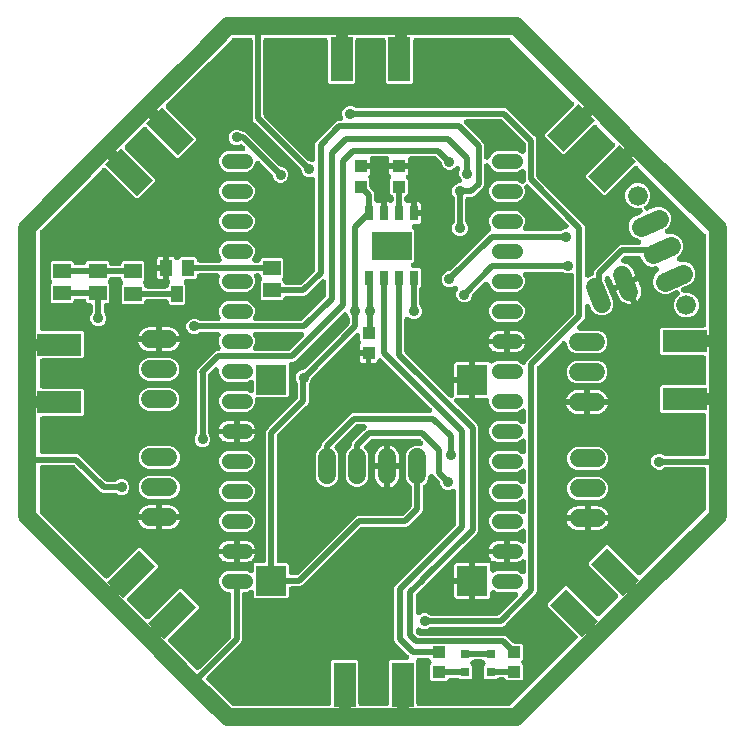
<source format=gbr>
G04 EAGLE Gerber RS-274X export*
G75*
%MOMM*%
%FSLAX34Y34*%
%LPD*%
%INTop Copper*%
%IPPOS*%
%AMOC8*
5,1,8,0,0,1.08239X$1,22.5*%
G01*
%ADD10C,1.524000*%
%ADD11R,1.930400X3.810000*%
%ADD12R,3.810000X1.930400*%
%ADD13C,1.308000*%
%ADD14R,2.540000X2.540000*%
%ADD15R,1.500000X1.300000*%
%ADD16R,0.700000X1.300000*%
%ADD17R,3.400000X2.400000*%
%ADD18R,1.100000X1.000000*%
%ADD19R,1.000000X1.100000*%
%ADD20R,0.800000X0.800000*%
%ADD21C,1.650000*%
%ADD22C,1.676400*%
%ADD23R,1.000000X1.400000*%
%ADD24C,0.914400*%
%ADD25C,0.508000*%
%ADD26C,1.500000*%
%ADD27C,1.000000*%
%ADD28C,0.812800*%
%ADD29C,1.016000*%
%ADD30C,1.270000*%

G36*
X-25750Y42878D02*
X-25750Y42878D01*
X-25577Y42881D01*
X-25528Y42891D01*
X-25478Y42894D01*
X-25309Y42935D01*
X-25139Y42970D01*
X-25092Y42988D01*
X-25044Y43000D01*
X-24885Y43070D01*
X-24724Y43134D01*
X-24681Y43161D01*
X-24635Y43181D01*
X-24491Y43279D01*
X-24344Y43370D01*
X-24308Y43404D01*
X-24266Y43432D01*
X-24082Y43598D01*
X2201Y69882D01*
X2321Y70025D01*
X2444Y70164D01*
X2463Y70196D01*
X2487Y70224D01*
X2580Y70387D01*
X2676Y70546D01*
X2690Y70581D01*
X2708Y70613D01*
X2770Y70789D01*
X2837Y70963D01*
X2844Y70999D01*
X2856Y71034D01*
X2886Y71218D01*
X2921Y71402D01*
X2923Y71452D01*
X2927Y71475D01*
X2926Y71512D01*
X2933Y71649D01*
X2933Y106529D01*
X2928Y106579D01*
X2931Y106629D01*
X2908Y106801D01*
X2893Y106974D01*
X2880Y107023D01*
X2873Y107072D01*
X2821Y107237D01*
X2774Y107405D01*
X2753Y107450D01*
X2738Y107498D01*
X2656Y107651D01*
X2581Y107808D01*
X2552Y107848D01*
X2528Y107893D01*
X2421Y108029D01*
X2319Y108170D01*
X2283Y108204D01*
X2252Y108244D01*
X2122Y108359D01*
X1997Y108479D01*
X1956Y108507D01*
X1918Y108540D01*
X1770Y108630D01*
X1625Y108726D01*
X1579Y108746D01*
X1536Y108772D01*
X1374Y108835D01*
X1215Y108903D01*
X1166Y108915D01*
X1120Y108933D01*
X949Y108965D01*
X780Y109005D01*
X730Y109007D01*
X681Y109016D01*
X434Y109029D01*
X-740Y109029D01*
X-3890Y110334D01*
X-6302Y112745D01*
X-7607Y115896D01*
X-7607Y119307D01*
X-6302Y122457D01*
X-3890Y124869D01*
X-740Y126174D01*
X15751Y126174D01*
X18551Y125014D01*
X18641Y124986D01*
X18726Y124949D01*
X18853Y124920D01*
X18978Y124881D01*
X19071Y124869D01*
X19161Y124848D01*
X19291Y124842D01*
X19421Y124825D01*
X19514Y124830D01*
X19608Y124826D01*
X19737Y124843D01*
X19867Y124850D01*
X19958Y124871D01*
X20051Y124884D01*
X20175Y124923D01*
X20302Y124953D01*
X20387Y124991D01*
X20476Y125019D01*
X20592Y125080D01*
X20711Y125132D01*
X20788Y125184D01*
X20871Y125228D01*
X20973Y125309D01*
X21082Y125382D01*
X21149Y125447D01*
X21222Y125504D01*
X21309Y125602D01*
X21402Y125693D01*
X21456Y125769D01*
X21518Y125839D01*
X21586Y125950D01*
X21662Y126056D01*
X21702Y126140D01*
X21751Y126220D01*
X21797Y126342D01*
X21853Y126460D01*
X21878Y126550D01*
X21911Y126637D01*
X21936Y126765D01*
X21969Y126891D01*
X21977Y126984D01*
X21995Y127076D01*
X22007Y127323D01*
X22007Y132137D01*
X22039Y132229D01*
X22048Y132283D01*
X22064Y132336D01*
X22083Y132503D01*
X22110Y132670D01*
X22109Y132725D01*
X22115Y132779D01*
X22105Y132948D01*
X22104Y132994D01*
X22124Y132986D01*
X22209Y132970D01*
X22292Y132944D01*
X22428Y132928D01*
X22563Y132902D01*
X22699Y132896D01*
X22736Y132891D01*
X22759Y132893D01*
X22810Y132890D01*
X29504Y132890D01*
X29554Y132895D01*
X29604Y132892D01*
X29776Y132915D01*
X29949Y132930D01*
X29997Y132943D01*
X30047Y132950D01*
X30212Y133002D01*
X30380Y133049D01*
X30425Y133070D01*
X30472Y133085D01*
X30626Y133167D01*
X30782Y133242D01*
X30823Y133271D01*
X30867Y133295D01*
X31004Y133402D01*
X31144Y133504D01*
X31179Y133540D01*
X31218Y133571D01*
X31334Y133701D01*
X31454Y133826D01*
X31481Y133867D01*
X31515Y133905D01*
X31605Y134053D01*
X31701Y134198D01*
X31721Y134244D01*
X31747Y134287D01*
X31809Y134449D01*
X31878Y134608D01*
X31889Y134657D01*
X31907Y134703D01*
X31940Y134874D01*
X31979Y135043D01*
X31982Y135093D01*
X31991Y135142D01*
X32003Y135389D01*
X32003Y244115D01*
X32699Y245795D01*
X34337Y247433D01*
X58576Y271672D01*
X58696Y271815D01*
X58820Y271955D01*
X58839Y271987D01*
X58863Y272015D01*
X58955Y272177D01*
X59052Y272336D01*
X59065Y272371D01*
X59083Y272403D01*
X59145Y272579D01*
X59212Y272753D01*
X59219Y272790D01*
X59232Y272825D01*
X59261Y273009D01*
X59296Y273192D01*
X59299Y273242D01*
X59302Y273266D01*
X59301Y273303D01*
X59308Y273439D01*
X59308Y284316D01*
X59292Y284502D01*
X59280Y284688D01*
X59272Y284724D01*
X59268Y284761D01*
X59219Y284941D01*
X59175Y285122D01*
X59160Y285156D01*
X59150Y285192D01*
X59069Y285360D01*
X58993Y285530D01*
X58973Y285561D01*
X58957Y285594D01*
X58847Y285745D01*
X58742Y285900D01*
X58708Y285937D01*
X58695Y285956D01*
X58668Y285982D01*
X58576Y286083D01*
X58401Y286259D01*
X57395Y288686D01*
X57395Y291314D01*
X58401Y293741D01*
X60259Y295599D01*
X62686Y296605D01*
X63103Y296605D01*
X63289Y296621D01*
X63475Y296633D01*
X63511Y296641D01*
X63548Y296645D01*
X63728Y296694D01*
X63909Y296738D01*
X63943Y296753D01*
X63978Y296763D01*
X64147Y296844D01*
X64317Y296920D01*
X64348Y296940D01*
X64381Y296956D01*
X64532Y297066D01*
X64687Y297171D01*
X64724Y297205D01*
X64743Y297218D01*
X64768Y297245D01*
X64870Y297337D01*
X102195Y334662D01*
X102315Y334806D01*
X102439Y334945D01*
X102458Y334976D01*
X102482Y335005D01*
X102574Y335167D01*
X102671Y335326D01*
X102684Y335361D01*
X102702Y335393D01*
X102764Y335569D01*
X102831Y335743D01*
X102838Y335780D01*
X102851Y335815D01*
X102880Y335999D01*
X102915Y336182D01*
X102918Y336232D01*
X102921Y336256D01*
X102920Y336293D01*
X102927Y336429D01*
X102927Y340697D01*
X102911Y340883D01*
X102899Y341069D01*
X102891Y341105D01*
X102887Y341142D01*
X102838Y341322D01*
X102794Y341503D01*
X102779Y341537D01*
X102769Y341573D01*
X102688Y341741D01*
X102612Y341911D01*
X102592Y341942D01*
X102576Y341975D01*
X102466Y342127D01*
X102361Y342281D01*
X102328Y342318D01*
X102314Y342337D01*
X102287Y342363D01*
X102195Y342464D01*
X101901Y342759D01*
X101352Y344083D01*
X101309Y344165D01*
X101275Y344252D01*
X101206Y344363D01*
X101145Y344478D01*
X101088Y344552D01*
X101038Y344631D01*
X100951Y344728D01*
X100871Y344831D01*
X100801Y344893D01*
X100739Y344963D01*
X100635Y345042D01*
X100538Y345129D01*
X100459Y345178D01*
X100385Y345235D01*
X100269Y345295D01*
X100158Y345363D01*
X100071Y345397D01*
X99988Y345440D01*
X99863Y345478D01*
X99742Y345526D01*
X99650Y345544D01*
X99561Y345571D01*
X99432Y345587D01*
X99304Y345612D01*
X99210Y345613D01*
X99117Y345624D01*
X98987Y345617D01*
X98857Y345618D01*
X98765Y345603D01*
X98671Y345598D01*
X98545Y345567D01*
X98416Y345545D01*
X98328Y345514D01*
X98237Y345492D01*
X98118Y345439D01*
X97996Y345395D01*
X97915Y345349D01*
X97829Y345311D01*
X97721Y345237D01*
X97608Y345172D01*
X97537Y345112D01*
X97460Y345060D01*
X97276Y344893D01*
X58246Y305863D01*
X56608Y304225D01*
X54928Y303529D01*
X53972Y303529D01*
X53922Y303525D01*
X53872Y303527D01*
X53700Y303505D01*
X53527Y303489D01*
X53479Y303476D01*
X53429Y303470D01*
X53264Y303417D01*
X53096Y303371D01*
X53051Y303349D01*
X53003Y303334D01*
X52850Y303253D01*
X52693Y303178D01*
X52653Y303148D01*
X52609Y303125D01*
X52472Y303018D01*
X52332Y302916D01*
X52297Y302880D01*
X52258Y302849D01*
X52142Y302719D01*
X52022Y302594D01*
X51994Y302552D01*
X51961Y302514D01*
X51871Y302366D01*
X51775Y302222D01*
X51755Y302176D01*
X51729Y302133D01*
X51667Y301971D01*
X51598Y301811D01*
X51587Y301763D01*
X51569Y301716D01*
X51536Y301545D01*
X51497Y301376D01*
X51494Y301326D01*
X51485Y301277D01*
X51473Y301030D01*
X51473Y274795D01*
X50282Y273605D01*
X25118Y273605D01*
X25068Y273600D01*
X25018Y273603D01*
X24846Y273580D01*
X24673Y273565D01*
X24624Y273551D01*
X24575Y273545D01*
X24410Y273492D01*
X24242Y273446D01*
X24197Y273425D01*
X24149Y273409D01*
X23996Y273328D01*
X23839Y273253D01*
X23799Y273224D01*
X23754Y273200D01*
X23618Y273093D01*
X23477Y272991D01*
X23443Y272955D01*
X23403Y272924D01*
X23288Y272794D01*
X23168Y272669D01*
X23140Y272627D01*
X23107Y272590D01*
X23017Y272442D01*
X22921Y272297D01*
X22901Y272251D01*
X22875Y272208D01*
X22812Y272046D01*
X22744Y271887D01*
X22732Y271838D01*
X22714Y271791D01*
X22682Y271620D01*
X22642Y271452D01*
X22640Y271402D01*
X22631Y271353D01*
X22618Y271105D01*
X22618Y268296D01*
X21313Y265145D01*
X18902Y262734D01*
X15751Y261429D01*
X-740Y261429D01*
X-3890Y262734D01*
X-6302Y265145D01*
X-7607Y268296D01*
X-7607Y271707D01*
X-6302Y274857D01*
X-3890Y277269D01*
X-740Y278574D01*
X15751Y278574D01*
X18551Y277414D01*
X18641Y277386D01*
X18726Y277349D01*
X18853Y277320D01*
X18978Y277281D01*
X19071Y277269D01*
X19161Y277248D01*
X19291Y277242D01*
X19421Y277225D01*
X19514Y277230D01*
X19608Y277226D01*
X19737Y277243D01*
X19867Y277250D01*
X19958Y277271D01*
X20051Y277284D01*
X20175Y277323D01*
X20302Y277353D01*
X20387Y277391D01*
X20476Y277419D01*
X20592Y277480D01*
X20711Y277532D01*
X20788Y277584D01*
X20871Y277628D01*
X20973Y277709D01*
X21082Y277782D01*
X21149Y277847D01*
X21222Y277904D01*
X21309Y278002D01*
X21402Y278093D01*
X21456Y278169D01*
X21518Y278239D01*
X21586Y278350D01*
X21662Y278456D01*
X21702Y278540D01*
X21751Y278620D01*
X21797Y278742D01*
X21853Y278860D01*
X21878Y278950D01*
X21911Y279037D01*
X21936Y279165D01*
X21969Y279291D01*
X21977Y279384D01*
X21995Y279476D01*
X22007Y279723D01*
X22007Y285680D01*
X21999Y285773D01*
X22000Y285866D01*
X21979Y285995D01*
X21967Y286125D01*
X21942Y286215D01*
X21927Y286307D01*
X21883Y286429D01*
X21849Y286555D01*
X21808Y286640D01*
X21777Y286728D01*
X21712Y286840D01*
X21655Y286958D01*
X21601Y287034D01*
X21554Y287115D01*
X21470Y287214D01*
X21394Y287320D01*
X21326Y287385D01*
X21266Y287456D01*
X21165Y287539D01*
X21071Y287629D01*
X20994Y287681D01*
X20922Y287741D01*
X20808Y287804D01*
X20699Y287877D01*
X20613Y287914D01*
X20532Y287959D01*
X20409Y288002D01*
X20289Y288054D01*
X20198Y288075D01*
X20110Y288105D01*
X19981Y288125D01*
X19854Y288155D01*
X19761Y288159D01*
X19668Y288174D01*
X19538Y288171D01*
X19408Y288177D01*
X19315Y288165D01*
X19222Y288163D01*
X19094Y288136D01*
X18965Y288119D01*
X18876Y288091D01*
X18784Y288072D01*
X18551Y287989D01*
X15751Y286829D01*
X-740Y286829D01*
X-3890Y288134D01*
X-6302Y290545D01*
X-7607Y293696D01*
X-7607Y296503D01*
X-7619Y296640D01*
X-7622Y296776D01*
X-7639Y296861D01*
X-7647Y296948D01*
X-7683Y297080D01*
X-7710Y297214D01*
X-7742Y297295D01*
X-7766Y297379D01*
X-7825Y297502D01*
X-7875Y297629D01*
X-7921Y297703D01*
X-7959Y297782D01*
X-8039Y297893D01*
X-8111Y298009D01*
X-8170Y298073D01*
X-8221Y298144D01*
X-8319Y298238D01*
X-8411Y298340D01*
X-8480Y298393D01*
X-8543Y298453D01*
X-8657Y298529D01*
X-8765Y298612D01*
X-8842Y298652D01*
X-8915Y298700D01*
X-9040Y298755D01*
X-9162Y298817D01*
X-9245Y298843D01*
X-9325Y298877D01*
X-9458Y298908D01*
X-9589Y298948D01*
X-9675Y298959D01*
X-9760Y298978D01*
X-9897Y298985D01*
X-10033Y299002D01*
X-10119Y298996D01*
X-10206Y299001D01*
X-10342Y298983D01*
X-10478Y298975D01*
X-10563Y298954D01*
X-10649Y298943D01*
X-10780Y298901D01*
X-10912Y298869D01*
X-10992Y298834D01*
X-11075Y298807D01*
X-11196Y298743D01*
X-11321Y298688D01*
X-11393Y298639D01*
X-11469Y298598D01*
X-11577Y298513D01*
X-11690Y298437D01*
X-11791Y298345D01*
X-11821Y298322D01*
X-11836Y298304D01*
X-11874Y298271D01*
X-16195Y293949D01*
X-16315Y293806D01*
X-16439Y293666D01*
X-16458Y293635D01*
X-16482Y293606D01*
X-16574Y293444D01*
X-16671Y293285D01*
X-16684Y293250D01*
X-16702Y293218D01*
X-16764Y293042D01*
X-16831Y292868D01*
X-16838Y292831D01*
X-16851Y292796D01*
X-16880Y292612D01*
X-16915Y292429D01*
X-16918Y292378D01*
X-16921Y292355D01*
X-16920Y292318D01*
X-16927Y292182D01*
X-16927Y243803D01*
X-16911Y243617D01*
X-16899Y243431D01*
X-16891Y243395D01*
X-16887Y243358D01*
X-16838Y243178D01*
X-16794Y242997D01*
X-16779Y242963D01*
X-16769Y242927D01*
X-16688Y242759D01*
X-16612Y242589D01*
X-16592Y242558D01*
X-16576Y242525D01*
X-16466Y242374D01*
X-16361Y242219D01*
X-16327Y242182D01*
X-16314Y242163D01*
X-16287Y242137D01*
X-16195Y242036D01*
X-15901Y241741D01*
X-14895Y239314D01*
X-14895Y236686D01*
X-15901Y234259D01*
X-17759Y232401D01*
X-20186Y231395D01*
X-22814Y231395D01*
X-25241Y232401D01*
X-27099Y234259D01*
X-28105Y236686D01*
X-28105Y239314D01*
X-27099Y241741D01*
X-26805Y242036D01*
X-26685Y242179D01*
X-26561Y242319D01*
X-26542Y242350D01*
X-26518Y242379D01*
X-26426Y242541D01*
X-26329Y242700D01*
X-26316Y242735D01*
X-26298Y242767D01*
X-26236Y242943D01*
X-26169Y243117D01*
X-26162Y243153D01*
X-26149Y243188D01*
X-26120Y243373D01*
X-26085Y243556D01*
X-26082Y243606D01*
X-26079Y243629D01*
X-26080Y243666D01*
X-26073Y243803D01*
X-26073Y292963D01*
X-26086Y293106D01*
X-26089Y293249D01*
X-26105Y293328D01*
X-26113Y293408D01*
X-26151Y293547D01*
X-26180Y293687D01*
X-26221Y293803D01*
X-26231Y293839D01*
X-26243Y293863D01*
X-26263Y293920D01*
X-26290Y293984D01*
X-26290Y295804D01*
X-25594Y297484D01*
X-11099Y311979D01*
X-9419Y312675D01*
X-8688Y312675D01*
X-8595Y312683D01*
X-8501Y312682D01*
X-8373Y312703D01*
X-8243Y312715D01*
X-8153Y312739D01*
X-8060Y312755D01*
X-7938Y312799D01*
X-7812Y312833D01*
X-7728Y312874D01*
X-7640Y312905D01*
X-7527Y312970D01*
X-7409Y313026D01*
X-7334Y313081D01*
X-7253Y313128D01*
X-7153Y313212D01*
X-7047Y313288D01*
X-6983Y313356D01*
X-6911Y313416D01*
X-6828Y313516D01*
X-6738Y313610D01*
X-6686Y313688D01*
X-6627Y313760D01*
X-6563Y313874D01*
X-6491Y313982D01*
X-6454Y314068D01*
X-6408Y314150D01*
X-6365Y314273D01*
X-6314Y314393D01*
X-6293Y314483D01*
X-6262Y314572D01*
X-6242Y314701D01*
X-6213Y314828D01*
X-6208Y314921D01*
X-6194Y315013D01*
X-6197Y315144D01*
X-6190Y315274D01*
X-6203Y315366D01*
X-6205Y315460D01*
X-6231Y315588D01*
X-6248Y315717D01*
X-6276Y315806D01*
X-6295Y315897D01*
X-6379Y316130D01*
X-7607Y319096D01*
X-7607Y322507D01*
X-6378Y325474D01*
X-6350Y325563D01*
X-6313Y325649D01*
X-6284Y325776D01*
X-6245Y325900D01*
X-6233Y325993D01*
X-6212Y326084D01*
X-6206Y326214D01*
X-6189Y326343D01*
X-6195Y326437D01*
X-6190Y326530D01*
X-6207Y326659D01*
X-6214Y326789D01*
X-6236Y326880D01*
X-6248Y326973D01*
X-6287Y327097D01*
X-6317Y327224D01*
X-6355Y327309D01*
X-6383Y327398D01*
X-6444Y327514D01*
X-6497Y327633D01*
X-6549Y327710D01*
X-6592Y327793D01*
X-6673Y327896D01*
X-6746Y328004D01*
X-6811Y328071D01*
X-6869Y328144D01*
X-6966Y328231D01*
X-7057Y328324D01*
X-7133Y328379D01*
X-7203Y328441D01*
X-7314Y328508D01*
X-7420Y328584D01*
X-7505Y328624D01*
X-7584Y328673D01*
X-7706Y328720D01*
X-7824Y328775D01*
X-7914Y328800D01*
X-8001Y328833D01*
X-8129Y328858D01*
X-8255Y328892D01*
X-8348Y328900D01*
X-8440Y328917D01*
X-8687Y328929D01*
X-22695Y328929D01*
X-22881Y328913D01*
X-23067Y328901D01*
X-23103Y328893D01*
X-23140Y328889D01*
X-23320Y328840D01*
X-23501Y328796D01*
X-23535Y328781D01*
X-23571Y328771D01*
X-23739Y328690D01*
X-23909Y328614D01*
X-23940Y328594D01*
X-23973Y328578D01*
X-24124Y328468D01*
X-24279Y328363D01*
X-24316Y328329D01*
X-24335Y328316D01*
X-24361Y328289D01*
X-24462Y328197D01*
X-24759Y327901D01*
X-27186Y326895D01*
X-29814Y326895D01*
X-32241Y327901D01*
X-34099Y329759D01*
X-35105Y332186D01*
X-35105Y334814D01*
X-34099Y337241D01*
X-32241Y339099D01*
X-29814Y340105D01*
X-27186Y340105D01*
X-24759Y339099D01*
X-24466Y338807D01*
X-24323Y338687D01*
X-24183Y338563D01*
X-24152Y338544D01*
X-24123Y338520D01*
X-23961Y338428D01*
X-23802Y338331D01*
X-23767Y338318D01*
X-23735Y338300D01*
X-23559Y338238D01*
X-23385Y338171D01*
X-23349Y338164D01*
X-23314Y338151D01*
X-23129Y338122D01*
X-22946Y338087D01*
X-22896Y338084D01*
X-22873Y338081D01*
X-22836Y338082D01*
X-22699Y338075D01*
X-8688Y338075D01*
X-8595Y338083D01*
X-8501Y338082D01*
X-8373Y338103D01*
X-8243Y338115D01*
X-8152Y338139D01*
X-8060Y338155D01*
X-7938Y338199D01*
X-7812Y338233D01*
X-7728Y338274D01*
X-7640Y338305D01*
X-7527Y338370D01*
X-7409Y338426D01*
X-7334Y338481D01*
X-7253Y338528D01*
X-7153Y338612D01*
X-7047Y338688D01*
X-6983Y338756D01*
X-6911Y338816D01*
X-6828Y338917D01*
X-6738Y339010D01*
X-6686Y339088D01*
X-6627Y339160D01*
X-6563Y339274D01*
X-6491Y339382D01*
X-6454Y339468D01*
X-6408Y339550D01*
X-6365Y339673D01*
X-6314Y339793D01*
X-6293Y339884D01*
X-6262Y339972D01*
X-6242Y340101D01*
X-6213Y340228D01*
X-6208Y340321D01*
X-6194Y340413D01*
X-6197Y340544D01*
X-6190Y340674D01*
X-6202Y340766D01*
X-6205Y340860D01*
X-6231Y340988D01*
X-6248Y341117D01*
X-6276Y341206D01*
X-6295Y341297D01*
X-6379Y341530D01*
X-7607Y344496D01*
X-7607Y347907D01*
X-6302Y351057D01*
X-3890Y353469D01*
X-740Y354774D01*
X15751Y354774D01*
X18902Y353469D01*
X21313Y351057D01*
X22618Y347907D01*
X22618Y344496D01*
X21390Y341530D01*
X21362Y341441D01*
X21325Y341355D01*
X21295Y341229D01*
X21256Y341104D01*
X21245Y341011D01*
X21224Y340920D01*
X21217Y340790D01*
X21201Y340661D01*
X21206Y340567D01*
X21202Y340474D01*
X21218Y340345D01*
X21226Y340215D01*
X21247Y340124D01*
X21259Y340031D01*
X21299Y339907D01*
X21329Y339780D01*
X21367Y339694D01*
X21395Y339606D01*
X21456Y339491D01*
X21508Y339371D01*
X21560Y339293D01*
X21604Y339211D01*
X21685Y339108D01*
X21757Y339000D01*
X21822Y338933D01*
X21880Y338860D01*
X21978Y338773D01*
X22068Y338680D01*
X22144Y338625D01*
X22214Y338563D01*
X22326Y338496D01*
X22432Y338420D01*
X22516Y338380D01*
X22596Y338331D01*
X22718Y338284D01*
X22835Y338229D01*
X22926Y338204D01*
X23013Y338171D01*
X23141Y338146D01*
X23267Y338112D01*
X23360Y338105D01*
X23452Y338087D01*
X23699Y338075D01*
X61333Y338075D01*
X61519Y338091D01*
X61705Y338103D01*
X61741Y338111D01*
X61778Y338115D01*
X61958Y338164D01*
X62139Y338208D01*
X62172Y338223D01*
X62208Y338233D01*
X62377Y338314D01*
X62547Y338390D01*
X62578Y338410D01*
X62611Y338426D01*
X62762Y338536D01*
X62916Y338641D01*
X62954Y338675D01*
X62973Y338688D01*
X62998Y338715D01*
X63100Y338807D01*
X82360Y358067D01*
X82480Y358210D01*
X82604Y358350D01*
X82623Y358382D01*
X82647Y358410D01*
X82739Y358572D01*
X82836Y358731D01*
X82849Y358766D01*
X82867Y358798D01*
X82929Y358974D01*
X82996Y359148D01*
X83003Y359185D01*
X83016Y359220D01*
X83045Y359404D01*
X83080Y359587D01*
X83083Y359637D01*
X83086Y359661D01*
X83085Y359698D01*
X83092Y359834D01*
X83092Y370964D01*
X83080Y371100D01*
X83077Y371237D01*
X83060Y371322D01*
X83052Y371409D01*
X83016Y371541D01*
X82989Y371675D01*
X82957Y371755D01*
X82934Y371839D01*
X82875Y371963D01*
X82824Y372090D01*
X82778Y372164D01*
X82741Y372242D01*
X82660Y372353D01*
X82588Y372469D01*
X82530Y372534D01*
X82479Y372604D01*
X82380Y372699D01*
X82288Y372800D01*
X82219Y372853D01*
X82157Y372913D01*
X82043Y372989D01*
X81934Y373073D01*
X81857Y373113D01*
X81785Y373161D01*
X81659Y373215D01*
X81537Y373278D01*
X81454Y373303D01*
X81374Y373338D01*
X81241Y373369D01*
X81110Y373409D01*
X81024Y373419D01*
X80939Y373439D01*
X80803Y373446D01*
X80667Y373462D01*
X80580Y373457D01*
X80493Y373461D01*
X80358Y373443D01*
X80221Y373435D01*
X80136Y373415D01*
X80050Y373403D01*
X79920Y373362D01*
X79787Y373329D01*
X79708Y373294D01*
X79625Y373268D01*
X79504Y373204D01*
X79379Y373148D01*
X79307Y373099D01*
X79230Y373059D01*
X79122Y372974D01*
X79009Y372897D01*
X78908Y372805D01*
X78879Y372782D01*
X78863Y372765D01*
X78826Y372731D01*
X67856Y361762D01*
X67856Y361761D01*
X66218Y360123D01*
X64538Y359427D01*
X49489Y359427D01*
X49439Y359423D01*
X49389Y359425D01*
X49217Y359403D01*
X49044Y359387D01*
X48996Y359374D01*
X48946Y359368D01*
X48781Y359315D01*
X48613Y359269D01*
X48568Y359247D01*
X48521Y359232D01*
X48367Y359151D01*
X48211Y359076D01*
X48170Y359046D01*
X48126Y359023D01*
X47989Y358916D01*
X47849Y358814D01*
X47814Y358778D01*
X47775Y358747D01*
X47659Y358617D01*
X47539Y358492D01*
X47512Y358450D01*
X47478Y358412D01*
X47388Y358264D01*
X47292Y358120D01*
X47272Y358074D01*
X47246Y358031D01*
X47184Y357869D01*
X47115Y357709D01*
X47104Y357661D01*
X47086Y357614D01*
X47053Y357443D01*
X47014Y357274D01*
X47011Y357224D01*
X47002Y357175D01*
X46990Y356928D01*
X46990Y356714D01*
X45799Y355523D01*
X29115Y355523D01*
X27924Y356714D01*
X27924Y371398D01*
X28315Y371789D01*
X28347Y371827D01*
X28384Y371861D01*
X28490Y371998D01*
X28601Y372132D01*
X28626Y372175D01*
X28657Y372215D01*
X28737Y372369D01*
X28822Y372520D01*
X28839Y372567D01*
X28862Y372612D01*
X28913Y372778D01*
X28970Y372941D01*
X28978Y372991D01*
X28993Y373039D01*
X29014Y373211D01*
X29041Y373382D01*
X29040Y373432D01*
X29046Y373482D01*
X29036Y373656D01*
X29032Y373829D01*
X29022Y373878D01*
X29019Y373928D01*
X28978Y374097D01*
X28944Y374267D01*
X28925Y374313D01*
X28914Y374362D01*
X28843Y374521D01*
X28779Y374682D01*
X28753Y374725D01*
X28732Y374770D01*
X28635Y374914D01*
X28543Y375061D01*
X28509Y375098D01*
X28481Y375140D01*
X28315Y375323D01*
X27924Y375714D01*
X27924Y375928D01*
X27920Y375978D01*
X27922Y376028D01*
X27900Y376199D01*
X27884Y376373D01*
X27871Y376421D01*
X27865Y376471D01*
X27812Y376636D01*
X27766Y376804D01*
X27744Y376849D01*
X27729Y376896D01*
X27648Y377050D01*
X27573Y377206D01*
X27543Y377247D01*
X27520Y377291D01*
X27413Y377428D01*
X27311Y377568D01*
X27275Y377603D01*
X27244Y377642D01*
X27114Y377758D01*
X26989Y377878D01*
X26947Y377905D01*
X26909Y377939D01*
X26761Y378029D01*
X26617Y378125D01*
X26571Y378145D01*
X26528Y378171D01*
X26366Y378233D01*
X26206Y378302D01*
X26158Y378313D01*
X26111Y378331D01*
X25940Y378364D01*
X25771Y378403D01*
X25721Y378406D01*
X25672Y378415D01*
X25425Y378427D01*
X24238Y378427D01*
X24145Y378419D01*
X24051Y378420D01*
X23923Y378399D01*
X23793Y378387D01*
X23702Y378363D01*
X23610Y378347D01*
X23488Y378303D01*
X23362Y378269D01*
X23278Y378228D01*
X23190Y378197D01*
X23077Y378132D01*
X22959Y378076D01*
X22884Y378021D01*
X22803Y377974D01*
X22703Y377890D01*
X22597Y377814D01*
X22533Y377746D01*
X22461Y377686D01*
X22378Y377585D01*
X22288Y377492D01*
X22236Y377414D01*
X22177Y377342D01*
X22113Y377228D01*
X22041Y377120D01*
X22004Y377034D01*
X21958Y376952D01*
X21915Y376829D01*
X21864Y376709D01*
X21843Y376619D01*
X21812Y376530D01*
X21792Y376401D01*
X21763Y376274D01*
X21758Y376181D01*
X21744Y376089D01*
X21747Y375958D01*
X21740Y375828D01*
X21752Y375736D01*
X21755Y375642D01*
X21781Y375514D01*
X21798Y375385D01*
X21826Y375296D01*
X21845Y375205D01*
X21929Y374972D01*
X22618Y373307D01*
X22618Y369896D01*
X21313Y366745D01*
X18902Y364334D01*
X15751Y363029D01*
X-740Y363029D01*
X-3890Y364334D01*
X-6302Y366745D01*
X-7607Y369896D01*
X-7607Y373307D01*
X-6917Y374972D01*
X-6890Y375061D01*
X-6853Y375147D01*
X-6823Y375273D01*
X-6784Y375398D01*
X-6773Y375491D01*
X-6751Y375582D01*
X-6745Y375712D01*
X-6729Y375841D01*
X-6734Y375935D01*
X-6729Y376028D01*
X-6746Y376157D01*
X-6753Y376287D01*
X-6775Y376378D01*
X-6787Y376471D01*
X-6826Y376595D01*
X-6857Y376722D01*
X-6894Y376807D01*
X-6922Y376896D01*
X-6983Y377011D01*
X-7036Y377131D01*
X-7088Y377209D01*
X-7132Y377291D01*
X-7212Y377394D01*
X-7285Y377502D01*
X-7350Y377569D01*
X-7408Y377642D01*
X-7506Y377729D01*
X-7596Y377822D01*
X-7672Y377877D01*
X-7742Y377939D01*
X-7853Y378006D01*
X-7959Y378082D01*
X-8044Y378122D01*
X-8124Y378171D01*
X-8245Y378218D01*
X-8363Y378273D01*
X-8453Y378298D01*
X-8541Y378331D01*
X-8669Y378356D01*
X-8794Y378390D01*
X-8887Y378397D01*
X-8979Y378415D01*
X-9226Y378427D01*
X-23968Y378427D01*
X-24018Y378423D01*
X-24068Y378425D01*
X-24240Y378403D01*
X-24413Y378387D01*
X-24461Y378374D01*
X-24511Y378368D01*
X-24676Y378315D01*
X-24844Y378269D01*
X-24889Y378247D01*
X-24936Y378232D01*
X-25090Y378151D01*
X-25246Y378076D01*
X-25287Y378046D01*
X-25331Y378023D01*
X-25468Y377916D01*
X-25608Y377814D01*
X-25643Y377778D01*
X-25682Y377747D01*
X-25798Y377617D01*
X-25918Y377492D01*
X-25945Y377450D01*
X-25979Y377412D01*
X-26069Y377264D01*
X-26165Y377120D01*
X-26185Y377074D01*
X-26211Y377031D01*
X-26273Y376869D01*
X-26342Y376709D01*
X-26353Y376661D01*
X-26371Y376614D01*
X-26404Y376443D01*
X-26443Y376274D01*
X-26446Y376224D01*
X-26455Y376175D01*
X-26467Y375928D01*
X-26467Y375158D01*
X-27658Y373967D01*
X-35059Y373967D01*
X-35195Y373955D01*
X-35332Y373952D01*
X-35417Y373935D01*
X-35504Y373927D01*
X-35636Y373891D01*
X-35770Y373864D01*
X-35851Y373832D01*
X-35934Y373809D01*
X-36058Y373750D01*
X-36185Y373699D01*
X-36259Y373653D01*
X-36337Y373616D01*
X-36448Y373535D01*
X-36564Y373463D01*
X-36629Y373405D01*
X-36699Y373354D01*
X-36794Y373255D01*
X-36895Y373163D01*
X-36948Y373094D01*
X-37009Y373032D01*
X-37084Y372918D01*
X-37168Y372809D01*
X-37208Y372732D01*
X-37256Y372660D01*
X-37310Y372534D01*
X-37373Y372412D01*
X-37398Y372329D01*
X-37433Y372249D01*
X-37464Y372117D01*
X-37504Y371985D01*
X-37514Y371899D01*
X-37534Y371814D01*
X-37541Y371678D01*
X-37557Y371542D01*
X-37552Y371455D01*
X-37556Y371368D01*
X-37538Y371233D01*
X-37530Y371096D01*
X-37510Y371011D01*
X-37498Y370925D01*
X-37457Y370795D01*
X-37425Y370662D01*
X-37389Y370582D01*
X-37363Y370500D01*
X-37299Y370379D01*
X-37243Y370254D01*
X-37194Y370182D01*
X-37154Y370105D01*
X-37069Y369997D01*
X-36992Y369884D01*
X-36900Y369783D01*
X-36878Y369754D01*
X-36860Y369738D01*
X-36826Y369701D01*
X-35967Y368842D01*
X-35967Y353158D01*
X-37158Y351967D01*
X-48842Y351967D01*
X-50033Y353158D01*
X-50033Y353988D01*
X-50037Y354038D01*
X-50035Y354088D01*
X-50057Y354260D01*
X-50073Y354433D01*
X-50086Y354481D01*
X-50092Y354531D01*
X-50145Y354696D01*
X-50191Y354864D01*
X-50213Y354909D01*
X-50228Y354956D01*
X-50309Y355110D01*
X-50384Y355266D01*
X-50414Y355307D01*
X-50437Y355351D01*
X-50544Y355487D01*
X-50646Y355628D01*
X-50682Y355663D01*
X-50713Y355702D01*
X-50843Y355818D01*
X-50968Y355938D01*
X-51010Y355965D01*
X-51048Y355999D01*
X-51196Y356089D01*
X-51340Y356185D01*
X-51386Y356205D01*
X-51429Y356231D01*
X-51591Y356293D01*
X-51751Y356362D01*
X-51799Y356373D01*
X-51846Y356391D01*
X-52017Y356424D01*
X-52186Y356463D01*
X-52236Y356466D01*
X-52285Y356475D01*
X-52532Y356487D01*
X-68388Y356487D01*
X-68438Y356483D01*
X-68488Y356485D01*
X-68660Y356463D01*
X-68833Y356447D01*
X-68881Y356434D01*
X-68931Y356428D01*
X-69096Y356375D01*
X-69264Y356329D01*
X-69309Y356307D01*
X-69356Y356292D01*
X-69510Y356211D01*
X-69666Y356136D01*
X-69707Y356106D01*
X-69751Y356083D01*
X-69888Y355976D01*
X-70028Y355874D01*
X-70063Y355838D01*
X-70102Y355807D01*
X-70218Y355677D01*
X-70338Y355552D01*
X-70365Y355510D01*
X-70399Y355472D01*
X-70489Y355324D01*
X-70585Y355180D01*
X-70605Y355134D01*
X-70631Y355091D01*
X-70693Y354929D01*
X-70762Y354769D01*
X-70773Y354721D01*
X-70791Y354674D01*
X-70824Y354503D01*
X-70863Y354334D01*
X-70866Y354284D01*
X-70875Y354235D01*
X-70887Y353988D01*
X-70887Y353718D01*
X-72078Y352527D01*
X-88762Y352527D01*
X-89953Y353718D01*
X-89953Y368402D01*
X-89562Y368793D01*
X-89530Y368831D01*
X-89493Y368865D01*
X-89387Y369002D01*
X-89276Y369136D01*
X-89251Y369179D01*
X-89220Y369219D01*
X-89141Y369373D01*
X-89055Y369524D01*
X-89038Y369571D01*
X-89015Y369616D01*
X-88964Y369781D01*
X-88907Y369945D01*
X-88899Y369995D01*
X-88884Y370043D01*
X-88863Y370215D01*
X-88836Y370386D01*
X-88837Y370436D01*
X-88831Y370486D01*
X-88841Y370660D01*
X-88845Y370833D01*
X-88855Y370882D01*
X-88858Y370932D01*
X-88899Y371100D01*
X-88933Y371271D01*
X-88952Y371318D01*
X-88963Y371366D01*
X-89034Y371525D01*
X-89098Y371686D01*
X-89124Y371728D01*
X-89145Y371774D01*
X-89242Y371918D01*
X-89334Y372065D01*
X-89368Y372102D01*
X-89396Y372144D01*
X-89562Y372327D01*
X-89953Y372718D01*
X-89953Y372988D01*
X-89957Y373038D01*
X-89955Y373088D01*
X-89977Y373260D01*
X-89993Y373433D01*
X-90006Y373481D01*
X-90012Y373531D01*
X-90065Y373696D01*
X-90111Y373864D01*
X-90133Y373909D01*
X-90148Y373956D01*
X-90229Y374110D01*
X-90304Y374266D01*
X-90334Y374307D01*
X-90357Y374351D01*
X-90464Y374488D01*
X-90566Y374628D01*
X-90602Y374663D01*
X-90633Y374702D01*
X-90763Y374818D01*
X-90888Y374938D01*
X-90930Y374965D01*
X-90968Y374999D01*
X-91116Y375089D01*
X-91260Y375185D01*
X-91306Y375205D01*
X-91349Y375231D01*
X-91511Y375293D01*
X-91671Y375362D01*
X-91719Y375373D01*
X-91766Y375391D01*
X-91937Y375424D01*
X-92106Y375463D01*
X-92156Y375466D01*
X-92205Y375475D01*
X-92452Y375487D01*
X-98238Y375487D01*
X-98288Y375483D01*
X-98338Y375485D01*
X-98510Y375463D01*
X-98683Y375447D01*
X-98731Y375434D01*
X-98781Y375428D01*
X-98946Y375375D01*
X-99114Y375329D01*
X-99159Y375307D01*
X-99206Y375292D01*
X-99360Y375211D01*
X-99516Y375136D01*
X-99557Y375106D01*
X-99601Y375083D01*
X-99738Y374976D01*
X-99878Y374874D01*
X-99913Y374838D01*
X-99952Y374807D01*
X-100068Y374677D01*
X-100188Y374552D01*
X-100215Y374510D01*
X-100249Y374472D01*
X-100339Y374324D01*
X-100435Y374180D01*
X-100455Y374134D01*
X-100481Y374091D01*
X-100543Y373929D01*
X-100612Y373769D01*
X-100623Y373721D01*
X-100641Y373674D01*
X-100674Y373503D01*
X-100677Y373488D01*
X-101128Y373037D01*
X-101160Y372999D01*
X-101197Y372965D01*
X-101303Y372828D01*
X-101414Y372694D01*
X-101439Y372651D01*
X-101470Y372611D01*
X-101549Y372457D01*
X-101635Y372306D01*
X-101652Y372259D01*
X-101675Y372214D01*
X-101726Y372049D01*
X-101783Y371885D01*
X-101791Y371835D01*
X-101806Y371787D01*
X-101827Y371615D01*
X-101854Y371444D01*
X-101853Y371394D01*
X-101859Y371344D01*
X-101849Y371170D01*
X-101845Y370997D01*
X-101835Y370948D01*
X-101832Y370898D01*
X-101791Y370730D01*
X-101757Y370559D01*
X-101738Y370512D01*
X-101727Y370464D01*
X-101656Y370305D01*
X-101592Y370144D01*
X-101566Y370102D01*
X-101545Y370056D01*
X-101448Y369912D01*
X-101356Y369765D01*
X-101322Y369728D01*
X-101294Y369686D01*
X-101128Y369503D01*
X-100737Y369112D01*
X-100737Y354428D01*
X-101928Y353237D01*
X-102728Y353237D01*
X-102778Y353233D01*
X-102828Y353235D01*
X-103000Y353213D01*
X-103173Y353197D01*
X-103221Y353184D01*
X-103271Y353178D01*
X-103436Y353125D01*
X-103604Y353079D01*
X-103649Y353057D01*
X-103696Y353042D01*
X-103850Y352961D01*
X-104006Y352886D01*
X-104047Y352856D01*
X-104091Y352833D01*
X-104228Y352726D01*
X-104368Y352624D01*
X-104403Y352588D01*
X-104442Y352557D01*
X-104558Y352427D01*
X-104678Y352302D01*
X-104705Y352260D01*
X-104739Y352222D01*
X-104829Y352074D01*
X-104925Y351930D01*
X-104945Y351884D01*
X-104971Y351841D01*
X-105033Y351679D01*
X-105102Y351519D01*
X-105113Y351471D01*
X-105131Y351424D01*
X-105164Y351253D01*
X-105203Y351084D01*
X-105206Y351034D01*
X-105215Y350985D01*
X-105227Y350738D01*
X-105227Y346303D01*
X-105211Y346117D01*
X-105199Y345931D01*
X-105191Y345895D01*
X-105187Y345858D01*
X-105138Y345678D01*
X-105094Y345497D01*
X-105079Y345463D01*
X-105069Y345427D01*
X-104988Y345259D01*
X-104912Y345089D01*
X-104892Y345058D01*
X-104876Y345025D01*
X-104766Y344874D01*
X-104661Y344719D01*
X-104627Y344682D01*
X-104614Y344663D01*
X-104587Y344637D01*
X-104495Y344536D01*
X-104201Y344241D01*
X-103195Y341814D01*
X-103195Y339186D01*
X-104201Y336759D01*
X-106059Y334901D01*
X-108486Y333895D01*
X-111114Y333895D01*
X-113541Y334901D01*
X-115399Y336759D01*
X-116405Y339186D01*
X-116405Y341814D01*
X-115399Y344241D01*
X-115105Y344536D01*
X-114985Y344679D01*
X-114861Y344819D01*
X-114842Y344850D01*
X-114818Y344879D01*
X-114726Y345041D01*
X-114629Y345200D01*
X-114616Y345235D01*
X-114598Y345267D01*
X-114536Y345443D01*
X-114469Y345617D01*
X-114462Y345653D01*
X-114449Y345688D01*
X-114420Y345873D01*
X-114385Y346056D01*
X-114382Y346106D01*
X-114379Y346129D01*
X-114380Y346166D01*
X-114373Y346303D01*
X-114373Y350738D01*
X-114377Y350788D01*
X-114375Y350838D01*
X-114397Y351010D01*
X-114413Y351183D01*
X-114426Y351231D01*
X-114432Y351281D01*
X-114485Y351446D01*
X-114531Y351614D01*
X-114553Y351659D01*
X-114568Y351706D01*
X-114649Y351860D01*
X-114724Y352016D01*
X-114754Y352057D01*
X-114777Y352101D01*
X-114884Y352238D01*
X-114986Y352378D01*
X-115022Y352413D01*
X-115053Y352452D01*
X-115183Y352568D01*
X-115308Y352688D01*
X-115350Y352715D01*
X-115388Y352749D01*
X-115536Y352839D01*
X-115680Y352935D01*
X-115726Y352955D01*
X-115769Y352981D01*
X-115931Y353043D01*
X-116091Y353112D01*
X-116139Y353123D01*
X-116186Y353141D01*
X-116357Y353174D01*
X-116526Y353213D01*
X-116576Y353216D01*
X-116625Y353225D01*
X-116872Y353237D01*
X-118612Y353237D01*
X-119803Y354428D01*
X-119803Y354598D01*
X-119807Y354648D01*
X-119805Y354698D01*
X-119827Y354870D01*
X-119843Y355043D01*
X-119856Y355091D01*
X-119862Y355141D01*
X-119915Y355306D01*
X-119961Y355474D01*
X-119983Y355519D01*
X-119998Y355566D01*
X-120079Y355720D01*
X-120154Y355876D01*
X-120184Y355917D01*
X-120207Y355961D01*
X-120314Y356098D01*
X-120416Y356238D01*
X-120452Y356273D01*
X-120483Y356312D01*
X-120613Y356428D01*
X-120738Y356548D01*
X-120780Y356575D01*
X-120818Y356609D01*
X-120966Y356699D01*
X-121110Y356795D01*
X-121156Y356815D01*
X-121199Y356841D01*
X-121361Y356903D01*
X-121521Y356972D01*
X-121569Y356983D01*
X-121616Y357001D01*
X-121787Y357034D01*
X-121956Y357073D01*
X-122006Y357076D01*
X-122055Y357085D01*
X-122302Y357097D01*
X-128348Y357097D01*
X-128398Y357093D01*
X-128448Y357095D01*
X-128620Y357073D01*
X-128793Y357057D01*
X-128841Y357044D01*
X-128891Y357038D01*
X-129056Y356985D01*
X-129224Y356939D01*
X-129269Y356917D01*
X-129316Y356902D01*
X-129470Y356821D01*
X-129626Y356746D01*
X-129667Y356716D01*
X-129711Y356693D01*
X-129848Y356586D01*
X-129988Y356484D01*
X-130023Y356448D01*
X-130062Y356417D01*
X-130178Y356287D01*
X-130298Y356162D01*
X-130325Y356120D01*
X-130359Y356082D01*
X-130449Y355934D01*
X-130545Y355790D01*
X-130565Y355744D01*
X-130591Y355701D01*
X-130653Y355539D01*
X-130722Y355379D01*
X-130733Y355331D01*
X-130751Y355284D01*
X-130784Y355113D01*
X-130823Y354944D01*
X-130826Y354894D01*
X-130835Y354845D01*
X-130847Y354598D01*
X-130847Y354328D01*
X-132038Y353137D01*
X-148722Y353137D01*
X-149913Y354328D01*
X-149913Y369012D01*
X-149522Y369403D01*
X-149490Y369441D01*
X-149453Y369475D01*
X-149347Y369612D01*
X-149236Y369746D01*
X-149211Y369789D01*
X-149180Y369829D01*
X-149100Y369983D01*
X-149015Y370134D01*
X-148998Y370181D01*
X-148975Y370226D01*
X-148924Y370392D01*
X-148867Y370555D01*
X-148859Y370605D01*
X-148844Y370653D01*
X-148823Y370825D01*
X-148796Y370996D01*
X-148797Y371046D01*
X-148791Y371096D01*
X-148801Y371270D01*
X-148805Y371443D01*
X-148815Y371492D01*
X-148818Y371542D01*
X-148859Y371711D01*
X-148893Y371881D01*
X-148912Y371927D01*
X-148923Y371976D01*
X-148994Y372135D01*
X-149058Y372296D01*
X-149084Y372339D01*
X-149105Y372384D01*
X-149203Y372528D01*
X-149294Y372675D01*
X-149328Y372712D01*
X-149356Y372754D01*
X-149522Y372937D01*
X-149913Y373328D01*
X-149913Y388012D01*
X-148722Y389203D01*
X-132038Y389203D01*
X-130847Y388012D01*
X-130847Y387842D01*
X-130843Y387792D01*
X-130845Y387742D01*
X-130823Y387570D01*
X-130807Y387397D01*
X-130794Y387349D01*
X-130788Y387299D01*
X-130735Y387134D01*
X-130689Y386966D01*
X-130667Y386921D01*
X-130652Y386874D01*
X-130571Y386720D01*
X-130496Y386564D01*
X-130466Y386523D01*
X-130443Y386479D01*
X-130336Y386342D01*
X-130234Y386202D01*
X-130198Y386167D01*
X-130167Y386128D01*
X-130037Y386012D01*
X-129912Y385892D01*
X-129870Y385865D01*
X-129832Y385831D01*
X-129684Y385741D01*
X-129540Y385645D01*
X-129494Y385625D01*
X-129451Y385599D01*
X-129289Y385537D01*
X-129129Y385468D01*
X-129081Y385457D01*
X-129034Y385439D01*
X-128863Y385406D01*
X-128694Y385367D01*
X-128644Y385364D01*
X-128595Y385355D01*
X-128348Y385343D01*
X-122302Y385343D01*
X-122252Y385347D01*
X-122202Y385345D01*
X-122030Y385367D01*
X-121857Y385383D01*
X-121809Y385396D01*
X-121759Y385402D01*
X-121594Y385455D01*
X-121426Y385501D01*
X-121381Y385523D01*
X-121334Y385538D01*
X-121180Y385619D01*
X-121024Y385694D01*
X-120983Y385724D01*
X-120939Y385747D01*
X-120802Y385854D01*
X-120662Y385956D01*
X-120627Y385992D01*
X-120588Y386023D01*
X-120472Y386153D01*
X-120352Y386278D01*
X-120325Y386320D01*
X-120291Y386358D01*
X-120201Y386506D01*
X-120105Y386650D01*
X-120085Y386696D01*
X-120059Y386739D01*
X-119997Y386901D01*
X-119928Y387061D01*
X-119917Y387109D01*
X-119899Y387156D01*
X-119866Y387327D01*
X-119827Y387496D01*
X-119824Y387546D01*
X-119815Y387595D01*
X-119803Y387842D01*
X-119803Y388112D01*
X-118612Y389303D01*
X-101928Y389303D01*
X-100737Y388112D01*
X-100737Y387132D01*
X-100733Y387082D01*
X-100735Y387032D01*
X-100713Y386860D01*
X-100697Y386687D01*
X-100684Y386639D01*
X-100678Y386589D01*
X-100625Y386424D01*
X-100579Y386256D01*
X-100557Y386211D01*
X-100542Y386164D01*
X-100461Y386010D01*
X-100386Y385854D01*
X-100356Y385813D01*
X-100333Y385769D01*
X-100226Y385632D01*
X-100124Y385492D01*
X-100088Y385457D01*
X-100057Y385418D01*
X-99927Y385302D01*
X-99802Y385182D01*
X-99760Y385155D01*
X-99722Y385121D01*
X-99574Y385031D01*
X-99430Y384935D01*
X-99384Y384915D01*
X-99341Y384889D01*
X-99179Y384827D01*
X-99019Y384758D01*
X-98971Y384747D01*
X-98924Y384729D01*
X-98753Y384696D01*
X-98584Y384657D01*
X-98534Y384654D01*
X-98485Y384645D01*
X-98238Y384633D01*
X-92452Y384633D01*
X-92402Y384637D01*
X-92352Y384635D01*
X-92180Y384657D01*
X-92007Y384673D01*
X-91959Y384686D01*
X-91909Y384692D01*
X-91744Y384745D01*
X-91576Y384791D01*
X-91531Y384813D01*
X-91484Y384828D01*
X-91330Y384909D01*
X-91174Y384984D01*
X-91133Y385014D01*
X-91089Y385037D01*
X-90952Y385144D01*
X-90812Y385246D01*
X-90777Y385282D01*
X-90738Y385313D01*
X-90622Y385443D01*
X-90502Y385568D01*
X-90475Y385610D01*
X-90441Y385648D01*
X-90351Y385796D01*
X-90255Y385940D01*
X-90235Y385986D01*
X-90209Y386029D01*
X-90147Y386191D01*
X-90078Y386351D01*
X-90067Y386399D01*
X-90049Y386446D01*
X-90016Y386617D01*
X-89977Y386786D01*
X-89974Y386836D01*
X-89965Y386885D01*
X-89953Y387132D01*
X-89953Y387402D01*
X-88762Y388593D01*
X-72078Y388593D01*
X-70887Y387402D01*
X-70887Y372718D01*
X-71278Y372327D01*
X-71310Y372289D01*
X-71347Y372255D01*
X-71453Y372118D01*
X-71564Y371984D01*
X-71589Y371941D01*
X-71620Y371901D01*
X-71700Y371747D01*
X-71785Y371596D01*
X-71802Y371549D01*
X-71825Y371504D01*
X-71876Y371338D01*
X-71933Y371175D01*
X-71941Y371125D01*
X-71956Y371077D01*
X-71977Y370905D01*
X-72004Y370734D01*
X-72003Y370684D01*
X-72009Y370634D01*
X-71999Y370460D01*
X-71995Y370287D01*
X-71985Y370238D01*
X-71982Y370188D01*
X-71941Y370019D01*
X-71907Y369849D01*
X-71888Y369803D01*
X-71877Y369754D01*
X-71806Y369595D01*
X-71742Y369434D01*
X-71716Y369391D01*
X-71695Y369346D01*
X-71597Y369202D01*
X-71506Y369055D01*
X-71472Y369018D01*
X-71444Y368976D01*
X-71278Y368793D01*
X-70887Y368402D01*
X-70887Y368132D01*
X-70883Y368082D01*
X-70885Y368032D01*
X-70863Y367860D01*
X-70847Y367687D01*
X-70834Y367639D01*
X-70828Y367589D01*
X-70775Y367424D01*
X-70729Y367256D01*
X-70707Y367211D01*
X-70692Y367164D01*
X-70611Y367010D01*
X-70536Y366854D01*
X-70506Y366813D01*
X-70483Y366769D01*
X-70376Y366632D01*
X-70274Y366492D01*
X-70238Y366457D01*
X-70207Y366418D01*
X-70077Y366302D01*
X-69952Y366182D01*
X-69910Y366155D01*
X-69872Y366121D01*
X-69724Y366031D01*
X-69580Y365935D01*
X-69534Y365915D01*
X-69491Y365889D01*
X-69329Y365827D01*
X-69169Y365758D01*
X-69121Y365747D01*
X-69074Y365729D01*
X-68903Y365696D01*
X-68734Y365657D01*
X-68684Y365654D01*
X-68635Y365645D01*
X-68388Y365633D01*
X-52532Y365633D01*
X-52482Y365637D01*
X-52432Y365635D01*
X-52260Y365657D01*
X-52087Y365673D01*
X-52039Y365686D01*
X-51989Y365692D01*
X-51824Y365745D01*
X-51656Y365791D01*
X-51611Y365813D01*
X-51564Y365828D01*
X-51410Y365909D01*
X-51254Y365984D01*
X-51213Y366014D01*
X-51169Y366037D01*
X-51032Y366144D01*
X-50892Y366246D01*
X-50857Y366282D01*
X-50818Y366313D01*
X-50702Y366443D01*
X-50582Y366568D01*
X-50555Y366610D01*
X-50521Y366648D01*
X-50431Y366796D01*
X-50335Y366940D01*
X-50315Y366986D01*
X-50289Y367029D01*
X-50227Y367191D01*
X-50158Y367351D01*
X-50147Y367399D01*
X-50129Y367446D01*
X-50096Y367617D01*
X-50057Y367786D01*
X-50054Y367836D01*
X-50045Y367885D01*
X-50033Y368132D01*
X-50033Y368842D01*
X-49682Y369193D01*
X-49594Y369298D01*
X-49499Y369396D01*
X-49451Y369469D01*
X-49396Y369536D01*
X-49328Y369655D01*
X-49252Y369768D01*
X-49218Y369848D01*
X-49175Y369924D01*
X-49129Y370053D01*
X-49075Y370179D01*
X-49056Y370263D01*
X-49027Y370345D01*
X-49005Y370480D01*
X-48974Y370614D01*
X-48970Y370700D01*
X-48956Y370786D01*
X-48959Y370923D01*
X-48952Y371060D01*
X-48963Y371146D01*
X-48965Y371233D01*
X-48992Y371367D01*
X-49010Y371503D01*
X-49036Y371586D01*
X-49053Y371671D01*
X-49104Y371798D01*
X-49145Y371928D01*
X-49186Y372005D01*
X-49218Y372086D01*
X-49290Y372202D01*
X-49354Y372323D01*
X-49408Y372391D01*
X-49454Y372465D01*
X-49546Y372567D01*
X-49630Y372674D01*
X-49696Y372732D01*
X-49754Y372796D01*
X-49862Y372880D01*
X-49965Y372971D01*
X-50001Y372992D01*
X-50001Y383000D01*
X-50001Y392541D01*
X-47166Y392541D01*
X-46519Y392368D01*
X-45940Y392033D01*
X-45467Y391560D01*
X-45027Y390797D01*
X-44938Y390672D01*
X-44857Y390542D01*
X-44810Y390490D01*
X-44770Y390432D01*
X-44660Y390324D01*
X-44557Y390211D01*
X-44502Y390168D01*
X-44452Y390118D01*
X-44325Y390032D01*
X-44203Y389938D01*
X-44141Y389906D01*
X-44083Y389866D01*
X-43943Y389803D01*
X-43807Y389733D01*
X-43739Y389712D01*
X-43675Y389684D01*
X-43526Y389647D01*
X-43380Y389602D01*
X-43310Y389594D01*
X-43241Y389577D01*
X-43088Y389567D01*
X-42936Y389549D01*
X-42866Y389553D01*
X-42796Y389549D01*
X-42643Y389566D01*
X-42490Y389576D01*
X-42422Y389592D01*
X-42352Y389600D01*
X-42205Y389645D01*
X-42056Y389681D01*
X-41992Y389710D01*
X-41925Y389730D01*
X-41788Y389800D01*
X-41648Y389863D01*
X-41590Y389902D01*
X-41527Y389934D01*
X-41405Y390027D01*
X-41278Y390114D01*
X-41201Y390183D01*
X-41172Y390206D01*
X-41151Y390229D01*
X-41095Y390280D01*
X-39342Y392033D01*
X-27658Y392033D01*
X-26467Y390842D01*
X-26467Y390072D01*
X-26463Y390022D01*
X-26465Y389972D01*
X-26443Y389800D01*
X-26427Y389627D01*
X-26414Y389579D01*
X-26408Y389529D01*
X-26355Y389364D01*
X-26309Y389196D01*
X-26287Y389151D01*
X-26272Y389104D01*
X-26191Y388950D01*
X-26116Y388794D01*
X-26086Y388753D01*
X-26063Y388709D01*
X-25956Y388572D01*
X-25854Y388432D01*
X-25818Y388397D01*
X-25787Y388358D01*
X-25657Y388242D01*
X-25532Y388122D01*
X-25490Y388095D01*
X-25452Y388061D01*
X-25304Y387971D01*
X-25160Y387875D01*
X-25114Y387855D01*
X-25071Y387829D01*
X-24909Y387767D01*
X-24749Y387698D01*
X-24701Y387687D01*
X-24654Y387669D01*
X-24483Y387636D01*
X-24314Y387597D01*
X-24264Y387594D01*
X-24215Y387585D01*
X-23968Y387573D01*
X-7763Y387573D01*
X-7627Y387585D01*
X-7490Y387588D01*
X-7405Y387605D01*
X-7318Y387613D01*
X-7186Y387649D01*
X-7052Y387676D01*
X-6971Y387708D01*
X-6888Y387731D01*
X-6764Y387790D01*
X-6637Y387841D01*
X-6563Y387887D01*
X-6485Y387924D01*
X-6374Y388005D01*
X-6258Y388077D01*
X-6193Y388135D01*
X-6123Y388186D01*
X-6028Y388285D01*
X-5927Y388377D01*
X-5874Y388446D01*
X-5813Y388508D01*
X-5738Y388622D01*
X-5654Y388731D01*
X-5614Y388808D01*
X-5566Y388880D01*
X-5512Y389006D01*
X-5449Y389128D01*
X-5424Y389211D01*
X-5389Y389291D01*
X-5358Y389424D01*
X-5318Y389555D01*
X-5308Y389641D01*
X-5288Y389726D01*
X-5281Y389862D01*
X-5265Y389998D01*
X-5270Y390085D01*
X-5266Y390172D01*
X-5284Y390307D01*
X-5292Y390444D01*
X-5312Y390529D01*
X-5324Y390615D01*
X-5365Y390745D01*
X-5397Y390878D01*
X-5433Y390958D01*
X-5459Y391040D01*
X-5523Y391161D01*
X-5579Y391286D01*
X-5628Y391358D01*
X-5668Y391435D01*
X-5753Y391543D01*
X-5830Y391656D01*
X-5921Y391757D01*
X-5944Y391786D01*
X-5962Y391802D01*
X-5996Y391839D01*
X-6302Y392145D01*
X-7607Y395296D01*
X-7607Y398707D01*
X-6302Y401857D01*
X-3890Y404269D01*
X-740Y405574D01*
X15751Y405574D01*
X18902Y404269D01*
X21313Y401857D01*
X22618Y398707D01*
X22618Y395296D01*
X21313Y392145D01*
X21007Y391839D01*
X20919Y391734D01*
X20825Y391636D01*
X20776Y391563D01*
X20721Y391496D01*
X20653Y391378D01*
X20577Y391264D01*
X20543Y391184D01*
X20500Y391108D01*
X20455Y390979D01*
X20400Y390853D01*
X20381Y390769D01*
X20352Y390687D01*
X20330Y390551D01*
X20299Y390418D01*
X20295Y390332D01*
X20281Y390246D01*
X20284Y390109D01*
X20277Y389972D01*
X20288Y389886D01*
X20290Y389799D01*
X20317Y389665D01*
X20335Y389529D01*
X20361Y389446D01*
X20378Y389361D01*
X20429Y389234D01*
X20470Y389104D01*
X20511Y389027D01*
X20543Y388946D01*
X20615Y388830D01*
X20680Y388709D01*
X20733Y388641D01*
X20779Y388567D01*
X20871Y388465D01*
X20956Y388358D01*
X21021Y388300D01*
X21079Y388236D01*
X21188Y388152D01*
X21290Y388061D01*
X21364Y388016D01*
X21433Y387963D01*
X21555Y387900D01*
X21671Y387829D01*
X21752Y387798D01*
X21830Y387758D01*
X21961Y387718D01*
X22088Y387669D01*
X22174Y387652D01*
X22257Y387627D01*
X22393Y387611D01*
X22527Y387585D01*
X22664Y387578D01*
X22700Y387574D01*
X22724Y387575D01*
X22774Y387573D01*
X25425Y387573D01*
X25475Y387577D01*
X25525Y387575D01*
X25697Y387597D01*
X25870Y387613D01*
X25918Y387626D01*
X25968Y387632D01*
X26133Y387685D01*
X26301Y387731D01*
X26346Y387753D01*
X26393Y387768D01*
X26547Y387849D01*
X26703Y387924D01*
X26744Y387954D01*
X26788Y387977D01*
X26925Y388084D01*
X27065Y388186D01*
X27100Y388222D01*
X27139Y388253D01*
X27255Y388383D01*
X27375Y388508D01*
X27402Y388550D01*
X27436Y388588D01*
X27526Y388736D01*
X27622Y388880D01*
X27642Y388926D01*
X27668Y388969D01*
X27730Y389131D01*
X27799Y389291D01*
X27810Y389339D01*
X27828Y389386D01*
X27861Y389557D01*
X27900Y389726D01*
X27903Y389776D01*
X27912Y389825D01*
X27924Y390072D01*
X27924Y390398D01*
X29115Y391589D01*
X45799Y391589D01*
X46990Y390398D01*
X46990Y375714D01*
X46599Y375323D01*
X46567Y375285D01*
X46530Y375251D01*
X46424Y375114D01*
X46313Y374980D01*
X46288Y374937D01*
X46257Y374897D01*
X46178Y374743D01*
X46092Y374592D01*
X46075Y374545D01*
X46052Y374500D01*
X46001Y374335D01*
X45944Y374171D01*
X45936Y374121D01*
X45921Y374073D01*
X45900Y373901D01*
X45873Y373730D01*
X45874Y373680D01*
X45868Y373630D01*
X45878Y373456D01*
X45882Y373283D01*
X45892Y373234D01*
X45895Y373184D01*
X45936Y373016D01*
X45970Y372845D01*
X45989Y372798D01*
X46000Y372750D01*
X46071Y372591D01*
X46135Y372430D01*
X46161Y372388D01*
X46182Y372342D01*
X46279Y372198D01*
X46371Y372051D01*
X46405Y372014D01*
X46433Y371972D01*
X46599Y371789D01*
X46990Y371398D01*
X46990Y371072D01*
X46994Y371022D01*
X46992Y370972D01*
X47014Y370800D01*
X47030Y370627D01*
X47043Y370579D01*
X47049Y370529D01*
X47102Y370364D01*
X47148Y370196D01*
X47170Y370151D01*
X47185Y370104D01*
X47266Y369950D01*
X47341Y369794D01*
X47371Y369753D01*
X47394Y369709D01*
X47501Y369572D01*
X47603Y369432D01*
X47639Y369397D01*
X47670Y369358D01*
X47800Y369242D01*
X47925Y369122D01*
X47967Y369095D01*
X48005Y369061D01*
X48153Y368971D01*
X48297Y368875D01*
X48343Y368855D01*
X48386Y368829D01*
X48548Y368767D01*
X48708Y368698D01*
X48756Y368687D01*
X48803Y368669D01*
X48974Y368636D01*
X49143Y368597D01*
X49193Y368594D01*
X49242Y368585D01*
X49489Y368573D01*
X60699Y368573D01*
X60885Y368589D01*
X61071Y368601D01*
X61107Y368609D01*
X61144Y368613D01*
X61324Y368662D01*
X61505Y368706D01*
X61538Y368721D01*
X61574Y368731D01*
X61743Y368812D01*
X61913Y368888D01*
X61944Y368908D01*
X61977Y368924D01*
X62128Y369034D01*
X62282Y369139D01*
X62320Y369173D01*
X62339Y369186D01*
X62364Y369213D01*
X62466Y369305D01*
X73342Y380181D01*
X73437Y380294D01*
X73498Y380358D01*
X73517Y380386D01*
X73586Y380464D01*
X73605Y380496D01*
X73629Y380524D01*
X73721Y380686D01*
X73818Y380845D01*
X73831Y380880D01*
X73849Y380912D01*
X73911Y381088D01*
X73978Y381262D01*
X73985Y381299D01*
X73998Y381334D01*
X74027Y381518D01*
X74062Y381701D01*
X74065Y381751D01*
X74068Y381775D01*
X74067Y381812D01*
X74074Y381948D01*
X74074Y457713D01*
X74066Y457806D01*
X74067Y457899D01*
X74046Y458027D01*
X74034Y458157D01*
X74010Y458248D01*
X73994Y458340D01*
X73950Y458462D01*
X73916Y458588D01*
X73875Y458672D01*
X73844Y458760D01*
X73779Y458873D01*
X73723Y458991D01*
X73668Y459067D01*
X73621Y459148D01*
X73537Y459247D01*
X73461Y459353D01*
X73393Y459417D01*
X73333Y459489D01*
X73232Y459572D01*
X73139Y459662D01*
X73061Y459714D01*
X72989Y459774D01*
X72875Y459837D01*
X72767Y459909D01*
X72681Y459947D01*
X72599Y459992D01*
X72476Y460035D01*
X72356Y460086D01*
X72265Y460108D01*
X72177Y460138D01*
X72048Y460158D01*
X71921Y460188D01*
X71828Y460192D01*
X71736Y460207D01*
X71605Y460203D01*
X71475Y460210D01*
X71383Y460198D01*
X71289Y460195D01*
X71161Y460169D01*
X71032Y460152D01*
X70943Y460124D01*
X70852Y460105D01*
X70619Y460022D01*
X70314Y459895D01*
X67686Y459895D01*
X65259Y460901D01*
X63401Y462759D01*
X62395Y465186D01*
X62395Y465603D01*
X62379Y465789D01*
X62367Y465975D01*
X62359Y466011D01*
X62355Y466048D01*
X62306Y466228D01*
X62262Y466409D01*
X62247Y466443D01*
X62237Y466478D01*
X62156Y466647D01*
X62080Y466817D01*
X62060Y466848D01*
X62044Y466881D01*
X61934Y467032D01*
X61829Y467187D01*
X61795Y467224D01*
X61782Y467243D01*
X61755Y467268D01*
X61663Y467370D01*
X23261Y505772D01*
X21623Y507410D01*
X20927Y509090D01*
X20927Y575468D01*
X20923Y575518D01*
X20925Y575568D01*
X20903Y575740D01*
X20887Y575913D01*
X20874Y575961D01*
X20868Y576011D01*
X20815Y576176D01*
X20769Y576344D01*
X20747Y576389D01*
X20732Y576436D01*
X20651Y576590D01*
X20576Y576746D01*
X20546Y576787D01*
X20523Y576831D01*
X20416Y576968D01*
X20314Y577108D01*
X20278Y577143D01*
X20247Y577182D01*
X20117Y577298D01*
X19992Y577418D01*
X19950Y577445D01*
X19912Y577479D01*
X19764Y577569D01*
X19620Y577665D01*
X19574Y577685D01*
X19531Y577711D01*
X19369Y577773D01*
X19209Y577842D01*
X19161Y577853D01*
X19114Y577871D01*
X18943Y577904D01*
X18774Y577943D01*
X18724Y577946D01*
X18675Y577955D01*
X18428Y577967D01*
X4984Y577967D01*
X4798Y577951D01*
X4612Y577939D01*
X4576Y577931D01*
X4539Y577927D01*
X4359Y577878D01*
X4178Y577834D01*
X4144Y577819D01*
X4108Y577809D01*
X3940Y577728D01*
X3770Y577652D01*
X3739Y577632D01*
X3705Y577616D01*
X3554Y577506D01*
X3400Y577401D01*
X3363Y577367D01*
X3344Y577354D01*
X3318Y577327D01*
X3217Y577235D01*
X-16458Y557561D01*
X-52113Y521906D01*
X-52145Y521867D01*
X-52182Y521834D01*
X-52288Y521696D01*
X-52399Y521563D01*
X-52424Y521520D01*
X-52454Y521480D01*
X-52534Y521325D01*
X-52620Y521175D01*
X-52636Y521128D01*
X-52659Y521083D01*
X-52710Y520918D01*
X-52768Y520753D01*
X-52776Y520704D01*
X-52791Y520656D01*
X-52811Y520484D01*
X-52839Y520312D01*
X-52838Y520262D01*
X-52844Y520213D01*
X-52833Y520039D01*
X-52830Y519866D01*
X-52820Y519817D01*
X-52817Y519767D01*
X-52776Y519598D01*
X-52741Y519428D01*
X-52723Y519381D01*
X-52711Y519333D01*
X-52641Y519174D01*
X-52577Y519013D01*
X-52550Y518970D01*
X-52530Y518924D01*
X-52432Y518780D01*
X-52340Y518633D01*
X-52307Y518597D01*
X-52279Y518555D01*
X-52113Y518372D01*
X-26818Y493077D01*
X-26818Y491393D01*
X-41659Y476552D01*
X-43342Y476552D01*
X-68637Y501847D01*
X-68676Y501879D01*
X-68709Y501916D01*
X-68847Y502022D01*
X-68980Y502133D01*
X-69024Y502158D01*
X-69063Y502188D01*
X-69218Y502268D01*
X-69368Y502354D01*
X-69416Y502371D01*
X-69460Y502394D01*
X-69626Y502444D01*
X-69790Y502502D01*
X-69839Y502510D01*
X-69887Y502525D01*
X-70059Y502545D01*
X-70231Y502573D01*
X-70281Y502572D01*
X-70331Y502578D01*
X-70504Y502567D01*
X-70678Y502564D01*
X-70727Y502554D01*
X-70777Y502551D01*
X-70945Y502510D01*
X-71115Y502476D01*
X-71162Y502457D01*
X-71211Y502445D01*
X-71369Y502375D01*
X-71531Y502311D01*
X-71573Y502284D01*
X-71619Y502264D01*
X-71763Y502166D01*
X-71910Y502075D01*
X-71947Y502041D01*
X-71988Y502013D01*
X-72172Y501847D01*
X-86776Y487242D01*
X-86809Y487204D01*
X-86846Y487170D01*
X-86952Y487033D01*
X-87063Y486899D01*
X-87087Y486856D01*
X-87118Y486816D01*
X-87198Y486662D01*
X-87284Y486511D01*
X-87300Y486464D01*
X-87323Y486419D01*
X-87374Y486254D01*
X-87432Y486090D01*
X-87440Y486040D01*
X-87454Y485992D01*
X-87475Y485820D01*
X-87502Y485649D01*
X-87501Y485598D01*
X-87507Y485549D01*
X-87497Y485375D01*
X-87494Y485202D01*
X-87484Y485153D01*
X-87481Y485103D01*
X-87439Y484934D01*
X-87405Y484764D01*
X-87387Y484718D01*
X-87375Y484669D01*
X-87304Y484510D01*
X-87240Y484349D01*
X-87214Y484306D01*
X-87194Y484261D01*
X-87096Y484117D01*
X-87004Y483970D01*
X-86971Y483933D01*
X-86943Y483891D01*
X-86776Y483708D01*
X-61482Y458413D01*
X-61482Y456729D01*
X-76322Y441888D01*
X-78006Y441888D01*
X-103301Y467183D01*
X-103340Y467215D01*
X-103373Y467252D01*
X-103511Y467358D01*
X-103644Y467469D01*
X-103687Y467494D01*
X-103727Y467525D01*
X-103882Y467605D01*
X-104032Y467690D01*
X-104080Y467707D01*
X-104124Y467730D01*
X-104290Y467781D01*
X-104454Y467838D01*
X-104503Y467846D01*
X-104551Y467861D01*
X-104723Y467881D01*
X-104895Y467909D01*
X-104945Y467908D01*
X-104995Y467914D01*
X-105168Y467904D01*
X-105341Y467900D01*
X-105390Y467890D01*
X-105440Y467887D01*
X-105609Y467846D01*
X-105779Y467812D01*
X-105826Y467793D01*
X-105874Y467781D01*
X-106033Y467711D01*
X-106195Y467647D01*
X-106237Y467621D01*
X-106283Y467600D01*
X-106427Y467502D01*
X-106574Y467411D01*
X-106611Y467377D01*
X-106652Y467349D01*
X-106836Y467183D01*
X-158544Y415474D01*
X-158664Y415331D01*
X-158788Y415192D01*
X-158807Y415160D01*
X-158831Y415132D01*
X-158923Y414970D01*
X-159020Y414810D01*
X-159033Y414775D01*
X-159051Y414743D01*
X-159113Y414567D01*
X-159180Y414393D01*
X-159187Y414357D01*
X-159200Y414322D01*
X-159229Y414138D01*
X-159264Y413954D01*
X-159267Y413904D01*
X-159270Y413881D01*
X-159269Y413844D01*
X-159276Y413707D01*
X-159276Y332377D01*
X-159272Y332327D01*
X-159274Y332277D01*
X-159252Y332105D01*
X-159236Y331932D01*
X-159223Y331883D01*
X-159217Y331834D01*
X-159164Y331669D01*
X-159118Y331501D01*
X-159096Y331456D01*
X-159081Y331408D01*
X-159000Y331255D01*
X-158925Y331098D01*
X-158895Y331058D01*
X-158872Y331014D01*
X-158765Y330877D01*
X-158663Y330736D01*
X-158627Y330702D01*
X-158596Y330662D01*
X-158466Y330547D01*
X-158341Y330427D01*
X-158299Y330399D01*
X-158261Y330366D01*
X-158113Y330276D01*
X-157969Y330180D01*
X-157923Y330160D01*
X-157880Y330134D01*
X-157718Y330071D01*
X-157558Y330003D01*
X-157510Y329991D01*
X-157463Y329973D01*
X-157292Y329941D01*
X-157123Y329901D01*
X-157073Y329899D01*
X-157024Y329890D01*
X-156777Y329877D01*
X-123167Y329877D01*
X-121976Y328687D01*
X-121976Y307699D01*
X-123167Y306508D01*
X-156777Y306508D01*
X-156827Y306503D01*
X-156877Y306506D01*
X-157049Y306484D01*
X-157222Y306468D01*
X-157270Y306455D01*
X-157320Y306448D01*
X-157485Y306396D01*
X-157653Y306349D01*
X-157698Y306328D01*
X-157745Y306313D01*
X-157899Y306231D01*
X-158055Y306156D01*
X-158096Y306127D01*
X-158140Y306103D01*
X-158277Y305996D01*
X-158417Y305894D01*
X-158452Y305858D01*
X-158491Y305827D01*
X-158607Y305697D01*
X-158727Y305572D01*
X-158754Y305531D01*
X-158788Y305493D01*
X-158878Y305345D01*
X-158974Y305200D01*
X-158994Y305154D01*
X-159020Y305111D01*
X-159082Y304949D01*
X-159151Y304790D01*
X-159162Y304741D01*
X-159180Y304695D01*
X-159213Y304524D01*
X-159252Y304355D01*
X-159255Y304305D01*
X-159264Y304256D01*
X-159276Y304009D01*
X-159276Y283355D01*
X-159272Y283305D01*
X-159274Y283255D01*
X-159252Y283083D01*
X-159236Y282910D01*
X-159223Y282861D01*
X-159217Y282812D01*
X-159164Y282646D01*
X-159118Y282479D01*
X-159096Y282434D01*
X-159081Y282386D01*
X-159000Y282233D01*
X-158925Y282076D01*
X-158895Y282036D01*
X-158872Y281992D01*
X-158764Y281855D01*
X-158663Y281714D01*
X-158627Y281680D01*
X-158596Y281640D01*
X-158466Y281525D01*
X-158341Y281405D01*
X-158299Y281377D01*
X-158261Y281344D01*
X-158113Y281254D01*
X-157969Y281158D01*
X-157923Y281138D01*
X-157880Y281112D01*
X-157718Y281049D01*
X-157558Y280981D01*
X-157510Y280969D01*
X-157463Y280951D01*
X-157292Y280919D01*
X-157123Y280879D01*
X-157073Y280877D01*
X-157024Y280868D01*
X-156777Y280855D01*
X-123167Y280855D01*
X-121976Y279665D01*
X-121976Y258677D01*
X-123167Y257486D01*
X-156777Y257486D01*
X-156827Y257481D01*
X-156877Y257484D01*
X-157049Y257462D01*
X-157222Y257446D01*
X-157270Y257433D01*
X-157320Y257426D01*
X-157485Y257374D01*
X-157653Y257327D01*
X-157698Y257306D01*
X-157745Y257291D01*
X-157899Y257209D01*
X-158055Y257134D01*
X-158096Y257105D01*
X-158140Y257081D01*
X-158277Y256974D01*
X-158417Y256872D01*
X-158452Y256836D01*
X-158491Y256805D01*
X-158607Y256675D01*
X-158727Y256550D01*
X-158754Y256509D01*
X-158788Y256471D01*
X-158878Y256323D01*
X-158974Y256178D01*
X-158994Y256132D01*
X-159020Y256089D01*
X-159082Y255927D01*
X-159151Y255768D01*
X-159162Y255719D01*
X-159180Y255673D01*
X-159213Y255502D01*
X-159252Y255333D01*
X-159255Y255283D01*
X-159264Y255234D01*
X-159276Y254987D01*
X-159276Y227925D01*
X-159272Y227875D01*
X-159274Y227825D01*
X-159252Y227653D01*
X-159236Y227480D01*
X-159223Y227432D01*
X-159217Y227382D01*
X-159164Y227217D01*
X-159118Y227049D01*
X-159096Y227004D01*
X-159081Y226957D01*
X-159000Y226803D01*
X-158925Y226647D01*
X-158895Y226606D01*
X-158872Y226562D01*
X-158765Y226425D01*
X-158663Y226285D01*
X-158627Y226250D01*
X-158596Y226211D01*
X-158466Y226095D01*
X-158341Y225975D01*
X-158299Y225948D01*
X-158261Y225914D01*
X-158113Y225824D01*
X-157969Y225728D01*
X-157923Y225708D01*
X-157880Y225682D01*
X-157718Y225620D01*
X-157558Y225551D01*
X-157510Y225540D01*
X-157463Y225522D01*
X-157292Y225489D01*
X-157123Y225450D01*
X-157073Y225447D01*
X-157024Y225438D01*
X-156777Y225426D01*
X-127443Y225426D01*
X-125763Y224730D01*
X-103838Y202805D01*
X-103695Y202685D01*
X-103555Y202561D01*
X-103523Y202542D01*
X-103495Y202518D01*
X-103333Y202426D01*
X-103174Y202329D01*
X-103139Y202316D01*
X-103107Y202298D01*
X-102931Y202236D01*
X-102757Y202169D01*
X-102720Y202162D01*
X-102685Y202149D01*
X-102501Y202120D01*
X-102318Y202085D01*
X-102268Y202082D01*
X-102244Y202079D01*
X-102207Y202080D01*
X-102071Y202073D01*
X-95803Y202073D01*
X-95617Y202089D01*
X-95431Y202101D01*
X-95395Y202109D01*
X-95358Y202113D01*
X-95178Y202162D01*
X-94997Y202206D01*
X-94963Y202221D01*
X-94927Y202231D01*
X-94759Y202312D01*
X-94589Y202388D01*
X-94558Y202408D01*
X-94525Y202424D01*
X-94374Y202534D01*
X-94219Y202639D01*
X-94182Y202673D01*
X-94163Y202686D01*
X-94137Y202713D01*
X-94036Y202805D01*
X-93741Y203099D01*
X-91314Y204105D01*
X-88686Y204105D01*
X-86259Y203099D01*
X-84401Y201241D01*
X-83395Y198814D01*
X-83395Y196186D01*
X-84401Y193759D01*
X-86259Y191901D01*
X-88686Y190895D01*
X-91314Y190895D01*
X-93741Y191901D01*
X-94036Y192195D01*
X-94179Y192315D01*
X-94319Y192439D01*
X-94350Y192458D01*
X-94379Y192482D01*
X-94541Y192574D01*
X-94700Y192671D01*
X-94735Y192684D01*
X-94767Y192702D01*
X-94943Y192764D01*
X-95117Y192831D01*
X-95153Y192838D01*
X-95188Y192851D01*
X-95373Y192880D01*
X-95556Y192915D01*
X-95606Y192918D01*
X-95629Y192921D01*
X-95666Y192920D01*
X-95803Y192927D01*
X-105910Y192927D01*
X-107590Y193623D01*
X-129515Y215548D01*
X-129658Y215668D01*
X-129798Y215792D01*
X-129830Y215811D01*
X-129858Y215835D01*
X-130020Y215927D01*
X-130179Y216024D01*
X-130214Y216037D01*
X-130246Y216055D01*
X-130422Y216117D01*
X-130596Y216184D01*
X-130633Y216191D01*
X-130668Y216204D01*
X-130852Y216233D01*
X-131035Y216268D01*
X-131085Y216271D01*
X-131109Y216274D01*
X-131146Y216273D01*
X-131282Y216280D01*
X-156777Y216280D01*
X-156827Y216276D01*
X-156877Y216278D01*
X-157049Y216256D01*
X-157222Y216240D01*
X-157270Y216227D01*
X-157320Y216221D01*
X-157485Y216168D01*
X-157653Y216122D01*
X-157698Y216100D01*
X-157745Y216085D01*
X-157899Y216004D01*
X-158055Y215929D01*
X-158096Y215899D01*
X-158140Y215876D01*
X-158277Y215769D01*
X-158417Y215667D01*
X-158452Y215631D01*
X-158491Y215600D01*
X-158607Y215470D01*
X-158727Y215345D01*
X-158754Y215303D01*
X-158788Y215265D01*
X-158878Y215117D01*
X-158974Y214973D01*
X-158994Y214927D01*
X-159020Y214884D01*
X-159082Y214722D01*
X-159151Y214562D01*
X-159162Y214514D01*
X-159180Y214467D01*
X-159213Y214296D01*
X-159252Y214127D01*
X-159255Y214077D01*
X-159264Y214028D01*
X-159276Y213781D01*
X-159276Y176293D01*
X-159260Y176107D01*
X-159248Y175921D01*
X-159240Y175885D01*
X-159236Y175848D01*
X-159187Y175667D01*
X-159143Y175487D01*
X-159128Y175453D01*
X-159118Y175417D01*
X-159037Y175249D01*
X-158961Y175078D01*
X-158941Y175048D01*
X-158925Y175014D01*
X-158815Y174863D01*
X-158710Y174709D01*
X-158676Y174672D01*
X-158663Y174653D01*
X-158636Y174627D01*
X-158544Y174526D01*
X-104842Y120824D01*
X-104804Y120791D01*
X-104770Y120754D01*
X-104633Y120648D01*
X-104500Y120537D01*
X-104456Y120513D01*
X-104416Y120482D01*
X-104262Y120402D01*
X-104111Y120317D01*
X-104064Y120300D01*
X-104020Y120277D01*
X-103854Y120226D01*
X-103690Y120168D01*
X-103640Y120160D01*
X-103593Y120146D01*
X-103421Y120125D01*
X-103249Y120098D01*
X-103199Y120099D01*
X-103149Y120093D01*
X-102976Y120103D01*
X-102802Y120107D01*
X-102753Y120116D01*
X-102703Y120119D01*
X-102534Y120161D01*
X-102364Y120195D01*
X-102318Y120213D01*
X-102269Y120225D01*
X-102110Y120296D01*
X-101949Y120360D01*
X-101907Y120386D01*
X-101861Y120406D01*
X-101717Y120504D01*
X-101570Y120596D01*
X-101533Y120629D01*
X-101491Y120658D01*
X-101308Y120824D01*
X-76019Y146113D01*
X-74335Y146113D01*
X-59494Y131272D01*
X-59494Y129588D01*
X-84783Y104299D01*
X-84815Y104260D01*
X-84852Y104227D01*
X-84958Y104089D01*
X-85070Y103956D01*
X-85094Y103913D01*
X-85125Y103873D01*
X-85205Y103719D01*
X-85290Y103568D01*
X-85307Y103521D01*
X-85330Y103476D01*
X-85381Y103311D01*
X-85438Y103146D01*
X-85446Y103097D01*
X-85461Y103049D01*
X-85482Y102877D01*
X-85509Y102705D01*
X-85508Y102655D01*
X-85514Y102606D01*
X-85504Y102432D01*
X-85500Y102259D01*
X-85490Y102210D01*
X-85487Y102160D01*
X-85446Y101991D01*
X-85412Y101821D01*
X-85393Y101774D01*
X-85382Y101726D01*
X-85311Y101567D01*
X-85247Y101406D01*
X-85221Y101363D01*
X-85200Y101317D01*
X-85103Y101174D01*
X-85011Y101026D01*
X-84977Y100989D01*
X-84949Y100948D01*
X-84783Y100764D01*
X-70179Y86160D01*
X-70140Y86128D01*
X-70107Y86091D01*
X-69969Y85985D01*
X-69836Y85873D01*
X-69792Y85849D01*
X-69753Y85818D01*
X-69598Y85738D01*
X-69447Y85653D01*
X-69400Y85636D01*
X-69356Y85613D01*
X-69190Y85562D01*
X-69026Y85505D01*
X-68976Y85497D01*
X-68929Y85482D01*
X-68757Y85461D01*
X-68585Y85434D01*
X-68535Y85435D01*
X-68485Y85429D01*
X-68312Y85439D01*
X-68138Y85443D01*
X-68089Y85453D01*
X-68039Y85456D01*
X-67870Y85497D01*
X-67700Y85531D01*
X-67654Y85550D01*
X-67605Y85561D01*
X-67447Y85632D01*
X-67285Y85696D01*
X-67243Y85722D01*
X-67197Y85743D01*
X-67053Y85841D01*
X-66906Y85932D01*
X-66869Y85965D01*
X-66828Y85994D01*
X-66644Y86160D01*
X-41355Y111449D01*
X-39671Y111449D01*
X-24830Y96608D01*
X-24830Y94924D01*
X-50119Y69635D01*
X-50152Y69597D01*
X-50189Y69563D01*
X-50295Y69425D01*
X-50406Y69292D01*
X-50430Y69249D01*
X-50461Y69209D01*
X-50541Y69055D01*
X-50627Y68904D01*
X-50643Y68857D01*
X-50666Y68812D01*
X-50717Y68647D01*
X-50775Y68483D01*
X-50783Y68433D01*
X-50797Y68385D01*
X-50818Y68213D01*
X-50845Y68042D01*
X-50844Y67991D01*
X-50850Y67942D01*
X-50840Y67768D01*
X-50836Y67595D01*
X-50827Y67546D01*
X-50824Y67496D01*
X-50782Y67327D01*
X-50748Y67157D01*
X-50730Y67110D01*
X-50718Y67062D01*
X-50647Y66903D01*
X-50583Y66742D01*
X-50557Y66699D01*
X-50537Y66654D01*
X-50439Y66510D01*
X-50347Y66363D01*
X-50314Y66326D01*
X-50286Y66284D01*
X-50119Y66101D01*
X-27617Y43598D01*
X-27578Y43566D01*
X-27545Y43529D01*
X-27407Y43423D01*
X-27274Y43312D01*
X-27231Y43287D01*
X-27191Y43257D01*
X-27036Y43177D01*
X-26886Y43091D01*
X-26839Y43075D01*
X-26794Y43052D01*
X-26629Y43001D01*
X-26464Y42943D01*
X-26415Y42935D01*
X-26367Y42920D01*
X-26195Y42900D01*
X-26023Y42872D01*
X-25973Y42873D01*
X-25924Y42867D01*
X-25750Y42878D01*
G37*
G36*
X237542Y12049D02*
X237542Y12049D01*
X237728Y12061D01*
X237764Y12069D01*
X237801Y12073D01*
X237981Y12122D01*
X238162Y12166D01*
X238196Y12181D01*
X238232Y12191D01*
X238400Y12272D01*
X238570Y12348D01*
X238601Y12368D01*
X238634Y12384D01*
X238785Y12494D01*
X238940Y12599D01*
X238977Y12633D01*
X238996Y12646D01*
X239022Y12673D01*
X239123Y12765D01*
X295253Y68895D01*
X295285Y68933D01*
X295322Y68967D01*
X295428Y69105D01*
X295540Y69238D01*
X295564Y69281D01*
X295595Y69321D01*
X295675Y69475D01*
X295760Y69626D01*
X295777Y69673D01*
X295800Y69718D01*
X295851Y69883D01*
X295909Y70047D01*
X295917Y70097D01*
X295931Y70145D01*
X295952Y70317D01*
X295979Y70488D01*
X295978Y70539D01*
X295984Y70588D01*
X295974Y70762D01*
X295970Y70935D01*
X295960Y70984D01*
X295957Y71034D01*
X295916Y71203D01*
X295882Y71373D01*
X295864Y71420D01*
X295852Y71468D01*
X295781Y71627D01*
X295717Y71788D01*
X295691Y71831D01*
X295671Y71876D01*
X295573Y72020D01*
X295481Y72167D01*
X295448Y72204D01*
X295419Y72246D01*
X295253Y72429D01*
X270750Y96933D01*
X270750Y98617D01*
X285590Y113458D01*
X287274Y113458D01*
X311778Y88954D01*
X311816Y88922D01*
X311850Y88885D01*
X311988Y88779D01*
X312121Y88668D01*
X312164Y88643D01*
X312204Y88612D01*
X312358Y88533D01*
X312509Y88447D01*
X312556Y88430D01*
X312601Y88407D01*
X312766Y88356D01*
X312931Y88299D01*
X312980Y88291D01*
X313028Y88276D01*
X313200Y88256D01*
X313372Y88228D01*
X313422Y88229D01*
X313471Y88223D01*
X313645Y88233D01*
X313818Y88237D01*
X313867Y88247D01*
X313917Y88250D01*
X314086Y88291D01*
X314256Y88325D01*
X314303Y88344D01*
X314351Y88356D01*
X314510Y88426D01*
X314671Y88490D01*
X314714Y88516D01*
X314760Y88537D01*
X314903Y88634D01*
X315051Y88726D01*
X315088Y88760D01*
X315129Y88788D01*
X315312Y88954D01*
X329917Y103559D01*
X329949Y103597D01*
X329986Y103631D01*
X330092Y103768D01*
X330203Y103901D01*
X330228Y103945D01*
X330259Y103985D01*
X330339Y104139D01*
X330424Y104290D01*
X330441Y104337D01*
X330464Y104381D01*
X330515Y104547D01*
X330572Y104711D01*
X330580Y104761D01*
X330595Y104808D01*
X330616Y104980D01*
X330643Y105152D01*
X330642Y105202D01*
X330648Y105252D01*
X330638Y105425D01*
X330634Y105599D01*
X330624Y105648D01*
X330621Y105698D01*
X330580Y105867D01*
X330546Y106037D01*
X330527Y106083D01*
X330516Y106132D01*
X330445Y106291D01*
X330381Y106452D01*
X330355Y106494D01*
X330334Y106540D01*
X330236Y106684D01*
X330145Y106831D01*
X330112Y106868D01*
X330083Y106910D01*
X329917Y107093D01*
X305413Y131597D01*
X305413Y133281D01*
X320254Y148122D01*
X321938Y148122D01*
X346442Y123618D01*
X346480Y123586D01*
X346514Y123549D01*
X346651Y123443D01*
X346785Y123331D01*
X346828Y123307D01*
X346868Y123276D01*
X347022Y123196D01*
X347173Y123111D01*
X347220Y123094D01*
X347265Y123071D01*
X347430Y123020D01*
X347594Y122963D01*
X347644Y122955D01*
X347692Y122940D01*
X347864Y122919D01*
X348035Y122892D01*
X348086Y122893D01*
X348135Y122887D01*
X348309Y122897D01*
X348482Y122901D01*
X348531Y122911D01*
X348581Y122914D01*
X348750Y122955D01*
X348920Y122989D01*
X348967Y123008D01*
X349015Y123019D01*
X349174Y123090D01*
X349335Y123154D01*
X349378Y123180D01*
X349423Y123201D01*
X349567Y123298D01*
X349714Y123390D01*
X349751Y123424D01*
X349793Y123452D01*
X349976Y123618D01*
X404235Y177877D01*
X404355Y178020D01*
X404479Y178160D01*
X404498Y178191D01*
X404522Y178220D01*
X404614Y178382D01*
X404711Y178541D01*
X404724Y178576D01*
X404742Y178608D01*
X404804Y178784D01*
X404871Y178958D01*
X404878Y178994D01*
X404891Y179029D01*
X404920Y179214D01*
X404955Y179397D01*
X404958Y179447D01*
X404961Y179470D01*
X404960Y179507D01*
X404967Y179644D01*
X404967Y211928D01*
X404963Y211978D01*
X404965Y212028D01*
X404943Y212200D01*
X404927Y212373D01*
X404914Y212421D01*
X404908Y212471D01*
X404855Y212636D01*
X404809Y212804D01*
X404787Y212849D01*
X404772Y212896D01*
X404691Y213050D01*
X404616Y213206D01*
X404586Y213247D01*
X404563Y213291D01*
X404456Y213428D01*
X404354Y213568D01*
X404318Y213603D01*
X404287Y213642D01*
X404157Y213758D01*
X404032Y213878D01*
X403990Y213905D01*
X403952Y213939D01*
X403804Y214029D01*
X403660Y214125D01*
X403614Y214145D01*
X403571Y214171D01*
X403409Y214233D01*
X403249Y214302D01*
X403201Y214313D01*
X403154Y214331D01*
X402983Y214364D01*
X402814Y214403D01*
X402764Y214406D01*
X402715Y214415D01*
X402468Y214427D01*
X370803Y214427D01*
X370617Y214411D01*
X370431Y214399D01*
X370395Y214391D01*
X370358Y214387D01*
X370178Y214338D01*
X369997Y214294D01*
X369963Y214279D01*
X369927Y214269D01*
X369759Y214188D01*
X369589Y214112D01*
X369558Y214092D01*
X369525Y214076D01*
X369374Y213966D01*
X369219Y213861D01*
X369182Y213827D01*
X369163Y213814D01*
X369137Y213787D01*
X369036Y213695D01*
X368741Y213401D01*
X366314Y212395D01*
X363686Y212395D01*
X361259Y213401D01*
X359401Y215259D01*
X358395Y217686D01*
X358395Y220314D01*
X359401Y222741D01*
X361259Y224599D01*
X363686Y225605D01*
X366314Y225605D01*
X368741Y224599D01*
X369036Y224305D01*
X369179Y224185D01*
X369319Y224061D01*
X369350Y224042D01*
X369379Y224018D01*
X369541Y223926D01*
X369700Y223829D01*
X369735Y223816D01*
X369767Y223798D01*
X369943Y223736D01*
X370117Y223669D01*
X370153Y223662D01*
X370188Y223649D01*
X370373Y223620D01*
X370556Y223585D01*
X370606Y223582D01*
X370629Y223579D01*
X370666Y223580D01*
X370803Y223573D01*
X402468Y223573D01*
X402518Y223577D01*
X402568Y223575D01*
X402740Y223597D01*
X402913Y223613D01*
X402961Y223626D01*
X403011Y223632D01*
X403176Y223685D01*
X403344Y223731D01*
X403389Y223753D01*
X403436Y223768D01*
X403590Y223849D01*
X403746Y223924D01*
X403787Y223954D01*
X403831Y223977D01*
X403968Y224084D01*
X404108Y224186D01*
X404143Y224222D01*
X404182Y224253D01*
X404298Y224383D01*
X404418Y224508D01*
X404445Y224550D01*
X404479Y224588D01*
X404569Y224736D01*
X404665Y224880D01*
X404685Y224926D01*
X404711Y224969D01*
X404773Y225131D01*
X404842Y225291D01*
X404853Y225339D01*
X404871Y225386D01*
X404904Y225557D01*
X404943Y225726D01*
X404946Y225776D01*
X404955Y225825D01*
X404967Y226072D01*
X404967Y257656D01*
X404963Y257706D01*
X404965Y257755D01*
X404943Y257927D01*
X404927Y258101D01*
X404914Y258149D01*
X404908Y258198D01*
X404855Y258364D01*
X404809Y258531D01*
X404787Y258576D01*
X404772Y258624D01*
X404691Y258777D01*
X404616Y258934D01*
X404586Y258975D01*
X404563Y259019D01*
X404456Y259155D01*
X404354Y259296D01*
X404318Y259331D01*
X404287Y259370D01*
X404157Y259485D01*
X404032Y259605D01*
X403990Y259633D01*
X403952Y259666D01*
X403804Y259756D01*
X403660Y259853D01*
X403614Y259872D01*
X403571Y259898D01*
X403409Y259961D01*
X403249Y260030D01*
X403201Y260041D01*
X403154Y260059D01*
X402983Y260092D01*
X402814Y260131D01*
X402764Y260133D01*
X402715Y260143D01*
X402468Y260155D01*
X367124Y260155D01*
X365933Y261346D01*
X365933Y282334D01*
X367124Y283524D01*
X402468Y283524D01*
X402518Y283529D01*
X402568Y283526D01*
X402740Y283549D01*
X402913Y283564D01*
X402961Y283578D01*
X403011Y283584D01*
X403176Y283637D01*
X403344Y283683D01*
X403389Y283704D01*
X403436Y283720D01*
X403590Y283801D01*
X403746Y283876D01*
X403787Y283905D01*
X403831Y283929D01*
X403968Y284036D01*
X404108Y284138D01*
X404143Y284174D01*
X404182Y284205D01*
X404298Y284335D01*
X404418Y284460D01*
X404445Y284502D01*
X404479Y284539D01*
X404569Y284687D01*
X404665Y284832D01*
X404685Y284878D01*
X404711Y284921D01*
X404773Y285083D01*
X404842Y285242D01*
X404853Y285291D01*
X404871Y285338D01*
X404904Y285509D01*
X404943Y285677D01*
X404946Y285727D01*
X404955Y285776D01*
X404967Y286024D01*
X404967Y306678D01*
X404963Y306728D01*
X404965Y306777D01*
X404943Y306949D01*
X404927Y307123D01*
X404914Y307171D01*
X404908Y307220D01*
X404855Y307386D01*
X404809Y307553D01*
X404787Y307598D01*
X404772Y307646D01*
X404691Y307799D01*
X404616Y307956D01*
X404586Y307997D01*
X404563Y308041D01*
X404456Y308177D01*
X404354Y308318D01*
X404318Y308352D01*
X404287Y308392D01*
X404157Y308507D01*
X404032Y308627D01*
X403990Y308655D01*
X403952Y308688D01*
X403804Y308778D01*
X403660Y308875D01*
X403614Y308894D01*
X403571Y308920D01*
X403409Y308983D01*
X403249Y309052D01*
X403201Y309063D01*
X403154Y309081D01*
X402983Y309114D01*
X402814Y309153D01*
X402764Y309155D01*
X402715Y309165D01*
X402468Y309177D01*
X367124Y309177D01*
X365933Y310368D01*
X365933Y331356D01*
X367124Y332546D01*
X402468Y332546D01*
X402518Y332551D01*
X402568Y332548D01*
X402740Y332571D01*
X402913Y332586D01*
X402961Y332600D01*
X403011Y332606D01*
X403176Y332659D01*
X403344Y332705D01*
X403389Y332726D01*
X403436Y332742D01*
X403590Y332823D01*
X403746Y332898D01*
X403787Y332927D01*
X403831Y332951D01*
X403968Y333058D01*
X404108Y333160D01*
X404143Y333196D01*
X404182Y333227D01*
X404298Y333357D01*
X404418Y333482D01*
X404445Y333524D01*
X404479Y333561D01*
X404569Y333709D01*
X404665Y333854D01*
X404685Y333900D01*
X404711Y333943D01*
X404773Y334105D01*
X404842Y334264D01*
X404853Y334313D01*
X404871Y334360D01*
X404904Y334531D01*
X404943Y334699D01*
X404946Y334749D01*
X404955Y334798D01*
X404967Y335046D01*
X404967Y410102D01*
X404951Y410288D01*
X404939Y410474D01*
X404931Y410510D01*
X404927Y410547D01*
X404878Y410727D01*
X404834Y410908D01*
X404819Y410942D01*
X404809Y410978D01*
X404728Y411146D01*
X404652Y411316D01*
X404632Y411347D01*
X404616Y411380D01*
X404506Y411531D01*
X404401Y411686D01*
X404367Y411723D01*
X404354Y411742D01*
X404327Y411768D01*
X404235Y411869D01*
X347169Y468936D01*
X347130Y468968D01*
X347097Y469005D01*
X346959Y469111D01*
X346826Y469222D01*
X346783Y469247D01*
X346743Y469277D01*
X346588Y469357D01*
X346438Y469443D01*
X346391Y469459D01*
X346346Y469482D01*
X346181Y469533D01*
X346016Y469591D01*
X345967Y469599D01*
X345919Y469613D01*
X345747Y469634D01*
X345575Y469661D01*
X345525Y469660D01*
X345476Y469666D01*
X345302Y469656D01*
X345129Y469653D01*
X345080Y469643D01*
X345030Y469640D01*
X344861Y469599D01*
X344691Y469564D01*
X344644Y469546D01*
X344596Y469534D01*
X344437Y469463D01*
X344276Y469399D01*
X344233Y469373D01*
X344187Y469353D01*
X344043Y469255D01*
X343896Y469163D01*
X343860Y469130D01*
X343818Y469102D01*
X343634Y468936D01*
X319580Y444881D01*
X317896Y444881D01*
X303056Y459722D01*
X303056Y461406D01*
X327110Y485460D01*
X327142Y485499D01*
X327179Y485532D01*
X327285Y485670D01*
X327396Y485803D01*
X327421Y485846D01*
X327451Y485886D01*
X327531Y486041D01*
X327617Y486191D01*
X327634Y486239D01*
X327657Y486283D01*
X327707Y486449D01*
X327765Y486613D01*
X327773Y486662D01*
X327788Y486710D01*
X327808Y486882D01*
X327836Y487054D01*
X327835Y487104D01*
X327841Y487154D01*
X327830Y487327D01*
X327827Y487500D01*
X327817Y487549D01*
X327814Y487599D01*
X327773Y487768D01*
X327739Y487938D01*
X327720Y487985D01*
X327708Y488033D01*
X327638Y488192D01*
X327574Y488354D01*
X327547Y488396D01*
X327527Y488442D01*
X327429Y488585D01*
X327338Y488733D01*
X327304Y488770D01*
X327276Y488811D01*
X327110Y488995D01*
X312505Y503599D01*
X312467Y503631D01*
X312433Y503668D01*
X312295Y503774D01*
X312162Y503886D01*
X312119Y503910D01*
X312079Y503941D01*
X311925Y504021D01*
X311774Y504106D01*
X311727Y504123D01*
X311682Y504146D01*
X311517Y504197D01*
X311353Y504255D01*
X311303Y504263D01*
X311255Y504277D01*
X311083Y504298D01*
X310912Y504325D01*
X310861Y504324D01*
X310812Y504330D01*
X310638Y504320D01*
X310465Y504316D01*
X310416Y504306D01*
X310366Y504303D01*
X310197Y504262D01*
X310027Y504228D01*
X309980Y504210D01*
X309932Y504198D01*
X309773Y504127D01*
X309612Y504063D01*
X309569Y504037D01*
X309524Y504017D01*
X309380Y503919D01*
X309233Y503827D01*
X309196Y503794D01*
X309154Y503765D01*
X308971Y503599D01*
X284917Y479545D01*
X283233Y479545D01*
X268392Y494386D01*
X268392Y496070D01*
X292446Y520124D01*
X292478Y520162D01*
X292515Y520196D01*
X292570Y520267D01*
X292617Y520316D01*
X292658Y520378D01*
X292732Y520467D01*
X292757Y520510D01*
X292788Y520550D01*
X292841Y520653D01*
X292864Y520688D01*
X292883Y520732D01*
X292953Y520855D01*
X292970Y520902D01*
X292993Y520947D01*
X293034Y521083D01*
X293041Y521098D01*
X293046Y521120D01*
X293101Y521277D01*
X293109Y521326D01*
X293124Y521374D01*
X293144Y521546D01*
X293172Y521718D01*
X293171Y521768D01*
X293177Y521817D01*
X293167Y521991D01*
X293163Y522164D01*
X293153Y522213D01*
X293150Y522263D01*
X293109Y522432D01*
X293075Y522602D01*
X293056Y522649D01*
X293044Y522697D01*
X292974Y522856D01*
X292910Y523017D01*
X292884Y523060D01*
X292863Y523106D01*
X292766Y523249D01*
X292674Y523397D01*
X292640Y523434D01*
X292612Y523475D01*
X292446Y523658D01*
X238869Y577235D01*
X238726Y577355D01*
X238586Y577479D01*
X238555Y577498D01*
X238526Y577522D01*
X238364Y577614D01*
X238205Y577711D01*
X238170Y577724D01*
X238138Y577742D01*
X237962Y577804D01*
X237788Y577871D01*
X237752Y577878D01*
X237717Y577891D01*
X237532Y577920D01*
X237349Y577955D01*
X237299Y577958D01*
X237276Y577961D01*
X237239Y577960D01*
X237102Y577967D01*
X159377Y577967D01*
X159327Y577963D01*
X159277Y577965D01*
X159105Y577943D01*
X158932Y577927D01*
X158884Y577914D01*
X158834Y577908D01*
X158669Y577855D01*
X158502Y577809D01*
X158456Y577787D01*
X158409Y577772D01*
X158256Y577691D01*
X158099Y577616D01*
X158058Y577586D01*
X158014Y577563D01*
X157878Y577456D01*
X157737Y577354D01*
X157702Y577318D01*
X157663Y577287D01*
X157548Y577157D01*
X157427Y577032D01*
X157400Y576990D01*
X157367Y576952D01*
X157276Y576804D01*
X157180Y576660D01*
X157160Y576614D01*
X157134Y576571D01*
X157072Y576409D01*
X157003Y576249D01*
X156992Y576201D01*
X156974Y576154D01*
X156941Y575983D01*
X156902Y575814D01*
X156900Y575764D01*
X156890Y575715D01*
X156878Y575468D01*
X156878Y540144D01*
X155687Y538953D01*
X134699Y538953D01*
X133508Y540144D01*
X133508Y575468D01*
X133504Y575518D01*
X133506Y575568D01*
X133484Y575740D01*
X133469Y575913D01*
X133455Y575961D01*
X133449Y576011D01*
X133396Y576176D01*
X133350Y576344D01*
X133328Y576389D01*
X133313Y576436D01*
X133232Y576590D01*
X133157Y576746D01*
X133127Y576787D01*
X133104Y576831D01*
X132997Y576968D01*
X132895Y577108D01*
X132859Y577143D01*
X132828Y577182D01*
X132698Y577298D01*
X132573Y577418D01*
X132531Y577445D01*
X132494Y577479D01*
X132345Y577569D01*
X132201Y577665D01*
X132155Y577685D01*
X132112Y577711D01*
X131950Y577773D01*
X131791Y577842D01*
X131742Y577853D01*
X131695Y577871D01*
X131524Y577904D01*
X131356Y577943D01*
X131306Y577946D01*
X131256Y577955D01*
X131009Y577967D01*
X110355Y577967D01*
X110305Y577963D01*
X110255Y577965D01*
X110083Y577943D01*
X109910Y577927D01*
X109862Y577914D01*
X109812Y577908D01*
X109647Y577855D01*
X109480Y577809D01*
X109434Y577787D01*
X109387Y577772D01*
X109234Y577691D01*
X109077Y577616D01*
X109036Y577586D01*
X108992Y577563D01*
X108856Y577456D01*
X108715Y577354D01*
X108680Y577318D01*
X108641Y577287D01*
X108526Y577157D01*
X108405Y577032D01*
X108378Y576990D01*
X108345Y576952D01*
X108254Y576804D01*
X108158Y576660D01*
X108138Y576614D01*
X108112Y576571D01*
X108050Y576409D01*
X107981Y576249D01*
X107970Y576201D01*
X107952Y576154D01*
X107919Y575983D01*
X107880Y575814D01*
X107878Y575764D01*
X107868Y575715D01*
X107856Y575468D01*
X107856Y540144D01*
X106665Y538953D01*
X85677Y538953D01*
X84486Y540144D01*
X84486Y575468D01*
X84482Y575518D01*
X84484Y575568D01*
X84462Y575740D01*
X84447Y575913D01*
X84433Y575961D01*
X84427Y576011D01*
X84374Y576176D01*
X84328Y576344D01*
X84306Y576389D01*
X84291Y576436D01*
X84210Y576590D01*
X84135Y576746D01*
X84105Y576787D01*
X84082Y576831D01*
X83975Y576968D01*
X83873Y577108D01*
X83837Y577143D01*
X83806Y577182D01*
X83676Y577298D01*
X83551Y577418D01*
X83509Y577445D01*
X83472Y577479D01*
X83323Y577569D01*
X83179Y577665D01*
X83133Y577685D01*
X83090Y577711D01*
X82928Y577773D01*
X82769Y577842D01*
X82720Y577853D01*
X82673Y577871D01*
X82502Y577904D01*
X82334Y577943D01*
X82284Y577946D01*
X82234Y577955D01*
X81987Y577967D01*
X32572Y577967D01*
X32522Y577963D01*
X32472Y577965D01*
X32300Y577943D01*
X32127Y577927D01*
X32079Y577914D01*
X32029Y577908D01*
X31864Y577855D01*
X31696Y577809D01*
X31651Y577787D01*
X31604Y577772D01*
X31450Y577691D01*
X31294Y577616D01*
X31253Y577586D01*
X31209Y577563D01*
X31072Y577456D01*
X30932Y577354D01*
X30897Y577318D01*
X30858Y577287D01*
X30742Y577157D01*
X30622Y577032D01*
X30595Y576990D01*
X30561Y576952D01*
X30471Y576804D01*
X30375Y576660D01*
X30355Y576614D01*
X30329Y576571D01*
X30267Y576409D01*
X30198Y576249D01*
X30187Y576201D01*
X30169Y576154D01*
X30136Y575983D01*
X30097Y575814D01*
X30094Y575764D01*
X30085Y575715D01*
X30073Y575468D01*
X30073Y512929D01*
X30089Y512743D01*
X30101Y512557D01*
X30109Y512521D01*
X30113Y512484D01*
X30162Y512304D01*
X30206Y512123D01*
X30221Y512089D01*
X30231Y512054D01*
X30312Y511885D01*
X30388Y511715D01*
X30408Y511684D01*
X30424Y511651D01*
X30534Y511500D01*
X30639Y511345D01*
X30673Y511308D01*
X30686Y511289D01*
X30713Y511264D01*
X30805Y511162D01*
X68130Y473837D01*
X68273Y473717D01*
X68413Y473593D01*
X68445Y473574D01*
X68473Y473550D01*
X68635Y473458D01*
X68794Y473361D01*
X68829Y473348D01*
X68861Y473330D01*
X69037Y473268D01*
X69211Y473201D01*
X69248Y473194D01*
X69283Y473181D01*
X69467Y473152D01*
X69650Y473117D01*
X69700Y473114D01*
X69724Y473111D01*
X69761Y473112D01*
X69897Y473105D01*
X70314Y473105D01*
X70619Y472978D01*
X70708Y472951D01*
X70794Y472914D01*
X70920Y472884D01*
X71045Y472845D01*
X71138Y472834D01*
X71229Y472812D01*
X71359Y472806D01*
X71488Y472790D01*
X71582Y472795D01*
X71675Y472790D01*
X71804Y472807D01*
X71934Y472814D01*
X72025Y472836D01*
X72118Y472848D01*
X72242Y472887D01*
X72369Y472918D01*
X72454Y472955D01*
X72543Y472983D01*
X72658Y473044D01*
X72778Y473097D01*
X72856Y473149D01*
X72938Y473193D01*
X73041Y473273D01*
X73149Y473346D01*
X73216Y473411D01*
X73289Y473469D01*
X73376Y473566D01*
X73469Y473657D01*
X73524Y473733D01*
X73586Y473803D01*
X73653Y473914D01*
X73729Y474020D01*
X73769Y474105D01*
X73818Y474185D01*
X73865Y474306D01*
X73920Y474424D01*
X73945Y474514D01*
X73978Y474602D01*
X74003Y474730D01*
X74037Y474855D01*
X74044Y474948D01*
X74062Y475040D01*
X74074Y475287D01*
X74074Y488218D01*
X74770Y489898D01*
X91694Y506822D01*
X93374Y507518D01*
X95089Y507518D01*
X95182Y507526D01*
X95275Y507525D01*
X95404Y507546D01*
X95534Y507558D01*
X95624Y507582D01*
X95716Y507598D01*
X95838Y507642D01*
X95964Y507676D01*
X96049Y507717D01*
X96137Y507748D01*
X96249Y507813D01*
X96367Y507869D01*
X96443Y507924D01*
X96524Y507971D01*
X96623Y508055D01*
X96729Y508131D01*
X96794Y508199D01*
X96865Y508259D01*
X96948Y508359D01*
X97038Y508453D01*
X97090Y508531D01*
X97150Y508603D01*
X97213Y508717D01*
X97286Y508825D01*
X97323Y508911D01*
X97368Y508993D01*
X97411Y509116D01*
X97463Y509236D01*
X97484Y509326D01*
X97514Y509415D01*
X97534Y509544D01*
X97564Y509671D01*
X97568Y509764D01*
X97583Y509856D01*
X97579Y509987D01*
X97586Y510117D01*
X97574Y510209D01*
X97571Y510303D01*
X97545Y510431D01*
X97528Y510560D01*
X97500Y510649D01*
X97481Y510740D01*
X97398Y510973D01*
X96895Y512186D01*
X96895Y514814D01*
X97901Y517241D01*
X99759Y519099D01*
X102186Y520105D01*
X104814Y520105D01*
X107241Y519099D01*
X107536Y518805D01*
X107679Y518685D01*
X107819Y518561D01*
X107850Y518542D01*
X107879Y518518D01*
X108041Y518426D01*
X108200Y518329D01*
X108235Y518316D01*
X108267Y518298D01*
X108443Y518236D01*
X108617Y518169D01*
X108653Y518162D01*
X108688Y518149D01*
X108873Y518120D01*
X109056Y518085D01*
X109106Y518082D01*
X109129Y518079D01*
X109166Y518080D01*
X109303Y518073D01*
X234860Y518073D01*
X236540Y517377D01*
X238178Y515739D01*
X258779Y495138D01*
X260417Y493500D01*
X261113Y491820D01*
X261113Y460889D01*
X261129Y460703D01*
X261141Y460517D01*
X261149Y460481D01*
X261153Y460444D01*
X261202Y460264D01*
X261246Y460083D01*
X261261Y460050D01*
X261271Y460014D01*
X261352Y459845D01*
X261428Y459675D01*
X261448Y459644D01*
X261464Y459611D01*
X261574Y459460D01*
X261679Y459306D01*
X261713Y459268D01*
X261726Y459249D01*
X261753Y459224D01*
X261845Y459122D01*
X301377Y419590D01*
X302073Y417910D01*
X302073Y377301D01*
X302084Y377175D01*
X302085Y377050D01*
X302104Y376954D01*
X302113Y376856D01*
X302146Y376734D01*
X302170Y376611D01*
X302205Y376520D01*
X302231Y376426D01*
X302286Y376312D01*
X302331Y376194D01*
X302382Y376111D01*
X302424Y376023D01*
X302498Y375921D01*
X302564Y375813D01*
X302629Y375740D01*
X302686Y375661D01*
X302777Y375574D01*
X302861Y375479D01*
X302938Y375419D01*
X303008Y375352D01*
X303113Y375282D01*
X303213Y375204D01*
X303299Y375158D01*
X303380Y375104D01*
X303496Y375054D01*
X303608Y374995D01*
X303701Y374966D01*
X303791Y374927D01*
X303913Y374899D01*
X304034Y374861D01*
X304131Y374848D01*
X304226Y374826D01*
X304351Y374820D01*
X304477Y374804D01*
X304574Y374809D01*
X304672Y374804D01*
X304797Y374820D01*
X304923Y374827D01*
X305018Y374849D01*
X305115Y374862D01*
X305235Y374900D01*
X305358Y374929D01*
X305509Y374987D01*
X305540Y374997D01*
X305556Y375005D01*
X305589Y375018D01*
X308407Y376273D01*
X308526Y376339D01*
X308649Y376397D01*
X308721Y376448D01*
X308798Y376491D01*
X308903Y376577D01*
X309013Y376655D01*
X309075Y376718D01*
X309143Y376774D01*
X309231Y376878D01*
X309326Y376975D01*
X309375Y377047D01*
X309432Y377114D01*
X309500Y377232D01*
X309577Y377344D01*
X309612Y377425D01*
X309656Y377501D01*
X309702Y377628D01*
X309757Y377753D01*
X309778Y377838D01*
X309808Y377921D01*
X309831Y378055D01*
X309863Y378187D01*
X309876Y378325D01*
X309882Y378361D01*
X309882Y378384D01*
X309887Y378433D01*
X309891Y378519D01*
X309890Y378553D01*
X309894Y378642D01*
X309894Y379471D01*
X309907Y379511D01*
X309908Y379525D01*
X310259Y380266D01*
X310271Y380298D01*
X310309Y380379D01*
X310627Y381145D01*
X310653Y381176D01*
X310660Y381189D01*
X311268Y381739D01*
X311291Y381764D01*
X311358Y381824D01*
X331337Y401804D01*
X333018Y402500D01*
X347202Y402500D01*
X347414Y402519D01*
X347625Y402536D01*
X347636Y402539D01*
X347646Y402540D01*
X347852Y402596D01*
X348057Y402651D01*
X348067Y402655D01*
X348077Y402658D01*
X348270Y402751D01*
X348461Y402841D01*
X348470Y402847D01*
X348480Y402852D01*
X348653Y402977D01*
X348826Y403099D01*
X348833Y403107D01*
X348842Y403113D01*
X348989Y403267D01*
X349138Y403419D01*
X349144Y403428D01*
X349151Y403436D01*
X349269Y403613D01*
X349388Y403789D01*
X349392Y403799D01*
X349398Y403808D01*
X349483Y404004D01*
X349569Y404197D01*
X349571Y404208D01*
X349575Y404218D01*
X349623Y404423D01*
X349674Y404632D01*
X349674Y404642D01*
X349677Y404653D01*
X349687Y404863D01*
X349700Y405078D01*
X349698Y405088D01*
X349699Y405099D01*
X349671Y405309D01*
X349646Y405521D01*
X349643Y405531D01*
X349641Y405542D01*
X349577Y405744D01*
X349514Y405948D01*
X349509Y405957D01*
X349506Y405968D01*
X349406Y406156D01*
X349308Y406344D01*
X349301Y406353D01*
X349296Y406362D01*
X349165Y406530D01*
X349035Y406698D01*
X349027Y406705D01*
X349020Y406713D01*
X348861Y406855D01*
X348703Y406997D01*
X348694Y407003D01*
X348686Y407010D01*
X348504Y407120D01*
X348324Y407232D01*
X348311Y407238D01*
X348304Y407242D01*
X348286Y407249D01*
X348097Y407332D01*
X343990Y408909D01*
X341023Y411725D01*
X339359Y415462D01*
X339252Y419551D01*
X340718Y423370D01*
X343534Y426337D01*
X349824Y429138D01*
X349953Y429210D01*
X350086Y429274D01*
X350148Y429318D01*
X350214Y429356D01*
X350328Y429449D01*
X350448Y429536D01*
X350501Y429591D01*
X350560Y429639D01*
X350655Y429751D01*
X350757Y429858D01*
X350800Y429921D01*
X350849Y429979D01*
X350923Y430107D01*
X351005Y430230D01*
X351035Y430300D01*
X351073Y430366D01*
X351123Y430505D01*
X351182Y430640D01*
X351199Y430714D01*
X351225Y430786D01*
X351249Y430931D01*
X351283Y431075D01*
X351287Y431151D01*
X351299Y431226D01*
X351298Y431374D01*
X351305Y431521D01*
X351295Y431597D01*
X351294Y431673D01*
X351266Y431818D01*
X351247Y431964D01*
X351224Y432037D01*
X351210Y432112D01*
X351156Y432249D01*
X351112Y432390D01*
X351076Y432457D01*
X351048Y432528D01*
X350972Y432654D01*
X350903Y432784D01*
X350855Y432844D01*
X350816Y432909D01*
X350718Y433019D01*
X350626Y433136D01*
X350569Y433186D01*
X350519Y433243D01*
X350403Y433334D01*
X350292Y433432D01*
X350227Y433472D01*
X350167Y433519D01*
X350037Y433587D01*
X349911Y433664D01*
X349839Y433691D01*
X349772Y433727D01*
X349632Y433771D01*
X349494Y433825D01*
X349419Y433839D01*
X349346Y433862D01*
X349200Y433881D01*
X349055Y433908D01*
X348940Y433914D01*
X348903Y433919D01*
X348874Y433917D01*
X348808Y433921D01*
X344719Y433921D01*
X340891Y435506D01*
X337961Y438436D01*
X336376Y442264D01*
X336376Y446407D01*
X337961Y450235D01*
X340891Y453164D01*
X344719Y454750D01*
X348862Y454750D01*
X352690Y453164D01*
X355620Y450235D01*
X357205Y446407D01*
X357205Y442264D01*
X355620Y438436D01*
X353046Y435862D01*
X352910Y435700D01*
X352772Y435537D01*
X352767Y435528D01*
X352760Y435520D01*
X352655Y435335D01*
X352548Y435151D01*
X352544Y435141D01*
X352539Y435131D01*
X352468Y434930D01*
X352396Y434731D01*
X352395Y434720D01*
X352391Y434710D01*
X352357Y434498D01*
X352322Y434290D01*
X352322Y434279D01*
X352320Y434269D01*
X352325Y434054D01*
X352327Y433843D01*
X352329Y433833D01*
X352329Y433822D01*
X352371Y433615D01*
X352411Y433405D01*
X352415Y433395D01*
X352418Y433384D01*
X352496Y433187D01*
X352573Y432988D01*
X352578Y432979D01*
X352582Y432969D01*
X352696Y432787D01*
X352806Y432607D01*
X352813Y432599D01*
X352818Y432590D01*
X352961Y432432D01*
X353103Y432273D01*
X353111Y432267D01*
X353118Y432259D01*
X353286Y432130D01*
X353454Y431998D01*
X353464Y431993D01*
X353472Y431986D01*
X353661Y431889D01*
X353849Y431789D01*
X353859Y431786D01*
X353869Y431781D01*
X354072Y431719D01*
X354275Y431655D01*
X354286Y431653D01*
X354296Y431650D01*
X354506Y431625D01*
X354718Y431598D01*
X354729Y431598D01*
X354740Y431597D01*
X354952Y431610D01*
X355164Y431621D01*
X355175Y431623D01*
X355186Y431624D01*
X355393Y431674D01*
X355599Y431723D01*
X355612Y431728D01*
X355620Y431729D01*
X355638Y431738D01*
X355830Y431812D01*
X362344Y434712D01*
X366434Y434819D01*
X370253Y433354D01*
X373220Y430538D01*
X374884Y426801D01*
X374991Y422711D01*
X373525Y418892D01*
X370514Y415720D01*
X370429Y415612D01*
X370337Y415511D01*
X370291Y415438D01*
X370237Y415370D01*
X370173Y415249D01*
X370100Y415133D01*
X370068Y415052D01*
X370027Y414976D01*
X369985Y414845D01*
X369934Y414718D01*
X369916Y414633D01*
X369890Y414550D01*
X369872Y414415D01*
X369844Y414281D01*
X369842Y414194D01*
X369830Y414108D01*
X369837Y413971D01*
X369834Y413834D01*
X369847Y413748D01*
X369851Y413661D01*
X369882Y413528D01*
X369903Y413393D01*
X369931Y413311D01*
X369951Y413226D01*
X370005Y413100D01*
X370050Y412971D01*
X370092Y412895D01*
X370126Y412815D01*
X370202Y412701D01*
X370269Y412582D01*
X370324Y412515D01*
X370372Y412442D01*
X370467Y412343D01*
X370554Y412238D01*
X370621Y412182D01*
X370681Y412119D01*
X370791Y412039D01*
X370896Y411951D01*
X370971Y411907D01*
X371042Y411856D01*
X371165Y411797D01*
X371284Y411728D01*
X371366Y411699D01*
X371444Y411661D01*
X371575Y411625D01*
X371705Y411579D01*
X371790Y411565D01*
X371874Y411542D01*
X372010Y411529D01*
X372145Y411507D01*
X372282Y411504D01*
X372319Y411500D01*
X372342Y411502D01*
X372393Y411501D01*
X376765Y411615D01*
X380584Y410149D01*
X383551Y407334D01*
X385215Y403597D01*
X385322Y399507D01*
X383856Y395688D01*
X380846Y392516D01*
X380761Y392408D01*
X380669Y392307D01*
X380622Y392234D01*
X380568Y392165D01*
X380504Y392045D01*
X380431Y391929D01*
X380399Y391848D01*
X380358Y391771D01*
X380316Y391641D01*
X380265Y391514D01*
X380247Y391429D01*
X380221Y391346D01*
X380203Y391211D01*
X380175Y391077D01*
X380173Y390990D01*
X380162Y390904D01*
X380168Y390767D01*
X380165Y390630D01*
X380178Y390544D01*
X380182Y390457D01*
X380213Y390324D01*
X380234Y390189D01*
X380263Y390106D01*
X380282Y390022D01*
X380336Y389896D01*
X380381Y389767D01*
X380423Y389691D01*
X380458Y389611D01*
X380533Y389497D01*
X380600Y389378D01*
X380656Y389311D01*
X380703Y389238D01*
X380798Y389139D01*
X380885Y389034D01*
X380952Y388978D01*
X381012Y388915D01*
X381123Y388835D01*
X381227Y388747D01*
X381303Y388703D01*
X381373Y388652D01*
X381496Y388592D01*
X381615Y388524D01*
X381697Y388495D01*
X381775Y388457D01*
X381907Y388421D01*
X382036Y388375D01*
X382122Y388361D01*
X382205Y388337D01*
X382341Y388325D01*
X382476Y388303D01*
X382613Y388299D01*
X382650Y388296D01*
X382673Y388298D01*
X382724Y388297D01*
X387096Y388411D01*
X390915Y386945D01*
X393882Y384130D01*
X395546Y380393D01*
X395653Y376303D01*
X394187Y372484D01*
X391371Y369517D01*
X385081Y366716D01*
X384952Y366644D01*
X384819Y366581D01*
X384757Y366536D01*
X384691Y366499D01*
X384577Y366405D01*
X384457Y366319D01*
X384405Y366264D01*
X384346Y366215D01*
X384250Y366103D01*
X384148Y365997D01*
X384106Y365933D01*
X384056Y365875D01*
X383982Y365747D01*
X383901Y365625D01*
X383870Y365555D01*
X383832Y365489D01*
X383782Y365350D01*
X383724Y365214D01*
X383706Y365140D01*
X383680Y365068D01*
X383656Y364923D01*
X383622Y364779D01*
X383619Y364703D01*
X383606Y364628D01*
X383608Y364481D01*
X383600Y364333D01*
X383610Y364258D01*
X383611Y364181D01*
X383639Y364036D01*
X383658Y363890D01*
X383681Y363818D01*
X383696Y363743D01*
X383749Y363605D01*
X383794Y363465D01*
X383829Y363397D01*
X383857Y363326D01*
X383934Y363200D01*
X384003Y363070D01*
X384050Y363010D01*
X384090Y362945D01*
X384188Y362835D01*
X384279Y362719D01*
X384336Y362668D01*
X384387Y362611D01*
X384503Y362520D01*
X384613Y362422D01*
X384678Y362383D01*
X384738Y362336D01*
X384869Y362267D01*
X384995Y362190D01*
X385066Y362163D01*
X385133Y362127D01*
X385274Y362083D01*
X385412Y362030D01*
X385487Y362015D01*
X385559Y361992D01*
X385705Y361974D01*
X385850Y361946D01*
X385965Y361940D01*
X386002Y361936D01*
X386031Y361937D01*
X386098Y361934D01*
X390187Y361934D01*
X394014Y360348D01*
X396944Y357418D01*
X398530Y353591D01*
X398530Y349447D01*
X396944Y345620D01*
X394014Y342690D01*
X390187Y341104D01*
X386043Y341104D01*
X382215Y342690D01*
X379286Y345620D01*
X377700Y349447D01*
X377700Y353591D01*
X379286Y357419D01*
X381859Y359992D01*
X381995Y360154D01*
X382133Y360317D01*
X382139Y360326D01*
X382145Y360335D01*
X382250Y360519D01*
X382357Y360704D01*
X382361Y360714D01*
X382366Y360723D01*
X382437Y360924D01*
X382509Y361124D01*
X382511Y361134D01*
X382514Y361144D01*
X382548Y361356D01*
X382583Y361564D01*
X382583Y361575D01*
X382585Y361585D01*
X382581Y361799D01*
X382578Y362011D01*
X382576Y362021D01*
X382576Y362032D01*
X382534Y362239D01*
X382494Y362449D01*
X382490Y362460D01*
X382488Y362470D01*
X382410Y362667D01*
X382333Y362866D01*
X382327Y362875D01*
X382323Y362885D01*
X382210Y363067D01*
X382100Y363247D01*
X382093Y363255D01*
X382087Y363264D01*
X381944Y363422D01*
X381803Y363581D01*
X381794Y363588D01*
X381787Y363595D01*
X381619Y363725D01*
X381451Y363856D01*
X381442Y363861D01*
X381433Y363868D01*
X381244Y363966D01*
X381056Y364065D01*
X381046Y364068D01*
X381036Y364073D01*
X380834Y364135D01*
X380630Y364200D01*
X380619Y364201D01*
X380609Y364204D01*
X380400Y364229D01*
X380187Y364257D01*
X380176Y364256D01*
X380166Y364257D01*
X379953Y364245D01*
X379741Y364234D01*
X379731Y364231D01*
X379720Y364230D01*
X379512Y364180D01*
X379306Y364132D01*
X379293Y364127D01*
X379286Y364125D01*
X379267Y364117D01*
X379075Y364042D01*
X372561Y361142D01*
X368471Y361035D01*
X364653Y362501D01*
X361685Y365317D01*
X360021Y369054D01*
X359914Y373143D01*
X361380Y376962D01*
X364391Y380135D01*
X364476Y380242D01*
X364568Y380343D01*
X364614Y380417D01*
X364668Y380485D01*
X364733Y380605D01*
X364805Y380721D01*
X364838Y380802D01*
X364879Y380879D01*
X364921Y381009D01*
X364972Y381136D01*
X364989Y381221D01*
X365016Y381304D01*
X365034Y381440D01*
X365061Y381574D01*
X365063Y381660D01*
X365075Y381747D01*
X365069Y381883D01*
X365072Y382020D01*
X365058Y382106D01*
X365054Y382193D01*
X365024Y382326D01*
X365003Y382461D01*
X364974Y382544D01*
X364955Y382628D01*
X364901Y382754D01*
X364856Y382883D01*
X364813Y382959D01*
X364779Y383039D01*
X364704Y383153D01*
X364636Y383272D01*
X364581Y383339D01*
X364533Y383412D01*
X364438Y383511D01*
X364351Y383616D01*
X364285Y383672D01*
X364225Y383735D01*
X364114Y383816D01*
X364009Y383904D01*
X363934Y383947D01*
X363864Y383998D01*
X363740Y384058D01*
X363622Y384126D01*
X363540Y384155D01*
X363461Y384193D01*
X363330Y384230D01*
X363201Y384275D01*
X363115Y384289D01*
X363031Y384313D01*
X362895Y384325D01*
X362760Y384348D01*
X362623Y384351D01*
X362586Y384354D01*
X362563Y384352D01*
X362513Y384353D01*
X358140Y384239D01*
X354321Y385705D01*
X351354Y388521D01*
X349862Y391872D01*
X349766Y392044D01*
X349674Y392218D01*
X349657Y392239D01*
X349645Y392262D01*
X349520Y392414D01*
X349398Y392569D01*
X349378Y392587D01*
X349361Y392607D01*
X349211Y392735D01*
X349063Y392866D01*
X349041Y392879D01*
X349021Y392896D01*
X348850Y392996D01*
X348682Y393098D01*
X348657Y393107D01*
X348635Y393121D01*
X348449Y393188D01*
X348265Y393258D01*
X348239Y393263D01*
X348214Y393272D01*
X348021Y393305D01*
X347826Y393342D01*
X347791Y393344D01*
X347774Y393347D01*
X347741Y393346D01*
X347579Y393354D01*
X336856Y393354D01*
X336670Y393338D01*
X336484Y393327D01*
X336449Y393318D01*
X336412Y393315D01*
X336232Y393265D01*
X336050Y393221D01*
X336017Y393206D01*
X335981Y393196D01*
X335813Y393115D01*
X335642Y393040D01*
X335612Y393019D01*
X335578Y393003D01*
X335427Y392893D01*
X335273Y392789D01*
X335235Y392755D01*
X335216Y392741D01*
X335191Y392714D01*
X335089Y392622D01*
X333724Y391258D01*
X333661Y391182D01*
X333590Y391113D01*
X333518Y391011D01*
X333438Y390915D01*
X333389Y390829D01*
X333332Y390748D01*
X333279Y390635D01*
X333217Y390526D01*
X333184Y390433D01*
X333142Y390344D01*
X333110Y390223D01*
X333069Y390105D01*
X333053Y390007D01*
X333028Y389912D01*
X333018Y389787D01*
X332998Y389664D01*
X333000Y389565D01*
X332992Y389467D01*
X333005Y389342D01*
X333007Y389217D01*
X333027Y389121D01*
X333037Y389022D01*
X333071Y388902D01*
X333096Y388779D01*
X333132Y388688D01*
X333159Y388592D01*
X333214Y388480D01*
X333260Y388364D01*
X333313Y388280D01*
X333356Y388192D01*
X333430Y388091D01*
X333496Y387985D01*
X333563Y387912D01*
X333621Y387832D01*
X333712Y387747D01*
X333796Y387654D01*
X333875Y387594D01*
X333946Y387526D01*
X334051Y387458D01*
X334150Y387381D01*
X334238Y387336D01*
X334321Y387282D01*
X334436Y387234D01*
X334547Y387176D01*
X334642Y387147D01*
X334733Y387109D01*
X334972Y387046D01*
X334974Y387045D01*
X336534Y386714D01*
X338028Y386140D01*
X339413Y385341D01*
X340656Y384334D01*
X341726Y383146D01*
X342597Y381804D01*
X344989Y376432D01*
X335743Y372316D01*
X335718Y372302D01*
X335670Y372283D01*
X326424Y368167D01*
X324032Y373539D01*
X323740Y374631D01*
X323720Y374685D01*
X323707Y374742D01*
X323643Y374895D01*
X323586Y375050D01*
X323556Y375100D01*
X323534Y375154D01*
X323444Y375293D01*
X323360Y375435D01*
X323322Y375480D01*
X323290Y375529D01*
X323177Y375649D01*
X323069Y375774D01*
X323024Y375811D01*
X322984Y375854D01*
X322851Y375952D01*
X322723Y376056D01*
X322671Y376084D01*
X322624Y376119D01*
X322476Y376192D01*
X322331Y376272D01*
X322276Y376290D01*
X322224Y376316D01*
X322065Y376361D01*
X321908Y376414D01*
X321850Y376423D01*
X321794Y376439D01*
X321630Y376455D01*
X321466Y376479D01*
X321407Y376477D01*
X321349Y376483D01*
X321185Y376470D01*
X321020Y376464D01*
X320962Y376452D01*
X320904Y376447D01*
X320744Y376405D01*
X320583Y376370D01*
X320529Y376348D01*
X320472Y376333D01*
X320323Y376263D01*
X320170Y376200D01*
X320121Y376168D01*
X320068Y376143D01*
X319933Y376048D01*
X319794Y375959D01*
X319751Y375919D01*
X319703Y375885D01*
X319588Y375767D01*
X319467Y375654D01*
X319432Y375608D01*
X319391Y375566D01*
X319298Y375429D01*
X319199Y375297D01*
X319173Y375244D01*
X319140Y375196D01*
X319073Y375045D01*
X318999Y374897D01*
X318983Y374841D01*
X318959Y374788D01*
X318920Y374627D01*
X318874Y374468D01*
X318868Y374410D01*
X318854Y374354D01*
X318829Y374107D01*
X318742Y372347D01*
X318743Y372333D01*
X318741Y372319D01*
X318752Y372110D01*
X318760Y371901D01*
X318763Y371887D01*
X318764Y371873D01*
X318812Y371669D01*
X318857Y371465D01*
X318863Y371452D01*
X318866Y371438D01*
X318955Y371207D01*
X326233Y354860D01*
X326334Y351021D01*
X324958Y347436D01*
X322314Y344650D01*
X318806Y343088D01*
X314968Y342988D01*
X311383Y344364D01*
X308597Y347007D01*
X306855Y350920D01*
X306783Y351049D01*
X306720Y351182D01*
X306675Y351244D01*
X306638Y351310D01*
X306544Y351424D01*
X306458Y351544D01*
X306403Y351596D01*
X306354Y351655D01*
X306242Y351751D01*
X306136Y351853D01*
X306072Y351895D01*
X306014Y351945D01*
X305886Y352019D01*
X305764Y352100D01*
X305694Y352131D01*
X305628Y352169D01*
X305489Y352219D01*
X305353Y352277D01*
X305279Y352295D01*
X305207Y352321D01*
X305062Y352345D01*
X304918Y352379D01*
X304842Y352382D01*
X304767Y352395D01*
X304620Y352393D01*
X304472Y352401D01*
X304396Y352391D01*
X304320Y352390D01*
X304175Y352362D01*
X304029Y352343D01*
X303957Y352320D01*
X303882Y352305D01*
X303744Y352252D01*
X303604Y352207D01*
X303536Y352172D01*
X303465Y352144D01*
X303339Y352067D01*
X303209Y351998D01*
X303149Y351951D01*
X303084Y351911D01*
X302974Y351813D01*
X302858Y351722D01*
X302807Y351665D01*
X302750Y351614D01*
X302659Y351498D01*
X302561Y351388D01*
X302522Y351323D01*
X302475Y351263D01*
X302406Y351132D01*
X302329Y351006D01*
X302302Y350935D01*
X302266Y350868D01*
X302222Y350727D01*
X302169Y350589D01*
X302154Y350514D01*
X302131Y350442D01*
X302113Y350296D01*
X302085Y350151D01*
X302079Y350036D01*
X302075Y349999D01*
X302076Y349970D01*
X302073Y349903D01*
X302073Y341090D01*
X301377Y339410D01*
X299739Y337772D01*
X296252Y334285D01*
X296164Y334180D01*
X296069Y334081D01*
X296021Y334009D01*
X295965Y333942D01*
X295898Y333823D01*
X295822Y333709D01*
X295787Y333629D01*
X295745Y333554D01*
X295699Y333425D01*
X295645Y333299D01*
X295625Y333215D01*
X295596Y333132D01*
X295575Y332997D01*
X295544Y332864D01*
X295539Y332777D01*
X295526Y332691D01*
X295528Y332554D01*
X295522Y332418D01*
X295533Y332332D01*
X295535Y332245D01*
X295562Y332111D01*
X295579Y331975D01*
X295606Y331892D01*
X295623Y331807D01*
X295673Y331680D01*
X295715Y331549D01*
X295756Y331472D01*
X295788Y331392D01*
X295860Y331275D01*
X295924Y331155D01*
X295978Y331086D01*
X296024Y331012D01*
X296115Y330911D01*
X296200Y330803D01*
X296265Y330746D01*
X296324Y330681D01*
X296432Y330598D01*
X296534Y330507D01*
X296609Y330462D01*
X296678Y330409D01*
X296799Y330346D01*
X296916Y330275D01*
X296997Y330244D01*
X297074Y330204D01*
X297205Y330164D01*
X297333Y330114D01*
X297419Y330098D01*
X297501Y330073D01*
X297637Y330056D01*
X297772Y330031D01*
X297908Y330024D01*
X297945Y330019D01*
X297968Y330021D01*
X298019Y330018D01*
X313578Y330018D01*
X317125Y328549D01*
X319841Y325833D01*
X321310Y322286D01*
X321310Y318446D01*
X319841Y314898D01*
X317125Y312182D01*
X313578Y310713D01*
X294498Y310713D01*
X290950Y312182D01*
X288234Y314898D01*
X286765Y318446D01*
X286765Y318764D01*
X286753Y318901D01*
X286750Y319037D01*
X286733Y319122D01*
X286725Y319209D01*
X286689Y319341D01*
X286662Y319475D01*
X286630Y319556D01*
X286606Y319640D01*
X286547Y319763D01*
X286497Y319890D01*
X286451Y319964D01*
X286413Y320043D01*
X286333Y320154D01*
X286261Y320270D01*
X286202Y320334D01*
X286151Y320405D01*
X286053Y320499D01*
X285961Y320601D01*
X285892Y320654D01*
X285829Y320714D01*
X285715Y320790D01*
X285607Y320873D01*
X285530Y320913D01*
X285457Y320961D01*
X285332Y321016D01*
X285210Y321078D01*
X285127Y321104D01*
X285047Y321138D01*
X284914Y321169D01*
X284783Y321209D01*
X284697Y321220D01*
X284612Y321239D01*
X284475Y321246D01*
X284339Y321263D01*
X284253Y321257D01*
X284166Y321262D01*
X284030Y321244D01*
X283894Y321236D01*
X283809Y321215D01*
X283723Y321204D01*
X283592Y321162D01*
X283460Y321130D01*
X283380Y321095D01*
X283297Y321068D01*
X283176Y321004D01*
X283051Y320949D01*
X282979Y320900D01*
X282903Y320859D01*
X282795Y320775D01*
X282682Y320698D01*
X282580Y320606D01*
X282551Y320583D01*
X282536Y320566D01*
X282498Y320532D01*
X262283Y300316D01*
X262163Y300173D01*
X262040Y300033D01*
X262020Y300002D01*
X261997Y299973D01*
X261905Y299811D01*
X261807Y299652D01*
X261794Y299617D01*
X261776Y299585D01*
X261714Y299409D01*
X261647Y299235D01*
X261640Y299199D01*
X261628Y299164D01*
X261598Y298979D01*
X261563Y298796D01*
X261561Y298746D01*
X261557Y298723D01*
X261558Y298686D01*
X261551Y298549D01*
X261551Y109265D01*
X260855Y107584D01*
X235032Y81761D01*
X233394Y80123D01*
X231714Y79427D01*
X172303Y79427D01*
X172117Y79411D01*
X171931Y79399D01*
X171895Y79391D01*
X171858Y79387D01*
X171678Y79338D01*
X171497Y79294D01*
X171463Y79279D01*
X171427Y79269D01*
X171259Y79188D01*
X171089Y79112D01*
X171058Y79092D01*
X171025Y79076D01*
X170874Y78966D01*
X170719Y78861D01*
X170682Y78827D01*
X170663Y78814D01*
X170637Y78787D01*
X170536Y78695D01*
X170241Y78401D01*
X167814Y77395D01*
X165186Y77395D01*
X162528Y78496D01*
X162439Y78524D01*
X162353Y78561D01*
X162227Y78591D01*
X162102Y78630D01*
X162009Y78641D01*
X161918Y78662D01*
X161788Y78669D01*
X161659Y78685D01*
X161565Y78680D01*
X161472Y78684D01*
X161343Y78668D01*
X161213Y78660D01*
X161122Y78639D01*
X161029Y78627D01*
X160905Y78587D01*
X160778Y78557D01*
X160693Y78520D01*
X160604Y78491D01*
X160489Y78430D01*
X160369Y78378D01*
X160291Y78326D01*
X160209Y78282D01*
X160106Y78201D01*
X159998Y78129D01*
X159931Y78064D01*
X159858Y78006D01*
X159771Y77908D01*
X159678Y77818D01*
X159623Y77742D01*
X159561Y77672D01*
X159494Y77560D01*
X159418Y77454D01*
X159378Y77370D01*
X159329Y77290D01*
X159282Y77169D01*
X159227Y77051D01*
X159202Y76960D01*
X159169Y76873D01*
X159144Y76745D01*
X159110Y76619D01*
X159103Y76526D01*
X159085Y76434D01*
X159073Y76187D01*
X159073Y74929D01*
X159089Y74743D01*
X159101Y74557D01*
X159109Y74521D01*
X159113Y74484D01*
X159162Y74304D01*
X159206Y74123D01*
X159221Y74090D01*
X159231Y74054D01*
X159312Y73885D01*
X159388Y73715D01*
X159408Y73684D01*
X159424Y73651D01*
X159534Y73500D01*
X159639Y73346D01*
X159673Y73308D01*
X159686Y73289D01*
X159713Y73264D01*
X159805Y73162D01*
X160504Y72463D01*
X160648Y72343D01*
X160787Y72219D01*
X160819Y72200D01*
X160847Y72176D01*
X161009Y72084D01*
X161169Y71987D01*
X161203Y71974D01*
X161235Y71955D01*
X161411Y71894D01*
X161586Y71826D01*
X161622Y71820D01*
X161657Y71807D01*
X161841Y71778D01*
X162024Y71743D01*
X162075Y71740D01*
X162098Y71737D01*
X162135Y71737D01*
X162272Y71731D01*
X233820Y71731D01*
X235501Y71034D01*
X240770Y65765D01*
X240914Y65645D01*
X241053Y65521D01*
X241085Y65502D01*
X241113Y65478D01*
X241275Y65386D01*
X241435Y65289D01*
X241469Y65276D01*
X241502Y65258D01*
X241678Y65196D01*
X241852Y65129D01*
X241888Y65122D01*
X241923Y65109D01*
X242107Y65080D01*
X242290Y65045D01*
X242341Y65042D01*
X242364Y65039D01*
X242401Y65040D01*
X242538Y65033D01*
X248842Y65033D01*
X250033Y63842D01*
X250033Y52158D01*
X249142Y51267D01*
X249110Y51229D01*
X249073Y51195D01*
X249016Y51122D01*
X248981Y51085D01*
X248947Y51033D01*
X248856Y50924D01*
X248831Y50881D01*
X248800Y50841D01*
X248735Y50715D01*
X248734Y50713D01*
X248732Y50709D01*
X248721Y50687D01*
X248635Y50536D01*
X248618Y50489D01*
X248595Y50444D01*
X248544Y50278D01*
X248487Y50115D01*
X248479Y50065D01*
X248464Y50017D01*
X248443Y49845D01*
X248416Y49674D01*
X248417Y49624D01*
X248411Y49574D01*
X248421Y49400D01*
X248425Y49227D01*
X248435Y49178D01*
X248438Y49128D01*
X248479Y48959D01*
X248513Y48789D01*
X248532Y48743D01*
X248543Y48694D01*
X248614Y48535D01*
X248678Y48374D01*
X248704Y48332D01*
X248725Y48286D01*
X248823Y48141D01*
X248914Y47995D01*
X248948Y47958D01*
X248976Y47916D01*
X249142Y47733D01*
X250033Y46842D01*
X250033Y35158D01*
X248842Y33967D01*
X236158Y33967D01*
X234430Y35695D01*
X234287Y35815D01*
X234147Y35939D01*
X234116Y35958D01*
X234087Y35982D01*
X233925Y36074D01*
X233766Y36171D01*
X233731Y36184D01*
X233699Y36202D01*
X233523Y36264D01*
X233349Y36331D01*
X233312Y36338D01*
X233277Y36351D01*
X233093Y36380D01*
X232910Y36415D01*
X232860Y36418D01*
X232836Y36421D01*
X232799Y36420D01*
X232663Y36427D01*
X229837Y36427D01*
X229651Y36411D01*
X229465Y36399D01*
X229429Y36391D01*
X229392Y36387D01*
X229212Y36338D01*
X229031Y36294D01*
X228997Y36279D01*
X228962Y36269D01*
X228793Y36188D01*
X228623Y36112D01*
X228592Y36092D01*
X228559Y36076D01*
X228408Y35966D01*
X228253Y35861D01*
X228216Y35827D01*
X228197Y35814D01*
X228172Y35787D01*
X228070Y35695D01*
X227342Y34967D01*
X217658Y34967D01*
X216467Y36158D01*
X216467Y45842D01*
X217358Y46733D01*
X217390Y46771D01*
X217427Y46805D01*
X217533Y46942D01*
X217644Y47076D01*
X217669Y47119D01*
X217700Y47159D01*
X217779Y47313D01*
X217865Y47464D01*
X217882Y47511D01*
X217905Y47556D01*
X217956Y47722D01*
X218013Y47885D01*
X218021Y47935D01*
X218036Y47983D01*
X218057Y48155D01*
X218084Y48326D01*
X218083Y48376D01*
X218089Y48426D01*
X218079Y48600D01*
X218075Y48773D01*
X218065Y48822D01*
X218062Y48872D01*
X218021Y49041D01*
X217987Y49211D01*
X217968Y49257D01*
X217957Y49306D01*
X217886Y49465D01*
X217822Y49626D01*
X217796Y49668D01*
X217775Y49714D01*
X217678Y49858D01*
X217586Y50005D01*
X217552Y50042D01*
X217524Y50084D01*
X217358Y50267D01*
X216819Y50806D01*
X216676Y50926D01*
X216536Y51050D01*
X216505Y51069D01*
X216476Y51093D01*
X216314Y51185D01*
X216155Y51282D01*
X216120Y51295D01*
X216088Y51313D01*
X215912Y51375D01*
X215738Y51442D01*
X215701Y51449D01*
X215667Y51461D01*
X215482Y51491D01*
X215299Y51526D01*
X215249Y51528D01*
X215225Y51532D01*
X215189Y51531D01*
X215052Y51538D01*
X208069Y51538D01*
X207883Y51521D01*
X207697Y51510D01*
X207661Y51502D01*
X207624Y51498D01*
X207444Y51449D01*
X207263Y51405D01*
X207230Y51390D01*
X207194Y51380D01*
X207025Y51299D01*
X206855Y51223D01*
X206824Y51203D01*
X206791Y51187D01*
X206640Y51077D01*
X206486Y50972D01*
X206448Y50938D01*
X206429Y50925D01*
X206404Y50898D01*
X206302Y50806D01*
X205874Y50378D01*
X205842Y50340D01*
X205805Y50306D01*
X205699Y50169D01*
X205588Y50035D01*
X205563Y49992D01*
X205532Y49952D01*
X205453Y49798D01*
X205367Y49647D01*
X205350Y49600D01*
X205327Y49555D01*
X205276Y49389D01*
X205219Y49226D01*
X205211Y49176D01*
X205196Y49128D01*
X205176Y48956D01*
X205148Y48784D01*
X205149Y48734D01*
X205143Y48685D01*
X205154Y48511D01*
X205157Y48338D01*
X205167Y48289D01*
X205170Y48239D01*
X205211Y48070D01*
X205245Y47900D01*
X205264Y47853D01*
X205276Y47805D01*
X205346Y47646D01*
X205410Y47485D01*
X205437Y47442D01*
X205457Y47397D01*
X205555Y47253D01*
X205646Y47106D01*
X205680Y47069D01*
X205708Y47027D01*
X205874Y46844D01*
X206765Y45953D01*
X206765Y36269D01*
X205574Y35078D01*
X195890Y35078D01*
X195687Y35281D01*
X195544Y35401D01*
X195405Y35524D01*
X195373Y35544D01*
X195344Y35567D01*
X195183Y35660D01*
X195023Y35757D01*
X194988Y35770D01*
X194956Y35788D01*
X194780Y35850D01*
X194606Y35917D01*
X194570Y35924D01*
X194535Y35936D01*
X194350Y35966D01*
X194167Y36001D01*
X194117Y36003D01*
X194094Y36007D01*
X194057Y36006D01*
X193920Y36013D01*
X188166Y36013D01*
X187980Y35996D01*
X187794Y35985D01*
X187758Y35976D01*
X187721Y35973D01*
X187540Y35924D01*
X187360Y35880D01*
X187326Y35865D01*
X187290Y35855D01*
X187121Y35774D01*
X186951Y35698D01*
X186921Y35678D01*
X186887Y35661D01*
X186735Y35552D01*
X186582Y35447D01*
X186544Y35413D01*
X186525Y35400D01*
X186500Y35373D01*
X186398Y35281D01*
X184670Y33553D01*
X171986Y33553D01*
X170796Y34744D01*
X170796Y46428D01*
X171686Y47319D01*
X171719Y47357D01*
X171756Y47391D01*
X171862Y47528D01*
X171973Y47661D01*
X171997Y47705D01*
X172028Y47745D01*
X172108Y47899D01*
X172194Y48050D01*
X172210Y48097D01*
X172233Y48141D01*
X172284Y48307D01*
X172342Y48471D01*
X172350Y48521D01*
X172364Y48568D01*
X172385Y48740D01*
X172412Y48912D01*
X172411Y48962D01*
X172417Y49012D01*
X172407Y49185D01*
X172404Y49359D01*
X172394Y49408D01*
X172391Y49458D01*
X172350Y49627D01*
X172315Y49797D01*
X172297Y49843D01*
X172285Y49892D01*
X172215Y50050D01*
X172150Y50212D01*
X172124Y50254D01*
X172104Y50300D01*
X172006Y50444D01*
X171914Y50591D01*
X171881Y50628D01*
X171853Y50670D01*
X171686Y50853D01*
X170258Y52281D01*
X170115Y52401D01*
X169976Y52524D01*
X169944Y52544D01*
X169916Y52567D01*
X169754Y52660D01*
X169594Y52757D01*
X169560Y52770D01*
X169527Y52788D01*
X169351Y52850D01*
X169177Y52917D01*
X169141Y52924D01*
X169106Y52936D01*
X168922Y52966D01*
X168738Y53001D01*
X168688Y53003D01*
X168665Y53007D01*
X168628Y53006D01*
X168491Y53013D01*
X161996Y53013D01*
X161946Y53009D01*
X161896Y53011D01*
X161724Y52989D01*
X161551Y52973D01*
X161503Y52960D01*
X161453Y52953D01*
X161288Y52901D01*
X161120Y52855D01*
X161075Y52833D01*
X161027Y52818D01*
X160874Y52737D01*
X160717Y52661D01*
X160677Y52632D01*
X160633Y52609D01*
X160496Y52501D01*
X160356Y52400D01*
X160321Y52363D01*
X160282Y52333D01*
X160166Y52202D01*
X160046Y52077D01*
X160018Y52036D01*
X159985Y51998D01*
X159895Y51850D01*
X159799Y51705D01*
X159779Y51659D01*
X159753Y51617D01*
X159691Y51455D01*
X159622Y51295D01*
X159611Y51247D01*
X159593Y51200D01*
X159560Y51029D01*
X159521Y50860D01*
X159518Y50810D01*
X159509Y50761D01*
X159497Y50514D01*
X159497Y14532D01*
X159501Y14482D01*
X159499Y14432D01*
X159521Y14260D01*
X159536Y14087D01*
X159550Y14039D01*
X159556Y13989D01*
X159609Y13824D01*
X159655Y13656D01*
X159677Y13611D01*
X159692Y13564D01*
X159773Y13410D01*
X159848Y13254D01*
X159878Y13213D01*
X159901Y13169D01*
X160008Y13032D01*
X160110Y12892D01*
X160146Y12857D01*
X160177Y12818D01*
X160307Y12702D01*
X160432Y12582D01*
X160474Y12555D01*
X160511Y12521D01*
X160660Y12431D01*
X160804Y12335D01*
X160850Y12315D01*
X160893Y12289D01*
X161055Y12227D01*
X161214Y12158D01*
X161263Y12147D01*
X161310Y12129D01*
X161481Y12096D01*
X161649Y12057D01*
X161699Y12054D01*
X161749Y12045D01*
X161996Y12033D01*
X237356Y12033D01*
X237542Y12049D01*
G37*
G36*
X228061Y88589D02*
X228061Y88589D01*
X228247Y88601D01*
X228283Y88609D01*
X228320Y88613D01*
X228500Y88662D01*
X228681Y88706D01*
X228715Y88721D01*
X228750Y88731D01*
X228919Y88812D01*
X229089Y88888D01*
X229120Y88908D01*
X229153Y88924D01*
X229304Y89034D01*
X229459Y89139D01*
X229496Y89173D01*
X229515Y89186D01*
X229540Y89213D01*
X229642Y89305D01*
X245099Y104762D01*
X245187Y104867D01*
X245282Y104966D01*
X245330Y105038D01*
X245386Y105105D01*
X245453Y105224D01*
X245529Y105338D01*
X245564Y105418D01*
X245607Y105493D01*
X245652Y105623D01*
X245706Y105748D01*
X245726Y105833D01*
X245755Y105915D01*
X245776Y106050D01*
X245807Y106183D01*
X245812Y106270D01*
X245825Y106356D01*
X245823Y106493D01*
X245829Y106629D01*
X245818Y106716D01*
X245816Y106802D01*
X245789Y106936D01*
X245772Y107072D01*
X245745Y107155D01*
X245728Y107240D01*
X245678Y107367D01*
X245636Y107498D01*
X245595Y107575D01*
X245563Y107656D01*
X245491Y107772D01*
X245427Y107893D01*
X245373Y107961D01*
X245327Y108035D01*
X245236Y108136D01*
X245151Y108244D01*
X245086Y108301D01*
X245027Y108366D01*
X244919Y108449D01*
X244817Y108540D01*
X244742Y108585D01*
X244673Y108638D01*
X244552Y108701D01*
X244435Y108772D01*
X244354Y108803D01*
X244277Y108843D01*
X244146Y108883D01*
X244018Y108933D01*
X243933Y108949D01*
X243850Y108975D01*
X243714Y108991D01*
X243579Y109016D01*
X243443Y109023D01*
X243406Y109028D01*
X243383Y109026D01*
X243332Y109029D01*
X227860Y109029D01*
X225616Y109958D01*
X225527Y109986D01*
X225441Y110023D01*
X225314Y110053D01*
X225190Y110092D01*
X225097Y110103D01*
X225006Y110124D01*
X224876Y110131D01*
X224747Y110147D01*
X224653Y110142D01*
X224560Y110146D01*
X224431Y110130D01*
X224301Y110123D01*
X224210Y110101D01*
X224117Y110089D01*
X223993Y110049D01*
X223866Y110019D01*
X223780Y109982D01*
X223691Y109953D01*
X223576Y109892D01*
X223457Y109840D01*
X223379Y109788D01*
X223297Y109744D01*
X223194Y109663D01*
X223086Y109591D01*
X223019Y109526D01*
X222946Y109468D01*
X222859Y109370D01*
X222766Y109280D01*
X222711Y109204D01*
X222649Y109134D01*
X222581Y109022D01*
X222506Y108916D01*
X222466Y108832D01*
X222417Y108752D01*
X222370Y108631D01*
X222314Y108513D01*
X222290Y108422D01*
X222257Y108335D01*
X222232Y108207D01*
X222198Y108081D01*
X222190Y107988D01*
X222173Y107896D01*
X222161Y107649D01*
X222161Y105123D01*
X221987Y104477D01*
X221653Y103897D01*
X221180Y103424D01*
X220601Y103090D01*
X219954Y102917D01*
X209419Y102917D01*
X209419Y118157D01*
X209419Y118158D01*
X209419Y133398D01*
X220033Y133398D01*
X220061Y133394D01*
X220238Y133363D01*
X220282Y133364D01*
X220326Y133358D01*
X220505Y133365D01*
X220685Y133366D01*
X220728Y133375D01*
X220772Y133376D01*
X220947Y133416D01*
X221124Y133449D01*
X221165Y133465D01*
X221208Y133474D01*
X221373Y133544D01*
X221541Y133608D01*
X221579Y133631D01*
X221619Y133648D01*
X221770Y133746D01*
X221923Y133839D01*
X221957Y133868D01*
X221993Y133893D01*
X222124Y134016D01*
X222258Y134135D01*
X222286Y134169D01*
X222318Y134200D01*
X222424Y134344D01*
X222536Y134485D01*
X222556Y134524D01*
X222582Y134559D01*
X222661Y134720D01*
X222746Y134879D01*
X222759Y134921D01*
X222779Y134961D01*
X222828Y135133D01*
X222883Y135304D01*
X222889Y135348D01*
X222901Y135390D01*
X222918Y135569D01*
X222942Y135747D01*
X222940Y135791D01*
X222944Y135835D01*
X222929Y136014D01*
X222921Y136193D01*
X222911Y136236D01*
X222907Y136280D01*
X222861Y136453D01*
X222821Y136629D01*
X222804Y136669D01*
X222792Y136712D01*
X222716Y136874D01*
X222645Y137039D01*
X222621Y137076D01*
X222602Y137116D01*
X222467Y137323D01*
X221799Y138242D01*
X221150Y139516D01*
X220830Y140502D01*
X233606Y140502D01*
X233606Y133921D01*
X228851Y133921D01*
X227439Y134144D01*
X226080Y134586D01*
X225489Y134887D01*
X225423Y134914D01*
X225360Y134948D01*
X225216Y134997D01*
X225075Y135053D01*
X225005Y135068D01*
X224937Y135091D01*
X224786Y135113D01*
X224637Y135143D01*
X224566Y135145D01*
X224495Y135155D01*
X224343Y135150D01*
X224191Y135154D01*
X224120Y135143D01*
X224048Y135141D01*
X223900Y135108D01*
X223749Y135085D01*
X223682Y135061D01*
X223612Y135046D01*
X223471Y134988D01*
X223327Y134938D01*
X223265Y134903D01*
X223199Y134876D01*
X223071Y134794D01*
X222938Y134719D01*
X222883Y134673D01*
X222823Y134635D01*
X222711Y134531D01*
X222594Y134434D01*
X222548Y134379D01*
X222496Y134331D01*
X222405Y134209D01*
X222306Y134092D01*
X222271Y134030D01*
X222228Y133973D01*
X222160Y133837D01*
X222084Y133705D01*
X222060Y133638D01*
X222028Y133574D01*
X221985Y133427D01*
X221934Y133284D01*
X221923Y133214D01*
X221903Y133145D01*
X221887Y132993D01*
X221862Y132843D01*
X221863Y132772D01*
X221856Y132701D01*
X221867Y132549D01*
X221869Y132397D01*
X221883Y132326D01*
X221888Y132255D01*
X221940Y132013D01*
X222161Y131192D01*
X222161Y127554D01*
X222169Y127461D01*
X222168Y127367D01*
X222189Y127239D01*
X222200Y127109D01*
X222225Y127018D01*
X222241Y126926D01*
X222284Y126804D01*
X222319Y126678D01*
X222359Y126594D01*
X222391Y126506D01*
X222456Y126393D01*
X222512Y126275D01*
X222567Y126200D01*
X222614Y126119D01*
X222698Y126019D01*
X222774Y125913D01*
X222841Y125849D01*
X222902Y125777D01*
X223002Y125694D01*
X223096Y125604D01*
X223174Y125552D01*
X223246Y125493D01*
X223360Y125429D01*
X223468Y125357D01*
X223554Y125320D01*
X223636Y125274D01*
X223759Y125231D01*
X223878Y125180D01*
X223969Y125159D01*
X224058Y125128D01*
X224187Y125108D01*
X224313Y125078D01*
X224407Y125074D01*
X224499Y125059D01*
X224630Y125063D01*
X224760Y125056D01*
X224852Y125068D01*
X224946Y125071D01*
X225073Y125097D01*
X225203Y125114D01*
X225292Y125142D01*
X225383Y125161D01*
X225616Y125245D01*
X227860Y126174D01*
X244351Y126174D01*
X247502Y124869D01*
X248139Y124232D01*
X248244Y124144D01*
X248343Y124049D01*
X248415Y124001D01*
X248482Y123945D01*
X248601Y123878D01*
X248715Y123802D01*
X248794Y123768D01*
X248870Y123725D01*
X248999Y123679D01*
X249125Y123625D01*
X249209Y123605D01*
X249292Y123576D01*
X249427Y123555D01*
X249560Y123524D01*
X249647Y123519D01*
X249733Y123506D01*
X249870Y123508D01*
X250006Y123502D01*
X250092Y123513D01*
X250179Y123515D01*
X250313Y123542D01*
X250449Y123559D01*
X250532Y123586D01*
X250617Y123603D01*
X250744Y123653D01*
X250875Y123695D01*
X250951Y123736D01*
X251032Y123768D01*
X251148Y123840D01*
X251269Y123904D01*
X251338Y123958D01*
X251411Y124004D01*
X251513Y124096D01*
X251620Y124180D01*
X251678Y124245D01*
X251743Y124304D01*
X251826Y124412D01*
X251917Y124514D01*
X251962Y124589D01*
X252015Y124658D01*
X252078Y124779D01*
X252149Y124896D01*
X252180Y124977D01*
X252220Y125054D01*
X252260Y125185D01*
X252310Y125313D01*
X252326Y125398D01*
X252351Y125481D01*
X252368Y125617D01*
X252393Y125752D01*
X252400Y125888D01*
X252404Y125925D01*
X252403Y125948D01*
X252405Y125999D01*
X252405Y133963D01*
X252391Y134127D01*
X252384Y134290D01*
X252371Y134348D01*
X252366Y134408D01*
X252322Y134566D01*
X252286Y134726D01*
X252263Y134781D01*
X252247Y134839D01*
X252176Y134987D01*
X252112Y135138D01*
X252080Y135187D01*
X252054Y135241D01*
X251958Y135374D01*
X251868Y135512D01*
X251827Y135555D01*
X251792Y135603D01*
X251674Y135717D01*
X251561Y135836D01*
X251513Y135871D01*
X251470Y135913D01*
X251333Y136003D01*
X251201Y136101D01*
X251147Y136127D01*
X251098Y136160D01*
X250947Y136225D01*
X250800Y136297D01*
X250742Y136313D01*
X250688Y136337D01*
X250528Y136374D01*
X250370Y136419D01*
X250311Y136425D01*
X250253Y136438D01*
X250089Y136446D01*
X249925Y136462D01*
X249866Y136457D01*
X249806Y136460D01*
X249644Y136439D01*
X249480Y136426D01*
X249423Y136410D01*
X249363Y136403D01*
X249207Y136353D01*
X249049Y136310D01*
X248995Y136285D01*
X248938Y136267D01*
X248793Y136190D01*
X248644Y136120D01*
X248573Y136074D01*
X248543Y136058D01*
X248515Y136036D01*
X248437Y135985D01*
X247405Y135235D01*
X246131Y134586D01*
X244772Y134144D01*
X243360Y133921D01*
X238605Y133921D01*
X238605Y143001D01*
X238605Y143002D01*
X238605Y152082D01*
X243360Y152082D01*
X244772Y151859D01*
X246131Y151417D01*
X247405Y150768D01*
X248437Y150018D01*
X248578Y149934D01*
X248715Y149843D01*
X248770Y149819D01*
X248821Y149789D01*
X248974Y149731D01*
X249125Y149666D01*
X249183Y149652D01*
X249239Y149631D01*
X249400Y149602D01*
X249560Y149565D01*
X249619Y149562D01*
X249678Y149551D01*
X249842Y149551D01*
X250006Y149543D01*
X250065Y149550D01*
X250125Y149550D01*
X250286Y149579D01*
X250449Y149600D01*
X250506Y149618D01*
X250565Y149629D01*
X250718Y149686D01*
X250875Y149736D01*
X250927Y149764D01*
X250983Y149785D01*
X251124Y149868D01*
X251269Y149945D01*
X251316Y149982D01*
X251368Y150012D01*
X251491Y150120D01*
X251620Y150221D01*
X251660Y150266D01*
X251705Y150305D01*
X251808Y150433D01*
X251917Y150555D01*
X251948Y150606D01*
X251985Y150653D01*
X252064Y150797D01*
X252149Y150937D01*
X252170Y150993D01*
X252199Y151045D01*
X252250Y151201D01*
X252310Y151354D01*
X252321Y151413D01*
X252339Y151469D01*
X252362Y151631D01*
X252393Y151793D01*
X252397Y151878D01*
X252402Y151911D01*
X252401Y151946D01*
X252405Y152040D01*
X252405Y160004D01*
X252393Y160140D01*
X252391Y160277D01*
X252373Y160362D01*
X252366Y160449D01*
X252329Y160581D01*
X252302Y160715D01*
X252270Y160796D01*
X252247Y160880D01*
X252188Y161003D01*
X252137Y161130D01*
X252092Y161204D01*
X252054Y161282D01*
X251974Y161393D01*
X251901Y161509D01*
X251843Y161574D01*
X251792Y161644D01*
X251693Y161739D01*
X251601Y161840D01*
X251532Y161893D01*
X251470Y161954D01*
X251356Y162029D01*
X251247Y162113D01*
X251170Y162153D01*
X251098Y162201D01*
X250972Y162255D01*
X250851Y162318D01*
X250767Y162343D01*
X250688Y162378D01*
X250555Y162409D01*
X250424Y162449D01*
X250337Y162459D01*
X250253Y162479D01*
X250116Y162486D01*
X249980Y162502D01*
X249893Y162497D01*
X249806Y162501D01*
X249671Y162483D01*
X249534Y162475D01*
X249450Y162455D01*
X249363Y162443D01*
X249233Y162402D01*
X249100Y162370D01*
X249021Y162334D01*
X248938Y162308D01*
X248817Y162244D01*
X248692Y162188D01*
X248620Y162139D01*
X248543Y162099D01*
X248436Y162014D01*
X248322Y161937D01*
X248221Y161845D01*
X248192Y161823D01*
X248176Y161805D01*
X248139Y161771D01*
X247502Y161134D01*
X244351Y159829D01*
X227860Y159829D01*
X224710Y161134D01*
X222298Y163545D01*
X220993Y166696D01*
X220993Y170107D01*
X222298Y173257D01*
X224710Y175669D01*
X227860Y176974D01*
X244351Y176974D01*
X247502Y175669D01*
X248139Y175032D01*
X248244Y174944D01*
X248343Y174849D01*
X248415Y174801D01*
X248482Y174745D01*
X248601Y174678D01*
X248715Y174602D01*
X248794Y174568D01*
X248870Y174525D01*
X248999Y174479D01*
X249125Y174425D01*
X249209Y174405D01*
X249292Y174376D01*
X249427Y174355D01*
X249560Y174324D01*
X249647Y174319D01*
X249733Y174306D01*
X249870Y174308D01*
X250006Y174302D01*
X250092Y174313D01*
X250179Y174315D01*
X250313Y174342D01*
X250449Y174359D01*
X250532Y174386D01*
X250617Y174403D01*
X250744Y174453D01*
X250875Y174495D01*
X250951Y174536D01*
X251032Y174568D01*
X251148Y174640D01*
X251269Y174704D01*
X251338Y174758D01*
X251411Y174804D01*
X251513Y174896D01*
X251620Y174980D01*
X251678Y175045D01*
X251743Y175104D01*
X251826Y175212D01*
X251917Y175314D01*
X251962Y175389D01*
X252015Y175458D01*
X252078Y175579D01*
X252149Y175696D01*
X252180Y175777D01*
X252220Y175854D01*
X252260Y175985D01*
X252310Y176113D01*
X252326Y176198D01*
X252351Y176281D01*
X252368Y176417D01*
X252393Y176552D01*
X252400Y176688D01*
X252404Y176725D01*
X252403Y176748D01*
X252405Y176799D01*
X252405Y185404D01*
X252393Y185540D01*
X252391Y185677D01*
X252373Y185762D01*
X252366Y185849D01*
X252329Y185981D01*
X252302Y186115D01*
X252270Y186196D01*
X252247Y186280D01*
X252188Y186403D01*
X252137Y186530D01*
X252092Y186604D01*
X252054Y186682D01*
X251974Y186793D01*
X251901Y186909D01*
X251843Y186974D01*
X251792Y187044D01*
X251693Y187139D01*
X251601Y187240D01*
X251532Y187293D01*
X251470Y187354D01*
X251356Y187429D01*
X251247Y187513D01*
X251170Y187553D01*
X251098Y187601D01*
X250972Y187655D01*
X250851Y187718D01*
X250767Y187743D01*
X250688Y187778D01*
X250555Y187809D01*
X250424Y187849D01*
X250337Y187859D01*
X250253Y187879D01*
X250116Y187886D01*
X249980Y187902D01*
X249893Y187897D01*
X249806Y187901D01*
X249671Y187883D01*
X249534Y187875D01*
X249450Y187855D01*
X249363Y187843D01*
X249233Y187802D01*
X249100Y187770D01*
X249021Y187734D01*
X248938Y187708D01*
X248817Y187644D01*
X248692Y187588D01*
X248620Y187539D01*
X248543Y187499D01*
X248436Y187414D01*
X248322Y187337D01*
X248221Y187245D01*
X248192Y187223D01*
X248176Y187205D01*
X248139Y187171D01*
X247502Y186534D01*
X244351Y185229D01*
X227860Y185229D01*
X224710Y186534D01*
X222298Y188945D01*
X220993Y192096D01*
X220993Y195507D01*
X222298Y198657D01*
X224710Y201069D01*
X227860Y202374D01*
X244351Y202374D01*
X247502Y201069D01*
X248139Y200432D01*
X248244Y200344D01*
X248343Y200249D01*
X248415Y200201D01*
X248482Y200145D01*
X248601Y200078D01*
X248715Y200002D01*
X248794Y199968D01*
X248870Y199925D01*
X248999Y199879D01*
X249125Y199825D01*
X249209Y199805D01*
X249292Y199776D01*
X249427Y199755D01*
X249560Y199724D01*
X249647Y199719D01*
X249733Y199706D01*
X249870Y199708D01*
X250006Y199702D01*
X250092Y199713D01*
X250179Y199715D01*
X250313Y199742D01*
X250449Y199759D01*
X250532Y199786D01*
X250617Y199803D01*
X250744Y199853D01*
X250875Y199895D01*
X250951Y199936D01*
X251032Y199968D01*
X251148Y200040D01*
X251269Y200104D01*
X251338Y200158D01*
X251411Y200204D01*
X251513Y200296D01*
X251620Y200380D01*
X251678Y200445D01*
X251743Y200504D01*
X251826Y200612D01*
X251917Y200714D01*
X251962Y200789D01*
X252015Y200858D01*
X252078Y200979D01*
X252149Y201096D01*
X252180Y201177D01*
X252220Y201254D01*
X252260Y201385D01*
X252310Y201513D01*
X252326Y201598D01*
X252351Y201681D01*
X252368Y201817D01*
X252393Y201952D01*
X252400Y202088D01*
X252404Y202125D01*
X252403Y202148D01*
X252405Y202199D01*
X252405Y210804D01*
X252393Y210940D01*
X252391Y211077D01*
X252373Y211162D01*
X252366Y211249D01*
X252329Y211381D01*
X252302Y211515D01*
X252270Y211596D01*
X252247Y211680D01*
X252188Y211803D01*
X252137Y211930D01*
X252092Y212004D01*
X252054Y212082D01*
X251974Y212193D01*
X251901Y212309D01*
X251843Y212374D01*
X251792Y212444D01*
X251693Y212539D01*
X251601Y212640D01*
X251532Y212693D01*
X251470Y212754D01*
X251356Y212829D01*
X251247Y212913D01*
X251170Y212953D01*
X251098Y213001D01*
X250972Y213055D01*
X250851Y213118D01*
X250767Y213143D01*
X250688Y213178D01*
X250555Y213209D01*
X250424Y213249D01*
X250337Y213259D01*
X250253Y213279D01*
X250116Y213286D01*
X249980Y213302D01*
X249893Y213297D01*
X249806Y213301D01*
X249671Y213283D01*
X249534Y213275D01*
X249450Y213255D01*
X249363Y213243D01*
X249233Y213202D01*
X249100Y213170D01*
X249021Y213134D01*
X248938Y213108D01*
X248817Y213044D01*
X248692Y212988D01*
X248620Y212939D01*
X248543Y212899D01*
X248436Y212814D01*
X248322Y212737D01*
X248221Y212645D01*
X248192Y212623D01*
X248176Y212605D01*
X248139Y212571D01*
X247502Y211934D01*
X244351Y210629D01*
X227860Y210629D01*
X224710Y211934D01*
X222298Y214345D01*
X220993Y217496D01*
X220993Y220907D01*
X222298Y224057D01*
X224710Y226469D01*
X227860Y227774D01*
X244351Y227774D01*
X247502Y226469D01*
X248139Y225832D01*
X248244Y225744D01*
X248343Y225649D01*
X248415Y225601D01*
X248482Y225545D01*
X248601Y225478D01*
X248715Y225402D01*
X248794Y225368D01*
X248870Y225325D01*
X248999Y225279D01*
X249125Y225225D01*
X249209Y225205D01*
X249292Y225176D01*
X249427Y225155D01*
X249560Y225124D01*
X249647Y225119D01*
X249733Y225106D01*
X249870Y225108D01*
X250006Y225102D01*
X250092Y225113D01*
X250179Y225115D01*
X250313Y225142D01*
X250449Y225159D01*
X250532Y225186D01*
X250617Y225203D01*
X250744Y225253D01*
X250875Y225295D01*
X250951Y225336D01*
X251032Y225368D01*
X251148Y225440D01*
X251269Y225504D01*
X251338Y225558D01*
X251411Y225604D01*
X251513Y225696D01*
X251620Y225780D01*
X251678Y225845D01*
X251743Y225904D01*
X251826Y226012D01*
X251917Y226114D01*
X251962Y226189D01*
X252015Y226258D01*
X252078Y226379D01*
X252149Y226496D01*
X252180Y226577D01*
X252220Y226654D01*
X252260Y226785D01*
X252310Y226913D01*
X252326Y226998D01*
X252351Y227081D01*
X252368Y227217D01*
X252393Y227352D01*
X252400Y227488D01*
X252404Y227525D01*
X252403Y227548D01*
X252405Y227599D01*
X252405Y236204D01*
X252393Y236340D01*
X252391Y236477D01*
X252373Y236562D01*
X252366Y236649D01*
X252329Y236781D01*
X252302Y236915D01*
X252270Y236996D01*
X252247Y237080D01*
X252188Y237203D01*
X252137Y237330D01*
X252092Y237404D01*
X252054Y237482D01*
X251974Y237593D01*
X251901Y237709D01*
X251843Y237774D01*
X251792Y237844D01*
X251693Y237939D01*
X251601Y238040D01*
X251532Y238093D01*
X251470Y238154D01*
X251356Y238229D01*
X251247Y238313D01*
X251170Y238353D01*
X251098Y238401D01*
X250972Y238455D01*
X250851Y238518D01*
X250767Y238543D01*
X250688Y238578D01*
X250555Y238609D01*
X250424Y238649D01*
X250337Y238659D01*
X250253Y238679D01*
X250116Y238686D01*
X249980Y238702D01*
X249893Y238697D01*
X249806Y238701D01*
X249671Y238683D01*
X249534Y238675D01*
X249450Y238655D01*
X249363Y238643D01*
X249233Y238602D01*
X249100Y238570D01*
X249021Y238534D01*
X248938Y238508D01*
X248817Y238444D01*
X248692Y238388D01*
X248620Y238339D01*
X248543Y238299D01*
X248436Y238214D01*
X248322Y238137D01*
X248221Y238045D01*
X248192Y238023D01*
X248176Y238005D01*
X248139Y237971D01*
X247502Y237334D01*
X244351Y236029D01*
X227860Y236029D01*
X224710Y237334D01*
X222298Y239745D01*
X220993Y242896D01*
X220993Y246307D01*
X222298Y249457D01*
X224710Y251869D01*
X227860Y253174D01*
X244351Y253174D01*
X247502Y251869D01*
X248139Y251232D01*
X248244Y251144D01*
X248343Y251049D01*
X248415Y251001D01*
X248482Y250945D01*
X248601Y250878D01*
X248715Y250802D01*
X248794Y250768D01*
X248870Y250725D01*
X248999Y250679D01*
X249125Y250625D01*
X249209Y250605D01*
X249292Y250576D01*
X249427Y250555D01*
X249560Y250524D01*
X249647Y250519D01*
X249733Y250506D01*
X249870Y250508D01*
X250006Y250502D01*
X250092Y250513D01*
X250179Y250515D01*
X250313Y250542D01*
X250449Y250559D01*
X250532Y250586D01*
X250617Y250603D01*
X250744Y250653D01*
X250875Y250695D01*
X250951Y250736D01*
X251032Y250768D01*
X251148Y250840D01*
X251269Y250904D01*
X251338Y250958D01*
X251411Y251004D01*
X251513Y251096D01*
X251620Y251180D01*
X251678Y251245D01*
X251743Y251304D01*
X251826Y251412D01*
X251917Y251514D01*
X251962Y251589D01*
X252015Y251658D01*
X252078Y251779D01*
X252149Y251896D01*
X252180Y251977D01*
X252220Y252054D01*
X252260Y252185D01*
X252310Y252313D01*
X252326Y252398D01*
X252351Y252481D01*
X252368Y252617D01*
X252393Y252752D01*
X252400Y252888D01*
X252404Y252925D01*
X252403Y252948D01*
X252405Y252999D01*
X252405Y261604D01*
X252393Y261740D01*
X252391Y261877D01*
X252373Y261962D01*
X252366Y262049D01*
X252329Y262181D01*
X252302Y262315D01*
X252270Y262396D01*
X252247Y262480D01*
X252188Y262603D01*
X252137Y262730D01*
X252092Y262804D01*
X252054Y262882D01*
X251974Y262993D01*
X251901Y263109D01*
X251843Y263174D01*
X251792Y263244D01*
X251693Y263339D01*
X251601Y263440D01*
X251532Y263493D01*
X251470Y263554D01*
X251356Y263629D01*
X251247Y263713D01*
X251170Y263753D01*
X251098Y263801D01*
X250972Y263855D01*
X250851Y263918D01*
X250767Y263943D01*
X250688Y263978D01*
X250555Y264009D01*
X250424Y264049D01*
X250337Y264059D01*
X250253Y264079D01*
X250116Y264086D01*
X249980Y264102D01*
X249893Y264097D01*
X249806Y264101D01*
X249671Y264083D01*
X249534Y264075D01*
X249450Y264055D01*
X249363Y264043D01*
X249233Y264002D01*
X249100Y263970D01*
X249021Y263934D01*
X248938Y263908D01*
X248817Y263844D01*
X248692Y263788D01*
X248620Y263739D01*
X248543Y263699D01*
X248436Y263614D01*
X248322Y263537D01*
X248221Y263445D01*
X248192Y263423D01*
X248176Y263405D01*
X248139Y263371D01*
X247502Y262734D01*
X244351Y261429D01*
X227860Y261429D01*
X224710Y262734D01*
X222298Y265145D01*
X220993Y268296D01*
X220993Y270597D01*
X220988Y270647D01*
X220991Y270697D01*
X220968Y270869D01*
X220953Y271042D01*
X220940Y271091D01*
X220933Y271140D01*
X220881Y271305D01*
X220834Y271473D01*
X220813Y271518D01*
X220798Y271566D01*
X220716Y271719D01*
X220641Y271876D01*
X220612Y271916D01*
X220588Y271961D01*
X220481Y272097D01*
X220379Y272238D01*
X220343Y272272D01*
X220312Y272312D01*
X220182Y272427D01*
X220057Y272547D01*
X220016Y272575D01*
X219978Y272608D01*
X219830Y272698D01*
X219685Y272794D01*
X219639Y272814D01*
X219596Y272840D01*
X219434Y272903D01*
X219275Y272971D01*
X219226Y272983D01*
X219180Y273001D01*
X219009Y273033D01*
X218840Y273073D01*
X218790Y273075D01*
X218741Y273084D01*
X218494Y273097D01*
X209419Y273097D01*
X209419Y288337D01*
X209419Y288338D01*
X209419Y303578D01*
X219954Y303578D01*
X220601Y303405D01*
X221180Y303071D01*
X221378Y302872D01*
X221417Y302840D01*
X221450Y302803D01*
X221588Y302697D01*
X221721Y302586D01*
X221765Y302561D01*
X221804Y302530D01*
X221958Y302451D01*
X222109Y302365D01*
X222157Y302348D01*
X222201Y302325D01*
X222367Y302275D01*
X222531Y302217D01*
X222580Y302209D01*
X222628Y302194D01*
X222800Y302174D01*
X222972Y302146D01*
X223022Y302147D01*
X223072Y302141D01*
X223245Y302152D01*
X223418Y302155D01*
X223468Y302165D01*
X223518Y302168D01*
X223686Y302209D01*
X223856Y302243D01*
X223903Y302262D01*
X223952Y302274D01*
X224110Y302344D01*
X224271Y302408D01*
X224314Y302435D01*
X224360Y302455D01*
X224503Y302553D01*
X224651Y302644D01*
X224651Y302645D01*
X227860Y303974D01*
X244351Y303974D01*
X247502Y302669D01*
X248407Y301764D01*
X248478Y301704D01*
X248544Y301637D01*
X248650Y301561D01*
X248750Y301478D01*
X248831Y301431D01*
X248907Y301377D01*
X249024Y301321D01*
X249138Y301257D01*
X249226Y301226D01*
X249311Y301186D01*
X249437Y301152D01*
X249559Y301109D01*
X249651Y301094D01*
X249742Y301070D01*
X249872Y301059D01*
X250000Y301038D01*
X250094Y301040D01*
X250187Y301032D01*
X250317Y301044D01*
X250447Y301047D01*
X250539Y301065D01*
X250632Y301074D01*
X250757Y301109D01*
X250885Y301135D01*
X250972Y301170D01*
X251062Y301195D01*
X251179Y301252D01*
X251300Y301300D01*
X251379Y301349D01*
X251463Y301390D01*
X251569Y301467D01*
X251679Y301536D01*
X251749Y301599D01*
X251824Y301654D01*
X251914Y301749D01*
X252010Y301836D01*
X252067Y301910D01*
X252132Y301978D01*
X252203Y302087D01*
X252283Y302190D01*
X252326Y302273D01*
X252377Y302351D01*
X252483Y302575D01*
X253102Y304068D01*
X254739Y305706D01*
X254740Y305706D01*
X292195Y343162D01*
X292315Y343306D01*
X292439Y343445D01*
X292458Y343476D01*
X292482Y343505D01*
X292574Y343667D01*
X292671Y343826D01*
X292684Y343861D01*
X292702Y343893D01*
X292764Y344069D01*
X292831Y344243D01*
X292838Y344280D01*
X292851Y344315D01*
X292880Y344499D01*
X292915Y344682D01*
X292918Y344732D01*
X292921Y344756D01*
X292920Y344793D01*
X292927Y344929D01*
X292927Y376359D01*
X292919Y376452D01*
X292920Y376545D01*
X292899Y376674D01*
X292887Y376804D01*
X292863Y376894D01*
X292847Y376986D01*
X292803Y377109D01*
X292769Y377234D01*
X292728Y377319D01*
X292697Y377407D01*
X292632Y377520D01*
X292576Y377637D01*
X292521Y377713D01*
X292474Y377794D01*
X292390Y377893D01*
X292314Y377999D01*
X292246Y378064D01*
X292186Y378135D01*
X292086Y378218D01*
X291992Y378308D01*
X291914Y378360D01*
X291842Y378420D01*
X291728Y378484D01*
X291620Y378556D01*
X291534Y378593D01*
X291452Y378639D01*
X291329Y378681D01*
X291209Y378733D01*
X291118Y378754D01*
X291030Y378784D01*
X290901Y378804D01*
X290774Y378834D01*
X290681Y378839D01*
X290589Y378853D01*
X290458Y378850D01*
X290328Y378856D01*
X290236Y378844D01*
X290142Y378842D01*
X290014Y378815D01*
X289885Y378798D01*
X289796Y378770D01*
X289705Y378751D01*
X289472Y378668D01*
X288814Y378395D01*
X286186Y378395D01*
X283488Y379513D01*
X283411Y379560D01*
X283376Y379573D01*
X283345Y379591D01*
X283168Y379653D01*
X282994Y379721D01*
X282958Y379728D01*
X282923Y379740D01*
X282739Y379769D01*
X282555Y379804D01*
X282505Y379807D01*
X282482Y379811D01*
X282446Y379810D01*
X282308Y379817D01*
X252262Y379817D01*
X252169Y379808D01*
X252076Y379810D01*
X251947Y379788D01*
X251817Y379777D01*
X251727Y379752D01*
X251635Y379737D01*
X251512Y379693D01*
X251387Y379658D01*
X251302Y379618D01*
X251214Y379586D01*
X251101Y379521D01*
X250984Y379465D01*
X250908Y379410D01*
X250827Y379364D01*
X250727Y379279D01*
X250622Y379203D01*
X250557Y379136D01*
X250486Y379075D01*
X250403Y378975D01*
X250312Y378881D01*
X250261Y378803D01*
X250201Y378731D01*
X250137Y378617D01*
X250065Y378509D01*
X250028Y378423D01*
X249982Y378342D01*
X249940Y378218D01*
X249888Y378099D01*
X249867Y378008D01*
X249837Y377919D01*
X249817Y377790D01*
X249787Y377664D01*
X249782Y377571D01*
X249768Y377478D01*
X249771Y377348D01*
X249765Y377218D01*
X249777Y377125D01*
X249779Y377031D01*
X249806Y376904D01*
X249823Y376775D01*
X249851Y376686D01*
X249870Y376594D01*
X249953Y376361D01*
X251218Y373307D01*
X251218Y369896D01*
X249913Y366745D01*
X247502Y364334D01*
X244351Y363029D01*
X227860Y363029D01*
X224710Y364334D01*
X222298Y366745D01*
X220922Y370068D01*
X220878Y370151D01*
X220844Y370238D01*
X220775Y370348D01*
X220715Y370464D01*
X220657Y370538D01*
X220608Y370617D01*
X220520Y370713D01*
X220440Y370816D01*
X220371Y370879D01*
X220308Y370948D01*
X220205Y371027D01*
X220108Y371114D01*
X220028Y371163D01*
X219954Y371220D01*
X219838Y371280D01*
X219727Y371348D01*
X219640Y371383D01*
X219557Y371425D01*
X219433Y371464D01*
X219311Y371511D01*
X219219Y371529D01*
X219130Y371557D01*
X219001Y371572D01*
X218873Y371597D01*
X218779Y371599D01*
X218687Y371610D01*
X218557Y371602D01*
X218426Y371604D01*
X218334Y371588D01*
X218241Y371583D01*
X218114Y371552D01*
X217986Y371531D01*
X217897Y371499D01*
X217807Y371477D01*
X217688Y371424D01*
X217565Y371380D01*
X217484Y371334D01*
X217398Y371296D01*
X217291Y371223D01*
X217178Y371158D01*
X217106Y371097D01*
X217029Y371045D01*
X216845Y370879D01*
X207337Y361370D01*
X207217Y361227D01*
X207093Y361087D01*
X207074Y361056D01*
X207050Y361027D01*
X206958Y360865D01*
X206861Y360706D01*
X206848Y360671D01*
X206830Y360639D01*
X206768Y360463D01*
X206701Y360289D01*
X206694Y360252D01*
X206681Y360217D01*
X206652Y360033D01*
X206617Y359850D01*
X206614Y359800D01*
X206611Y359776D01*
X206612Y359739D01*
X206605Y359603D01*
X206605Y359186D01*
X205599Y356759D01*
X203741Y354901D01*
X201314Y353895D01*
X198686Y353895D01*
X196259Y354901D01*
X194401Y356759D01*
X193395Y359186D01*
X193395Y361814D01*
X194576Y364664D01*
X194617Y364795D01*
X194667Y364922D01*
X194683Y365007D01*
X194709Y365090D01*
X194726Y365226D01*
X194753Y365360D01*
X194754Y365447D01*
X194765Y365534D01*
X194757Y365670D01*
X194759Y365807D01*
X194745Y365893D01*
X194740Y365980D01*
X194708Y366113D01*
X194686Y366248D01*
X194657Y366329D01*
X194637Y366414D01*
X194582Y366540D01*
X194536Y366668D01*
X194493Y366744D01*
X194458Y366823D01*
X194381Y366937D01*
X194313Y367056D01*
X194257Y367122D01*
X194208Y367194D01*
X194113Y367292D01*
X194025Y367397D01*
X193958Y367452D01*
X193897Y367515D01*
X193786Y367594D01*
X193681Y367681D01*
X193605Y367724D01*
X193534Y367775D01*
X193410Y367833D01*
X193291Y367900D01*
X193209Y367929D01*
X193130Y367966D01*
X192998Y368001D01*
X192869Y368046D01*
X192783Y368059D01*
X192699Y368082D01*
X192563Y368094D01*
X192427Y368115D01*
X192340Y368112D01*
X192254Y368120D01*
X192118Y368107D01*
X191981Y368103D01*
X191896Y368086D01*
X191809Y368077D01*
X191677Y368040D01*
X191544Y368013D01*
X191415Y367967D01*
X191379Y367957D01*
X191358Y367946D01*
X191310Y367929D01*
X188814Y366895D01*
X186186Y366895D01*
X183759Y367901D01*
X181901Y369759D01*
X180895Y372186D01*
X180895Y374814D01*
X181901Y377241D01*
X183759Y379099D01*
X186186Y380105D01*
X186603Y380105D01*
X186789Y380121D01*
X186975Y380133D01*
X187011Y380141D01*
X187048Y380145D01*
X187228Y380194D01*
X187409Y380238D01*
X187442Y380253D01*
X187478Y380263D01*
X187647Y380344D01*
X187817Y380420D01*
X187848Y380440D01*
X187881Y380456D01*
X188032Y380566D01*
X188186Y380671D01*
X188224Y380705D01*
X188243Y380718D01*
X188268Y380745D01*
X188370Y380837D01*
X221023Y413490D01*
X221336Y413620D01*
X221420Y413663D01*
X221506Y413698D01*
X221617Y413767D01*
X221732Y413827D01*
X221806Y413884D01*
X221885Y413934D01*
X221982Y414021D01*
X222085Y414101D01*
X222147Y414171D01*
X222217Y414234D01*
X222296Y414337D01*
X222383Y414434D01*
X222432Y414513D01*
X222489Y414588D01*
X222549Y414703D01*
X222617Y414814D01*
X222651Y414901D01*
X222694Y414985D01*
X222732Y415109D01*
X222780Y415230D01*
X222798Y415322D01*
X222825Y415412D01*
X222841Y415541D01*
X222866Y415669D01*
X222867Y415762D01*
X222878Y415855D01*
X222870Y415985D01*
X222872Y416115D01*
X222857Y416208D01*
X222851Y416301D01*
X222821Y416427D01*
X222799Y416556D01*
X222768Y416644D01*
X222746Y416735D01*
X222693Y416854D01*
X222649Y416977D01*
X222602Y417058D01*
X222564Y417143D01*
X222491Y417251D01*
X222426Y417364D01*
X222366Y417435D01*
X222313Y417513D01*
X222310Y417516D01*
X220993Y420696D01*
X220993Y424107D01*
X222298Y427257D01*
X224710Y429669D01*
X227860Y430974D01*
X244351Y430974D01*
X247502Y429669D01*
X249913Y427257D01*
X251218Y424107D01*
X251218Y420696D01*
X249953Y417642D01*
X249925Y417553D01*
X249888Y417467D01*
X249859Y417340D01*
X249820Y417216D01*
X249808Y417123D01*
X249787Y417032D01*
X249781Y416902D01*
X249764Y416772D01*
X249770Y416679D01*
X249765Y416586D01*
X249782Y416456D01*
X249789Y416326D01*
X249811Y416235D01*
X249823Y416143D01*
X249862Y416019D01*
X249892Y415892D01*
X249930Y415806D01*
X249958Y415717D01*
X250019Y415602D01*
X250071Y415483D01*
X250124Y415405D01*
X250167Y415322D01*
X250248Y415220D01*
X250321Y415112D01*
X250386Y415045D01*
X250444Y414971D01*
X250541Y414885D01*
X250632Y414791D01*
X250708Y414737D01*
X250778Y414675D01*
X250889Y414607D01*
X250995Y414531D01*
X251080Y414491D01*
X251159Y414443D01*
X251281Y414396D01*
X251399Y414340D01*
X251489Y414316D01*
X251576Y414282D01*
X251704Y414258D01*
X251830Y414224D01*
X251923Y414216D01*
X252015Y414198D01*
X252262Y414186D01*
X280811Y414186D01*
X280997Y414203D01*
X281183Y414214D01*
X281218Y414223D01*
X281255Y414226D01*
X281436Y414276D01*
X281617Y414320D01*
X281650Y414335D01*
X281686Y414345D01*
X281855Y414425D01*
X282025Y414501D01*
X282055Y414522D01*
X282089Y414538D01*
X282240Y414647D01*
X282394Y414752D01*
X282432Y414786D01*
X282451Y414800D01*
X282476Y414826D01*
X282578Y414918D01*
X282759Y415099D01*
X285186Y416105D01*
X285895Y416105D01*
X286031Y416117D01*
X286168Y416120D01*
X286253Y416137D01*
X286340Y416145D01*
X286472Y416181D01*
X286606Y416208D01*
X286686Y416240D01*
X286770Y416263D01*
X286894Y416322D01*
X287021Y416373D01*
X287095Y416419D01*
X287173Y416456D01*
X287284Y416537D01*
X287400Y416609D01*
X287464Y416667D01*
X287535Y416718D01*
X287630Y416817D01*
X287731Y416909D01*
X287784Y416978D01*
X287844Y417040D01*
X287920Y417154D01*
X288004Y417263D01*
X288044Y417340D01*
X288092Y417412D01*
X288146Y417538D01*
X288209Y417660D01*
X288234Y417743D01*
X288269Y417823D01*
X288300Y417956D01*
X288340Y418087D01*
X288350Y418173D01*
X288370Y418258D01*
X288377Y418394D01*
X288393Y418530D01*
X288388Y418617D01*
X288392Y418704D01*
X288374Y418839D01*
X288366Y418976D01*
X288346Y419061D01*
X288334Y419147D01*
X288293Y419277D01*
X288260Y419410D01*
X288225Y419489D01*
X288199Y419572D01*
X288135Y419693D01*
X288079Y419818D01*
X288030Y419890D01*
X287990Y419967D01*
X287905Y420075D01*
X287828Y420188D01*
X287736Y420289D01*
X287713Y420318D01*
X287696Y420334D01*
X287662Y420371D01*
X254935Y453098D01*
X254797Y453214D01*
X254663Y453334D01*
X254626Y453357D01*
X254592Y453384D01*
X254436Y453473D01*
X254282Y453568D01*
X254242Y453584D01*
X254204Y453605D01*
X254034Y453665D01*
X253866Y453731D01*
X253824Y453739D01*
X253783Y453753D01*
X253604Y453782D01*
X253428Y453817D01*
X253384Y453817D01*
X253341Y453824D01*
X253162Y453821D01*
X252981Y453823D01*
X252938Y453816D01*
X252895Y453815D01*
X252718Y453780D01*
X252541Y453750D01*
X252500Y453735D01*
X252457Y453727D01*
X252290Y453660D01*
X252120Y453600D01*
X252082Y453578D01*
X252042Y453562D01*
X251889Y453467D01*
X251733Y453377D01*
X251699Y453349D01*
X251663Y453326D01*
X251529Y453205D01*
X251391Y453089D01*
X251364Y453055D01*
X251331Y453026D01*
X251222Y452884D01*
X251107Y452745D01*
X251086Y452707D01*
X251059Y452672D01*
X250976Y452513D01*
X250888Y452355D01*
X250874Y452314D01*
X250854Y452275D01*
X250801Y452104D01*
X250742Y451933D01*
X250736Y451890D01*
X250723Y451848D01*
X250701Y451670D01*
X250674Y451492D01*
X250675Y451448D01*
X250670Y451405D01*
X250680Y451225D01*
X250685Y451045D01*
X250694Y451002D01*
X250696Y450959D01*
X250739Y450784D01*
X250776Y450608D01*
X250796Y450551D01*
X250802Y450525D01*
X250817Y450491D01*
X250859Y450374D01*
X251218Y449507D01*
X251218Y446096D01*
X249913Y442945D01*
X247502Y440534D01*
X244351Y439229D01*
X227860Y439229D01*
X224710Y440534D01*
X222298Y442945D01*
X220993Y446096D01*
X220993Y449507D01*
X222298Y452657D01*
X224710Y455069D01*
X227860Y456374D01*
X244351Y456374D01*
X247502Y455069D01*
X247701Y454870D01*
X247806Y454782D01*
X247904Y454687D01*
X247977Y454639D01*
X248044Y454584D01*
X248162Y454516D01*
X248276Y454440D01*
X248356Y454406D01*
X248432Y454363D01*
X248561Y454317D01*
X248687Y454263D01*
X248771Y454244D01*
X248853Y454215D01*
X248989Y454193D01*
X249122Y454162D01*
X249208Y454158D01*
X249294Y454144D01*
X249431Y454147D01*
X249568Y454140D01*
X249654Y454151D01*
X249741Y454153D01*
X249875Y454180D01*
X250011Y454198D01*
X250094Y454224D01*
X250179Y454241D01*
X250306Y454292D01*
X250436Y454333D01*
X250513Y454374D01*
X250594Y454406D01*
X250710Y454478D01*
X250831Y454542D01*
X250899Y454596D01*
X250973Y454642D01*
X251075Y454734D01*
X251182Y454818D01*
X251240Y454884D01*
X251304Y454942D01*
X251388Y455050D01*
X251479Y455153D01*
X251524Y455227D01*
X251577Y455296D01*
X251640Y455417D01*
X251711Y455534D01*
X251742Y455615D01*
X251782Y455693D01*
X251822Y455823D01*
X251871Y455951D01*
X251888Y456037D01*
X251913Y456120D01*
X251929Y456255D01*
X251955Y456390D01*
X251962Y456527D01*
X251966Y456563D01*
X251965Y456587D01*
X251967Y456637D01*
X251967Y464366D01*
X251955Y464502D01*
X251952Y464639D01*
X251935Y464724D01*
X251927Y464811D01*
X251891Y464943D01*
X251864Y465077D01*
X251832Y465157D01*
X251809Y465241D01*
X251750Y465365D01*
X251699Y465492D01*
X251653Y465566D01*
X251616Y465644D01*
X251535Y465755D01*
X251463Y465871D01*
X251405Y465935D01*
X251354Y466006D01*
X251255Y466101D01*
X251163Y466202D01*
X251094Y466255D01*
X251032Y466315D01*
X250918Y466391D01*
X250809Y466475D01*
X250732Y466514D01*
X250660Y466563D01*
X250534Y466617D01*
X250412Y466680D01*
X250329Y466705D01*
X250249Y466740D01*
X250116Y466771D01*
X249985Y466811D01*
X249899Y466821D01*
X249814Y466841D01*
X249678Y466848D01*
X249542Y466864D01*
X249455Y466859D01*
X249368Y466863D01*
X249233Y466845D01*
X249096Y466837D01*
X249011Y466816D01*
X248925Y466805D01*
X248795Y466764D01*
X248662Y466731D01*
X248582Y466696D01*
X248500Y466670D01*
X248379Y466606D01*
X248254Y466550D01*
X248182Y466501D01*
X248105Y466460D01*
X247997Y466376D01*
X247884Y466299D01*
X247783Y466207D01*
X247754Y466184D01*
X247738Y466167D01*
X247701Y466133D01*
X247502Y465934D01*
X244351Y464629D01*
X227860Y464629D01*
X224710Y465934D01*
X222298Y468345D01*
X221533Y470192D01*
X221450Y470352D01*
X221372Y470514D01*
X221346Y470550D01*
X221326Y470588D01*
X221215Y470730D01*
X221110Y470876D01*
X221078Y470906D01*
X221052Y470941D01*
X220917Y471061D01*
X220788Y471186D01*
X220751Y471210D01*
X220719Y471239D01*
X220566Y471333D01*
X220416Y471433D01*
X220376Y471450D01*
X220338Y471473D01*
X220170Y471538D01*
X220005Y471610D01*
X219963Y471620D01*
X219922Y471635D01*
X219745Y471670D01*
X219570Y471711D01*
X219527Y471713D01*
X219484Y471721D01*
X219304Y471724D01*
X219124Y471733D01*
X219081Y471727D01*
X219037Y471728D01*
X218860Y471699D01*
X218681Y471675D01*
X218640Y471662D01*
X218597Y471655D01*
X218427Y471594D01*
X218256Y471540D01*
X218217Y471519D01*
X218176Y471505D01*
X218020Y471415D01*
X217861Y471331D01*
X217827Y471304D01*
X217789Y471282D01*
X217651Y471166D01*
X217510Y471054D01*
X217481Y471022D01*
X217448Y470994D01*
X217333Y470855D01*
X217213Y470720D01*
X217191Y470683D01*
X217163Y470650D01*
X217075Y470492D01*
X216981Y470339D01*
X216966Y470298D01*
X216944Y470260D01*
X216885Y470090D01*
X216821Y469922D01*
X216813Y469879D01*
X216798Y469838D01*
X216771Y469660D01*
X216737Y469483D01*
X216734Y469423D01*
X216730Y469396D01*
X216731Y469359D01*
X216725Y469236D01*
X216725Y453592D01*
X216029Y451912D01*
X208240Y444123D01*
X206560Y443427D01*
X203572Y443427D01*
X203522Y443423D01*
X203472Y443425D01*
X203300Y443403D01*
X203127Y443387D01*
X203079Y443374D01*
X203029Y443368D01*
X202864Y443315D01*
X202696Y443269D01*
X202651Y443247D01*
X202604Y443232D01*
X202450Y443151D01*
X202294Y443076D01*
X202253Y443046D01*
X202209Y443023D01*
X202072Y442916D01*
X201932Y442814D01*
X201897Y442778D01*
X201858Y442747D01*
X201742Y442617D01*
X201622Y442492D01*
X201595Y442450D01*
X201561Y442412D01*
X201471Y442264D01*
X201375Y442120D01*
X201355Y442074D01*
X201329Y442031D01*
X201267Y441869D01*
X201198Y441709D01*
X201187Y441661D01*
X201169Y441614D01*
X201136Y441443D01*
X201097Y441274D01*
X201094Y441224D01*
X201085Y441175D01*
X201073Y440928D01*
X201073Y422303D01*
X201089Y422117D01*
X201101Y421931D01*
X201109Y421895D01*
X201113Y421858D01*
X201162Y421678D01*
X201206Y421497D01*
X201221Y421463D01*
X201231Y421427D01*
X201312Y421259D01*
X201388Y421089D01*
X201408Y421058D01*
X201424Y421025D01*
X201534Y420874D01*
X201639Y420719D01*
X201673Y420682D01*
X201686Y420663D01*
X201713Y420637D01*
X201805Y420536D01*
X202099Y420241D01*
X203105Y417814D01*
X203105Y415186D01*
X202099Y412759D01*
X200241Y410901D01*
X197814Y409895D01*
X195186Y409895D01*
X192759Y410901D01*
X190901Y412759D01*
X189895Y415186D01*
X189895Y417814D01*
X190901Y420241D01*
X191195Y420536D01*
X191315Y420679D01*
X191439Y420819D01*
X191458Y420850D01*
X191482Y420879D01*
X191574Y421041D01*
X191671Y421200D01*
X191684Y421235D01*
X191702Y421267D01*
X191764Y421443D01*
X191831Y421617D01*
X191838Y421653D01*
X191851Y421688D01*
X191880Y421873D01*
X191915Y422056D01*
X191918Y422106D01*
X191921Y422129D01*
X191920Y422166D01*
X191927Y422303D01*
X191927Y442197D01*
X191911Y442383D01*
X191899Y442569D01*
X191891Y442605D01*
X191887Y442642D01*
X191838Y442822D01*
X191794Y443003D01*
X191779Y443037D01*
X191769Y443073D01*
X191688Y443241D01*
X191612Y443411D01*
X191592Y443442D01*
X191576Y443475D01*
X191466Y443626D01*
X191361Y443781D01*
X191327Y443818D01*
X191314Y443837D01*
X191287Y443863D01*
X191195Y443964D01*
X190901Y444259D01*
X189895Y446686D01*
X189895Y449314D01*
X190901Y451741D01*
X192759Y453599D01*
X195186Y454605D01*
X195521Y454605D01*
X195657Y454617D01*
X195794Y454620D01*
X195879Y454637D01*
X195966Y454645D01*
X196098Y454681D01*
X196232Y454708D01*
X196313Y454740D01*
X196397Y454763D01*
X196520Y454822D01*
X196647Y454873D01*
X196721Y454919D01*
X196799Y454956D01*
X196910Y455037D01*
X197026Y455109D01*
X197091Y455167D01*
X197161Y455218D01*
X197256Y455317D01*
X197358Y455409D01*
X197411Y455478D01*
X197471Y455540D01*
X197546Y455654D01*
X197630Y455763D01*
X197670Y455840D01*
X197718Y455912D01*
X197772Y456038D01*
X197835Y456160D01*
X197861Y456243D01*
X197895Y456323D01*
X197926Y456456D01*
X197966Y456587D01*
X197977Y456673D01*
X197996Y456758D01*
X198003Y456894D01*
X198019Y457030D01*
X198014Y457117D01*
X198018Y457204D01*
X198001Y457339D01*
X197992Y457476D01*
X197972Y457561D01*
X197961Y457647D01*
X197919Y457777D01*
X197887Y457910D01*
X197851Y457990D01*
X197825Y458072D01*
X197761Y458193D01*
X197705Y458318D01*
X197657Y458390D01*
X197616Y458467D01*
X197531Y458575D01*
X197454Y458688D01*
X197363Y458789D01*
X197340Y458818D01*
X197322Y458834D01*
X197288Y458871D01*
X196901Y459259D01*
X195895Y461686D01*
X195895Y464314D01*
X196561Y465920D01*
X196615Y466092D01*
X196674Y466262D01*
X196681Y466305D01*
X196694Y466347D01*
X196716Y466525D01*
X196745Y466703D01*
X196744Y466747D01*
X196750Y466790D01*
X196740Y466970D01*
X196736Y467150D01*
X196727Y467192D01*
X196725Y467236D01*
X196683Y467412D01*
X196648Y467588D01*
X196632Y467628D01*
X196622Y467671D01*
X196549Y467836D01*
X196483Y468003D01*
X196460Y468040D01*
X196442Y468080D01*
X196342Y468229D01*
X196247Y468382D01*
X196218Y468414D01*
X196193Y468450D01*
X196068Y468580D01*
X195947Y468713D01*
X195913Y468740D01*
X195882Y468771D01*
X195736Y468876D01*
X195593Y468986D01*
X195554Y469006D01*
X195519Y469031D01*
X195356Y469108D01*
X195196Y469191D01*
X195155Y469204D01*
X195115Y469222D01*
X194941Y469269D01*
X194769Y469322D01*
X194726Y469327D01*
X194684Y469338D01*
X194504Y469354D01*
X194326Y469375D01*
X194282Y469372D01*
X194239Y469376D01*
X194059Y469359D01*
X193880Y469348D01*
X193838Y469338D01*
X193794Y469334D01*
X193620Y469285D01*
X193446Y469242D01*
X193406Y469225D01*
X193364Y469213D01*
X193202Y469134D01*
X193037Y469061D01*
X193001Y469037D01*
X192962Y469018D01*
X192817Y468912D01*
X192668Y468810D01*
X192623Y468770D01*
X192602Y468754D01*
X192576Y468727D01*
X192485Y468644D01*
X191241Y467401D01*
X188814Y466395D01*
X186186Y466395D01*
X183759Y467401D01*
X181901Y469259D01*
X180895Y471686D01*
X180895Y472103D01*
X180879Y472289D01*
X180867Y472475D01*
X180859Y472511D01*
X180855Y472548D01*
X180806Y472728D01*
X180762Y472909D01*
X180747Y472942D01*
X180737Y472978D01*
X180656Y473147D01*
X180580Y473317D01*
X180560Y473348D01*
X180544Y473381D01*
X180434Y473532D01*
X180329Y473686D01*
X180295Y473724D01*
X180282Y473743D01*
X180255Y473768D01*
X180163Y473870D01*
X177079Y476954D01*
X176936Y477074D01*
X176796Y477198D01*
X176764Y477217D01*
X176736Y477241D01*
X176574Y477333D01*
X176415Y477430D01*
X176380Y477443D01*
X176348Y477461D01*
X176172Y477523D01*
X175998Y477590D01*
X175961Y477597D01*
X175926Y477610D01*
X175742Y477639D01*
X175559Y477674D01*
X175509Y477677D01*
X175485Y477680D01*
X175448Y477679D01*
X175312Y477686D01*
X154900Y477686D01*
X154747Y477673D01*
X154594Y477667D01*
X154525Y477653D01*
X154455Y477646D01*
X154307Y477606D01*
X154157Y477573D01*
X154092Y477547D01*
X154024Y477528D01*
X153886Y477461D01*
X153744Y477403D01*
X153685Y477365D01*
X153621Y477335D01*
X153497Y477245D01*
X153368Y477162D01*
X153316Y477114D01*
X153259Y477073D01*
X153153Y476962D01*
X153041Y476858D01*
X152999Y476801D01*
X152950Y476751D01*
X152865Y476623D01*
X152773Y476500D01*
X152742Y476437D01*
X152703Y476379D01*
X152642Y476238D01*
X152573Y476100D01*
X152554Y476033D01*
X152526Y475968D01*
X152491Y475819D01*
X152448Y475672D01*
X152441Y475602D01*
X152425Y475533D01*
X152417Y475380D01*
X152401Y475228D01*
X152406Y475157D01*
X152402Y475087D01*
X152422Y474935D01*
X152433Y474782D01*
X152455Y474680D01*
X152460Y474644D01*
X152470Y474614D01*
X152486Y474540D01*
X152541Y474334D01*
X152541Y471499D01*
X144500Y471499D01*
X136459Y471499D01*
X136459Y474334D01*
X136514Y474540D01*
X136541Y474691D01*
X136575Y474841D01*
X136579Y474911D01*
X136591Y474980D01*
X136590Y475134D01*
X136598Y475287D01*
X136588Y475356D01*
X136588Y475427D01*
X136560Y475578D01*
X136540Y475730D01*
X136519Y475797D01*
X136506Y475866D01*
X136451Y476009D01*
X136404Y476155D01*
X136371Y476218D01*
X136346Y476283D01*
X136267Y476415D01*
X136195Y476550D01*
X136152Y476605D01*
X136115Y476666D01*
X136014Y476781D01*
X135919Y476901D01*
X135866Y476948D01*
X135820Y477001D01*
X135700Y477096D01*
X135585Y477198D01*
X135525Y477234D01*
X135470Y477278D01*
X135334Y477350D01*
X135203Y477430D01*
X135138Y477455D01*
X135076Y477488D01*
X134930Y477535D01*
X134786Y477590D01*
X134717Y477604D01*
X134650Y477625D01*
X134499Y477645D01*
X134347Y477674D01*
X134243Y477679D01*
X134208Y477684D01*
X134176Y477682D01*
X134100Y477686D01*
X122534Y477686D01*
X122380Y477672D01*
X122225Y477667D01*
X122158Y477653D01*
X122089Y477646D01*
X121940Y477605D01*
X121789Y477573D01*
X121725Y477546D01*
X121658Y477528D01*
X121518Y477461D01*
X121376Y477402D01*
X121318Y477365D01*
X121255Y477335D01*
X121130Y477244D01*
X121000Y477160D01*
X120950Y477113D01*
X120893Y477073D01*
X120786Y476961D01*
X120673Y476856D01*
X120632Y476801D01*
X120584Y476751D01*
X120498Y476622D01*
X120406Y476498D01*
X120375Y476436D01*
X120337Y476379D01*
X120275Y476237D01*
X120206Y476098D01*
X120187Y476032D01*
X120160Y475968D01*
X120125Y475818D01*
X120081Y475669D01*
X120074Y475601D01*
X120059Y475533D01*
X120051Y475379D01*
X120035Y475225D01*
X120040Y475156D01*
X120036Y475087D01*
X120041Y475054D01*
X120041Y471499D01*
X112500Y471499D01*
X112450Y471495D01*
X112401Y471497D01*
X112229Y471475D01*
X112055Y471459D01*
X112007Y471446D01*
X111958Y471440D01*
X111792Y471387D01*
X111625Y471341D01*
X111580Y471319D01*
X111532Y471304D01*
X111379Y471223D01*
X111222Y471148D01*
X111181Y471118D01*
X111137Y471095D01*
X111001Y470988D01*
X110860Y470886D01*
X110825Y470850D01*
X110786Y470819D01*
X110671Y470689D01*
X110551Y470564D01*
X110523Y470522D01*
X110490Y470485D01*
X110399Y470336D01*
X110303Y470192D01*
X110284Y470146D01*
X110258Y470103D01*
X110195Y469941D01*
X110126Y469782D01*
X110115Y469733D01*
X110097Y469686D01*
X110064Y469515D01*
X110025Y469346D01*
X110023Y469297D01*
X110013Y469247D01*
X110001Y469000D01*
X110006Y468950D01*
X110003Y468900D01*
X110025Y468728D01*
X110041Y468555D01*
X110054Y468507D01*
X110061Y468457D01*
X110113Y468292D01*
X110159Y468124D01*
X110181Y468079D01*
X110196Y468031D01*
X110277Y467878D01*
X110353Y467721D01*
X110382Y467681D01*
X110406Y467637D01*
X110513Y467500D01*
X110615Y467360D01*
X110651Y467325D01*
X110682Y467286D01*
X110812Y467170D01*
X110937Y467050D01*
X110978Y467022D01*
X111016Y466989D01*
X111164Y466899D01*
X111309Y466803D01*
X111355Y466783D01*
X111397Y466757D01*
X111560Y466695D01*
X111719Y466626D01*
X111767Y466615D01*
X111814Y466597D01*
X111985Y466564D01*
X112154Y466525D01*
X112204Y466522D01*
X112253Y466513D01*
X112500Y466501D01*
X120041Y466501D01*
X120041Y463166D01*
X119868Y462519D01*
X119533Y461940D01*
X119501Y461908D01*
X119469Y461870D01*
X119432Y461836D01*
X119326Y461698D01*
X119215Y461565D01*
X119190Y461522D01*
X119160Y461482D01*
X119080Y461328D01*
X118994Y461177D01*
X118977Y461130D01*
X118954Y461085D01*
X118903Y460919D01*
X118846Y460755D01*
X118838Y460706D01*
X118823Y460658D01*
X118803Y460486D01*
X118775Y460314D01*
X118776Y460264D01*
X118770Y460215D01*
X118781Y460041D01*
X118784Y459868D01*
X118794Y459819D01*
X118797Y459769D01*
X118838Y459600D01*
X118872Y459430D01*
X118891Y459383D01*
X118903Y459335D01*
X118973Y459176D01*
X119037Y459015D01*
X119064Y458972D01*
X119084Y458926D01*
X119182Y458783D01*
X119273Y458635D01*
X119307Y458599D01*
X119335Y458557D01*
X119501Y458373D01*
X119533Y458342D01*
X119533Y452469D01*
X119549Y452283D01*
X119561Y452097D01*
X119569Y452061D01*
X119573Y452024D01*
X119622Y451844D01*
X119666Y451663D01*
X119681Y451629D01*
X119691Y451594D01*
X119772Y451425D01*
X119848Y451255D01*
X119868Y451224D01*
X119884Y451191D01*
X119994Y451039D01*
X120099Y450885D01*
X120132Y450848D01*
X120146Y450829D01*
X120173Y450803D01*
X120265Y450702D01*
X123327Y447640D01*
X124023Y445960D01*
X124023Y440591D01*
X124026Y440558D01*
X124024Y440524D01*
X124046Y440335D01*
X124063Y440146D01*
X124072Y440114D01*
X124075Y440081D01*
X124131Y439899D01*
X124181Y439715D01*
X124196Y439685D01*
X124205Y439653D01*
X124292Y439483D01*
X124374Y439313D01*
X124394Y439286D01*
X124409Y439256D01*
X124525Y439105D01*
X124636Y438951D01*
X124660Y438928D01*
X124681Y438901D01*
X124822Y438773D01*
X124958Y438641D01*
X124986Y438623D01*
X125011Y438600D01*
X125172Y438499D01*
X125330Y438394D01*
X125361Y438381D01*
X125389Y438363D01*
X125567Y438292D01*
X125741Y438217D01*
X125773Y438210D01*
X125804Y438197D01*
X125991Y438159D01*
X126176Y438116D01*
X126209Y438114D01*
X126242Y438108D01*
X126433Y438103D01*
X126622Y438094D01*
X126655Y438098D01*
X126688Y438097D01*
X126877Y438127D01*
X127065Y438151D01*
X127097Y438162D01*
X127130Y438167D01*
X127309Y438229D01*
X127490Y438287D01*
X127520Y438303D01*
X127552Y438314D01*
X127642Y438360D01*
X128316Y438541D01*
X129651Y438541D01*
X129651Y429500D01*
X129655Y429450D01*
X129653Y429401D01*
X129675Y429229D01*
X129690Y429055D01*
X129704Y429007D01*
X129710Y428958D01*
X129763Y428792D01*
X129809Y428625D01*
X129831Y428580D01*
X129846Y428532D01*
X129927Y428379D01*
X130002Y428222D01*
X130032Y428181D01*
X130055Y428137D01*
X130162Y428001D01*
X130264Y427860D01*
X130300Y427825D01*
X130331Y427786D01*
X130461Y427671D01*
X130586Y427551D01*
X130628Y427523D01*
X130665Y427490D01*
X130814Y427400D01*
X130958Y427303D01*
X131004Y427284D01*
X131047Y427258D01*
X131209Y427195D01*
X131368Y427126D01*
X131417Y427115D01*
X131464Y427097D01*
X131635Y427064D01*
X131803Y427025D01*
X131853Y427023D01*
X131903Y427013D01*
X132150Y427001D01*
X132200Y427006D01*
X132250Y427003D01*
X132422Y427025D01*
X132595Y427041D01*
X132643Y427054D01*
X132693Y427061D01*
X132858Y427113D01*
X133026Y427159D01*
X133071Y427181D01*
X133119Y427196D01*
X133272Y427277D01*
X133428Y427353D01*
X133469Y427382D01*
X133513Y427406D01*
X133650Y427513D01*
X133790Y427615D01*
X133825Y427651D01*
X133864Y427682D01*
X133980Y427812D01*
X134100Y427937D01*
X134128Y427978D01*
X134161Y428016D01*
X134251Y428164D01*
X134347Y428309D01*
X134367Y428355D01*
X134393Y428397D01*
X134455Y428560D01*
X134524Y428719D01*
X134535Y428767D01*
X134553Y428814D01*
X134586Y428985D01*
X134625Y429154D01*
X134628Y429204D01*
X134637Y429253D01*
X134649Y429500D01*
X134649Y438541D01*
X135984Y438541D01*
X136676Y438355D01*
X136761Y438319D01*
X136934Y438239D01*
X136966Y438230D01*
X136997Y438217D01*
X137181Y438174D01*
X137366Y438126D01*
X137399Y438123D01*
X137432Y438116D01*
X137621Y438107D01*
X137811Y438092D01*
X137844Y438095D01*
X137878Y438094D01*
X138066Y438118D01*
X138256Y438138D01*
X138288Y438147D01*
X138321Y438151D01*
X138501Y438209D01*
X138685Y438262D01*
X138715Y438277D01*
X138746Y438287D01*
X138914Y438376D01*
X139085Y438461D01*
X139112Y438481D01*
X139141Y438496D01*
X139291Y438614D01*
X139443Y438727D01*
X139466Y438752D01*
X139492Y438772D01*
X139619Y438915D01*
X139748Y439053D01*
X139766Y439081D01*
X139789Y439107D01*
X139888Y439269D01*
X139991Y439429D01*
X140003Y439460D01*
X140021Y439488D01*
X140089Y439666D01*
X140162Y439841D01*
X140169Y439874D01*
X140181Y439905D01*
X140217Y440093D01*
X140258Y440278D01*
X140259Y440311D01*
X140265Y440344D01*
X140277Y440591D01*
X140277Y442468D01*
X140273Y442518D01*
X140275Y442568D01*
X140253Y442740D01*
X140237Y442913D01*
X140224Y442961D01*
X140218Y443011D01*
X140165Y443176D01*
X140119Y443344D01*
X140097Y443389D01*
X140082Y443436D01*
X140001Y443590D01*
X139926Y443746D01*
X139896Y443787D01*
X139873Y443831D01*
X139766Y443968D01*
X139664Y444108D01*
X139628Y444143D01*
X139597Y444182D01*
X139467Y444298D01*
X139342Y444418D01*
X139300Y444445D01*
X139262Y444479D01*
X139114Y444569D01*
X138970Y444665D01*
X138924Y444685D01*
X138881Y444711D01*
X138719Y444773D01*
X138559Y444842D01*
X138511Y444853D01*
X138464Y444871D01*
X138293Y444904D01*
X138200Y444926D01*
X136967Y446158D01*
X136967Y457842D01*
X137499Y458374D01*
X137531Y458412D01*
X137568Y458446D01*
X137674Y458583D01*
X137785Y458716D01*
X137810Y458760D01*
X137840Y458800D01*
X137920Y458954D01*
X138006Y459105D01*
X138023Y459152D01*
X138046Y459196D01*
X138097Y459362D01*
X138154Y459526D01*
X138162Y459576D01*
X138177Y459623D01*
X138197Y459796D01*
X138225Y459967D01*
X138224Y460017D01*
X138230Y460067D01*
X138219Y460240D01*
X138216Y460414D01*
X138206Y460463D01*
X138203Y460513D01*
X138162Y460682D01*
X138128Y460852D01*
X138109Y460898D01*
X138097Y460947D01*
X138027Y461106D01*
X137963Y461267D01*
X137936Y461309D01*
X137916Y461355D01*
X137818Y461499D01*
X137727Y461646D01*
X137693Y461683D01*
X137665Y461725D01*
X137499Y461908D01*
X136967Y462440D01*
X136632Y463019D01*
X136459Y463666D01*
X136459Y466501D01*
X144500Y466501D01*
X152541Y466501D01*
X152541Y463666D01*
X152368Y463019D01*
X152033Y462440D01*
X151501Y461908D01*
X151469Y461870D01*
X151432Y461836D01*
X151326Y461698D01*
X151215Y461565D01*
X151190Y461522D01*
X151160Y461482D01*
X151080Y461328D01*
X150994Y461177D01*
X150977Y461130D01*
X150954Y461085D01*
X150903Y460919D01*
X150846Y460755D01*
X150838Y460706D01*
X150823Y460658D01*
X150803Y460486D01*
X150775Y460314D01*
X150776Y460264D01*
X150770Y460215D01*
X150781Y460042D01*
X150784Y459868D01*
X150794Y459819D01*
X150797Y459769D01*
X150838Y459601D01*
X150872Y459430D01*
X150891Y459383D01*
X150903Y459335D01*
X150973Y459176D01*
X151037Y459015D01*
X151064Y458972D01*
X151084Y458926D01*
X151182Y458782D01*
X151273Y458636D01*
X151307Y458599D01*
X151335Y458557D01*
X151501Y458374D01*
X152033Y457842D01*
X152033Y446158D01*
X150155Y444280D01*
X150035Y444137D01*
X149911Y443997D01*
X149892Y443966D01*
X149868Y443937D01*
X149776Y443775D01*
X149679Y443616D01*
X149666Y443581D01*
X149648Y443549D01*
X149586Y443373D01*
X149519Y443199D01*
X149512Y443162D01*
X149499Y443127D01*
X149470Y442943D01*
X149435Y442760D01*
X149432Y442710D01*
X149429Y442686D01*
X149430Y442649D01*
X149423Y442513D01*
X149423Y440591D01*
X149426Y440558D01*
X149424Y440524D01*
X149446Y440335D01*
X149463Y440146D01*
X149472Y440114D01*
X149475Y440081D01*
X149531Y439899D01*
X149581Y439715D01*
X149596Y439685D01*
X149605Y439653D01*
X149692Y439483D01*
X149774Y439313D01*
X149794Y439286D01*
X149809Y439256D01*
X149925Y439105D01*
X150036Y438951D01*
X150060Y438928D01*
X150081Y438901D01*
X150222Y438773D01*
X150358Y438641D01*
X150386Y438623D01*
X150411Y438600D01*
X150572Y438499D01*
X150730Y438394D01*
X150761Y438381D01*
X150789Y438363D01*
X150967Y438292D01*
X151141Y438217D01*
X151173Y438210D01*
X151204Y438197D01*
X151391Y438159D01*
X151576Y438116D01*
X151609Y438114D01*
X151642Y438108D01*
X151833Y438103D01*
X152022Y438094D01*
X152055Y438098D01*
X152088Y438097D01*
X152277Y438127D01*
X152465Y438151D01*
X152497Y438162D01*
X152530Y438167D01*
X152709Y438229D01*
X152890Y438287D01*
X152920Y438303D01*
X152952Y438314D01*
X153042Y438360D01*
X153716Y438541D01*
X155051Y438541D01*
X155051Y429500D01*
X155055Y429450D01*
X155053Y429401D01*
X155075Y429229D01*
X155090Y429055D01*
X155104Y429007D01*
X155110Y428958D01*
X155163Y428792D01*
X155209Y428625D01*
X155231Y428580D01*
X155246Y428532D01*
X155327Y428379D01*
X155402Y428222D01*
X155432Y428181D01*
X155455Y428137D01*
X155562Y428001D01*
X155664Y427860D01*
X155665Y427860D01*
X155700Y427825D01*
X155731Y427786D01*
X155732Y427786D01*
X155862Y427670D01*
X155987Y427550D01*
X156028Y427522D01*
X156066Y427489D01*
X156214Y427399D01*
X156359Y427303D01*
X156405Y427283D01*
X156447Y427257D01*
X156610Y427195D01*
X156769Y427126D01*
X156817Y427115D01*
X156864Y427097D01*
X157035Y427064D01*
X157204Y427025D01*
X157254Y427022D01*
X157303Y427013D01*
X157550Y427001D01*
X163591Y427001D01*
X163591Y422666D01*
X163418Y422019D01*
X163083Y421440D01*
X162610Y420967D01*
X162031Y420632D01*
X161384Y420459D01*
X157949Y420459D01*
X157813Y420447D01*
X157676Y420444D01*
X157591Y420427D01*
X157504Y420419D01*
X157372Y420383D01*
X157238Y420356D01*
X157157Y420324D01*
X157074Y420301D01*
X156950Y420242D01*
X156823Y420191D01*
X156749Y420145D01*
X156671Y420108D01*
X156560Y420027D01*
X156444Y419955D01*
X156379Y419897D01*
X156309Y419846D01*
X156214Y419747D01*
X156113Y419655D01*
X156060Y419586D01*
X155999Y419524D01*
X155924Y419410D01*
X155840Y419301D01*
X155800Y419224D01*
X155752Y419152D01*
X155698Y419026D01*
X155635Y418904D01*
X155610Y418821D01*
X155575Y418741D01*
X155544Y418608D01*
X155504Y418477D01*
X155494Y418391D01*
X155474Y418306D01*
X155467Y418170D01*
X155451Y418034D01*
X155456Y417947D01*
X155452Y417860D01*
X155470Y417725D01*
X155478Y417588D01*
X155498Y417503D01*
X155510Y417417D01*
X155551Y417287D01*
X155583Y417154D01*
X155619Y417075D01*
X155645Y416992D01*
X155709Y416871D01*
X155765Y416746D01*
X155814Y416674D01*
X155854Y416597D01*
X155939Y416489D01*
X156016Y416376D01*
X156107Y416275D01*
X156130Y416246D01*
X156148Y416230D01*
X156182Y416193D01*
X157533Y414842D01*
X157533Y389158D01*
X155674Y387299D01*
X155586Y387194D01*
X155491Y387096D01*
X155443Y387023D01*
X155388Y386956D01*
X155320Y386838D01*
X155244Y386724D01*
X155210Y386644D01*
X155167Y386568D01*
X155121Y386439D01*
X155067Y386313D01*
X155048Y386229D01*
X155019Y386147D01*
X154997Y386011D01*
X154966Y385878D01*
X154962Y385792D01*
X154948Y385706D01*
X154951Y385569D01*
X154944Y385432D01*
X154955Y385346D01*
X154957Y385259D01*
X154984Y385125D01*
X155002Y384989D01*
X155028Y384906D01*
X155045Y384821D01*
X155096Y384694D01*
X155137Y384564D01*
X155178Y384487D01*
X155210Y384406D01*
X155282Y384290D01*
X155346Y384169D01*
X155400Y384101D01*
X155446Y384027D01*
X155538Y383925D01*
X155622Y383818D01*
X155688Y383760D01*
X155746Y383696D01*
X155854Y383612D01*
X155957Y383521D01*
X156031Y383476D01*
X156100Y383423D01*
X156221Y383360D01*
X156338Y383289D01*
X156419Y383258D01*
X156497Y383218D01*
X156627Y383178D01*
X156755Y383129D01*
X156841Y383112D01*
X156924Y383087D01*
X157059Y383071D01*
X157194Y383045D01*
X157331Y383038D01*
X157367Y383034D01*
X157391Y383035D01*
X157441Y383033D01*
X161892Y383033D01*
X163083Y381842D01*
X163083Y367158D01*
X162805Y366880D01*
X162685Y366737D01*
X162561Y366597D01*
X162542Y366566D01*
X162518Y366537D01*
X162426Y366375D01*
X162329Y366216D01*
X162316Y366181D01*
X162298Y366149D01*
X162236Y365973D01*
X162169Y365799D01*
X162162Y365762D01*
X162149Y365727D01*
X162120Y365543D01*
X162085Y365360D01*
X162082Y365310D01*
X162079Y365286D01*
X162080Y365249D01*
X162073Y365113D01*
X162073Y352303D01*
X162089Y352117D01*
X162101Y351931D01*
X162109Y351895D01*
X162113Y351858D01*
X162162Y351678D01*
X162206Y351497D01*
X162221Y351463D01*
X162231Y351427D01*
X162312Y351259D01*
X162388Y351089D01*
X162408Y351058D01*
X162424Y351025D01*
X162534Y350874D01*
X162639Y350719D01*
X162673Y350682D01*
X162686Y350663D01*
X162713Y350637D01*
X162805Y350536D01*
X163099Y350241D01*
X164105Y347814D01*
X164105Y345186D01*
X163099Y342759D01*
X161241Y340901D01*
X158814Y339895D01*
X156186Y339895D01*
X153759Y340901D01*
X153689Y340970D01*
X153584Y341058D01*
X153486Y341153D01*
X153413Y341201D01*
X153346Y341257D01*
X153227Y341324D01*
X153114Y341400D01*
X153034Y341434D01*
X152958Y341477D01*
X152829Y341523D01*
X152703Y341577D01*
X152619Y341597D01*
X152537Y341626D01*
X152401Y341647D01*
X152268Y341678D01*
X152182Y341682D01*
X152096Y341696D01*
X151959Y341694D01*
X151822Y341700D01*
X151736Y341689D01*
X151649Y341687D01*
X151515Y341660D01*
X151379Y341643D01*
X151296Y341616D01*
X151211Y341599D01*
X151084Y341549D01*
X150954Y341507D01*
X150877Y341466D01*
X150796Y341434D01*
X150680Y341362D01*
X150559Y341298D01*
X150490Y341244D01*
X150417Y341198D01*
X150315Y341106D01*
X150208Y341022D01*
X150150Y340957D01*
X150086Y340898D01*
X150002Y340790D01*
X149911Y340688D01*
X149866Y340613D01*
X149813Y340544D01*
X149750Y340423D01*
X149679Y340306D01*
X149648Y340225D01*
X149608Y340148D01*
X149568Y340017D01*
X149519Y339889D01*
X149502Y339804D01*
X149477Y339721D01*
X149461Y339585D01*
X149435Y339450D01*
X149428Y339314D01*
X149424Y339277D01*
X149425Y339254D01*
X149423Y339203D01*
X149423Y312579D01*
X149439Y312393D01*
X149451Y312207D01*
X149459Y312171D01*
X149463Y312134D01*
X149512Y311954D01*
X149556Y311773D01*
X149571Y311740D01*
X149581Y311704D01*
X149662Y311535D01*
X149738Y311365D01*
X149758Y311334D01*
X149774Y311301D01*
X149884Y311150D01*
X149989Y310996D01*
X150023Y310958D01*
X150036Y310939D01*
X150063Y310914D01*
X150155Y310812D01*
X187413Y273554D01*
X187518Y273466D01*
X187616Y273372D01*
X187689Y273324D01*
X187755Y273268D01*
X187874Y273200D01*
X187988Y273124D01*
X188068Y273090D01*
X188144Y273047D01*
X188273Y273002D01*
X188398Y272947D01*
X188483Y272928D01*
X188565Y272899D01*
X188701Y272877D01*
X188833Y272846D01*
X188920Y272842D01*
X189006Y272828D01*
X189143Y272831D01*
X189280Y272824D01*
X189366Y272835D01*
X189453Y272837D01*
X189587Y272864D01*
X189723Y272882D01*
X189806Y272908D01*
X189891Y272925D01*
X190018Y272976D01*
X190148Y273017D01*
X190225Y273058D01*
X190306Y273090D01*
X190422Y273163D01*
X190543Y273227D01*
X190611Y273280D01*
X190685Y273326D01*
X190787Y273418D01*
X190894Y273503D01*
X190952Y273568D01*
X191016Y273626D01*
X191100Y273735D01*
X191190Y273837D01*
X191236Y273911D01*
X191289Y273980D01*
X191352Y274102D01*
X191423Y274219D01*
X191454Y274300D01*
X191494Y274377D01*
X191534Y274508D01*
X191583Y274635D01*
X191599Y274721D01*
X191625Y274804D01*
X191641Y274940D01*
X191667Y275074D01*
X191674Y275211D01*
X191678Y275248D01*
X191677Y275271D01*
X191679Y275321D01*
X191679Y285838D01*
X204420Y285838D01*
X204420Y273097D01*
X193904Y273097D01*
X193767Y273084D01*
X193631Y273082D01*
X193546Y273065D01*
X193459Y273057D01*
X193327Y273020D01*
X193193Y272993D01*
X193112Y272961D01*
X193028Y272938D01*
X192905Y272879D01*
X192778Y272829D01*
X192704Y272783D01*
X192625Y272745D01*
X192515Y272665D01*
X192399Y272592D01*
X192334Y272534D01*
X192264Y272483D01*
X192169Y272385D01*
X192067Y272293D01*
X192014Y272224D01*
X191954Y272161D01*
X191878Y272047D01*
X191795Y271939D01*
X191755Y271861D01*
X191707Y271789D01*
X191653Y271663D01*
X191590Y271542D01*
X191564Y271459D01*
X191530Y271379D01*
X191499Y271246D01*
X191459Y271115D01*
X191448Y271028D01*
X191429Y270944D01*
X191422Y270807D01*
X191406Y270671D01*
X191411Y270584D01*
X191407Y270498D01*
X191424Y270362D01*
X191432Y270225D01*
X191453Y270141D01*
X191464Y270055D01*
X191506Y269924D01*
X191538Y269791D01*
X191573Y269712D01*
X191600Y269629D01*
X191664Y269508D01*
X191719Y269383D01*
X191768Y269311D01*
X191809Y269234D01*
X191893Y269127D01*
X191970Y269014D01*
X192062Y268912D01*
X192085Y268883D01*
X192103Y268868D01*
X192137Y268830D01*
X209595Y251372D01*
X211233Y249734D01*
X211929Y248054D01*
X211929Y160446D01*
X211233Y158766D01*
X169031Y116565D01*
X168940Y116455D01*
X168841Y116351D01*
X168797Y116284D01*
X168745Y116222D01*
X168674Y116097D01*
X168671Y116092D01*
X159805Y107226D01*
X159685Y107083D01*
X159561Y106943D01*
X159542Y106911D01*
X159518Y106883D01*
X159426Y106721D01*
X159329Y106561D01*
X159316Y106527D01*
X159298Y106495D01*
X159236Y106319D01*
X159169Y106145D01*
X159162Y106108D01*
X159149Y106073D01*
X159120Y105889D01*
X159085Y105706D01*
X159082Y105655D01*
X159079Y105632D01*
X159080Y105595D01*
X159073Y105459D01*
X159073Y91813D01*
X159081Y91720D01*
X159080Y91626D01*
X159101Y91498D01*
X159113Y91368D01*
X159137Y91278D01*
X159153Y91186D01*
X159197Y91063D01*
X159231Y90937D01*
X159272Y90853D01*
X159303Y90765D01*
X159368Y90652D01*
X159424Y90534D01*
X159479Y90459D01*
X159526Y90378D01*
X159610Y90278D01*
X159686Y90173D01*
X159754Y90108D01*
X159814Y90036D01*
X159915Y89953D01*
X160008Y89863D01*
X160086Y89811D01*
X160158Y89752D01*
X160272Y89688D01*
X160380Y89616D01*
X160466Y89579D01*
X160548Y89533D01*
X160671Y89490D01*
X160791Y89439D01*
X160881Y89418D01*
X160970Y89387D01*
X161099Y89367D01*
X161226Y89338D01*
X161319Y89333D01*
X161411Y89319D01*
X161542Y89322D01*
X161672Y89316D01*
X161764Y89328D01*
X161858Y89330D01*
X161986Y89356D01*
X162115Y89373D01*
X162204Y89402D01*
X162295Y89421D01*
X162528Y89504D01*
X165186Y90605D01*
X167814Y90605D01*
X170241Y89599D01*
X170536Y89305D01*
X170679Y89185D01*
X170819Y89061D01*
X170850Y89042D01*
X170879Y89018D01*
X171041Y88926D01*
X171200Y88829D01*
X171235Y88816D01*
X171267Y88798D01*
X171443Y88736D01*
X171617Y88669D01*
X171653Y88662D01*
X171688Y88649D01*
X171873Y88620D01*
X172056Y88585D01*
X172106Y88582D01*
X172129Y88579D01*
X172166Y88580D01*
X172303Y88573D01*
X227875Y88573D01*
X228061Y88589D01*
G37*
G36*
X84656Y12037D02*
X84656Y12037D01*
X84706Y12035D01*
X84878Y12057D01*
X85051Y12073D01*
X85099Y12086D01*
X85149Y12092D01*
X85314Y12145D01*
X85481Y12191D01*
X85527Y12213D01*
X85574Y12228D01*
X85727Y12309D01*
X85884Y12384D01*
X85925Y12414D01*
X85969Y12437D01*
X86105Y12544D01*
X86246Y12646D01*
X86281Y12682D01*
X86320Y12713D01*
X86435Y12843D01*
X86556Y12968D01*
X86583Y13010D01*
X86616Y13048D01*
X86707Y13196D01*
X86803Y13340D01*
X86823Y13386D01*
X86849Y13429D01*
X86911Y13591D01*
X86980Y13751D01*
X86991Y13799D01*
X87009Y13846D01*
X87042Y14017D01*
X87081Y14186D01*
X87083Y14236D01*
X87093Y14285D01*
X87105Y14532D01*
X87105Y49941D01*
X88296Y51131D01*
X109284Y51131D01*
X110475Y49941D01*
X110475Y14532D01*
X110479Y14482D01*
X110477Y14432D01*
X110499Y14260D01*
X110514Y14087D01*
X110528Y14039D01*
X110534Y13989D01*
X110587Y13824D01*
X110633Y13656D01*
X110655Y13611D01*
X110670Y13564D01*
X110751Y13410D01*
X110826Y13254D01*
X110856Y13213D01*
X110879Y13169D01*
X110986Y13032D01*
X111088Y12892D01*
X111124Y12857D01*
X111155Y12818D01*
X111285Y12702D01*
X111410Y12582D01*
X111452Y12555D01*
X111489Y12521D01*
X111638Y12431D01*
X111782Y12335D01*
X111828Y12315D01*
X111871Y12289D01*
X112033Y12227D01*
X112192Y12158D01*
X112241Y12147D01*
X112288Y12129D01*
X112459Y12096D01*
X112627Y12057D01*
X112677Y12054D01*
X112727Y12045D01*
X112974Y12033D01*
X133628Y12033D01*
X133678Y12037D01*
X133728Y12035D01*
X133900Y12057D01*
X134073Y12073D01*
X134121Y12086D01*
X134171Y12092D01*
X134336Y12145D01*
X134503Y12191D01*
X134549Y12213D01*
X134596Y12228D01*
X134749Y12309D01*
X134906Y12384D01*
X134947Y12414D01*
X134991Y12437D01*
X135127Y12544D01*
X135268Y12646D01*
X135303Y12682D01*
X135342Y12713D01*
X135457Y12843D01*
X135578Y12968D01*
X135605Y13010D01*
X135638Y13048D01*
X135729Y13196D01*
X135825Y13340D01*
X135845Y13386D01*
X135871Y13429D01*
X135933Y13591D01*
X136002Y13751D01*
X136013Y13799D01*
X136031Y13846D01*
X136064Y14017D01*
X136103Y14186D01*
X136105Y14236D01*
X136115Y14285D01*
X136127Y14532D01*
X136127Y49941D01*
X137318Y51131D01*
X150782Y51131D01*
X150919Y51144D01*
X151055Y51146D01*
X151141Y51163D01*
X151227Y51171D01*
X151359Y51208D01*
X151493Y51235D01*
X151574Y51267D01*
X151658Y51290D01*
X151781Y51349D01*
X151909Y51399D01*
X151982Y51445D01*
X152061Y51483D01*
X152172Y51563D01*
X152288Y51635D01*
X152352Y51694D01*
X152423Y51745D01*
X152517Y51843D01*
X152619Y51935D01*
X152672Y52004D01*
X152732Y52067D01*
X152808Y52181D01*
X152891Y52289D01*
X152931Y52367D01*
X152979Y52439D01*
X153034Y52565D01*
X153096Y52686D01*
X153122Y52769D01*
X153156Y52849D01*
X153187Y52982D01*
X153228Y53113D01*
X153238Y53200D01*
X153258Y53284D01*
X153264Y53421D01*
X153281Y53557D01*
X153275Y53644D01*
X153280Y53730D01*
X153262Y53866D01*
X153254Y54003D01*
X153233Y54087D01*
X153222Y54173D01*
X153180Y54304D01*
X153148Y54437D01*
X153113Y54516D01*
X153086Y54599D01*
X153022Y54720D01*
X152967Y54845D01*
X152918Y54917D01*
X152877Y54994D01*
X152793Y55101D01*
X152716Y55214D01*
X152624Y55316D01*
X152601Y55345D01*
X152583Y55360D01*
X152550Y55398D01*
X141623Y66324D01*
X140927Y68005D01*
X140927Y112410D01*
X141623Y114090D01*
X192695Y165162D01*
X192815Y165305D01*
X192939Y165445D01*
X192958Y165477D01*
X192982Y165505D01*
X193074Y165667D01*
X193171Y165826D01*
X193184Y165861D01*
X193202Y165893D01*
X193264Y166069D01*
X193331Y166243D01*
X193338Y166280D01*
X193351Y166315D01*
X193380Y166499D01*
X193415Y166682D01*
X193418Y166732D01*
X193421Y166756D01*
X193420Y166793D01*
X193427Y166929D01*
X193427Y193480D01*
X193419Y193573D01*
X193420Y193667D01*
X193399Y193795D01*
X193387Y193925D01*
X193363Y194015D01*
X193347Y194107D01*
X193303Y194230D01*
X193269Y194356D01*
X193228Y194440D01*
X193197Y194528D01*
X193132Y194641D01*
X193076Y194758D01*
X193021Y194834D01*
X192974Y194915D01*
X192890Y195015D01*
X192814Y195120D01*
X192746Y195185D01*
X192686Y195256D01*
X192586Y195339D01*
X192492Y195430D01*
X192414Y195482D01*
X192342Y195541D01*
X192228Y195605D01*
X192120Y195677D01*
X192034Y195714D01*
X191952Y195760D01*
X191829Y195802D01*
X191709Y195854D01*
X191619Y195875D01*
X191530Y195906D01*
X191401Y195926D01*
X191274Y195955D01*
X191181Y195960D01*
X191089Y195974D01*
X190958Y195971D01*
X190828Y195977D01*
X190736Y195965D01*
X190642Y195963D01*
X190514Y195936D01*
X190385Y195920D01*
X190296Y195891D01*
X190205Y195872D01*
X189972Y195789D01*
X187814Y194895D01*
X185186Y194895D01*
X182759Y195901D01*
X180901Y197759D01*
X179895Y200186D01*
X179895Y200603D01*
X179879Y200789D01*
X179867Y200975D01*
X179859Y201011D01*
X179855Y201048D01*
X179806Y201228D01*
X179762Y201409D01*
X179747Y201442D01*
X179737Y201478D01*
X179656Y201647D01*
X179580Y201817D01*
X179560Y201848D01*
X179544Y201881D01*
X179434Y202032D01*
X179329Y202186D01*
X179295Y202224D01*
X179282Y202243D01*
X179255Y202268D01*
X179163Y202370D01*
X174623Y206910D01*
X174530Y207135D01*
X174447Y207295D01*
X174369Y207457D01*
X174343Y207493D01*
X174323Y207531D01*
X174212Y207673D01*
X174107Y207819D01*
X174075Y207849D01*
X174049Y207884D01*
X173914Y208004D01*
X173785Y208129D01*
X173748Y208153D01*
X173716Y208182D01*
X173563Y208276D01*
X173413Y208376D01*
X173373Y208393D01*
X173336Y208416D01*
X173168Y208481D01*
X173002Y208553D01*
X172960Y208563D01*
X172920Y208579D01*
X172742Y208613D01*
X172567Y208654D01*
X172524Y208656D01*
X172481Y208665D01*
X172301Y208667D01*
X172121Y208676D01*
X172078Y208671D01*
X172035Y208671D01*
X171857Y208642D01*
X171678Y208618D01*
X171637Y208605D01*
X171594Y208598D01*
X171424Y208538D01*
X171253Y208483D01*
X171214Y208462D01*
X171173Y208448D01*
X171017Y208358D01*
X170858Y208274D01*
X170824Y208247D01*
X170786Y208225D01*
X170648Y208109D01*
X170507Y207998D01*
X170478Y207965D01*
X170445Y207937D01*
X170330Y207798D01*
X170210Y207663D01*
X170188Y207626D01*
X170160Y207593D01*
X170072Y207435D01*
X169978Y207282D01*
X169963Y207241D01*
X169941Y207203D01*
X169883Y207033D01*
X169818Y206865D01*
X169810Y206822D01*
X169795Y206781D01*
X169768Y206603D01*
X169734Y206426D01*
X169731Y206366D01*
X169727Y206340D01*
X169728Y206302D01*
X169722Y206179D01*
X169722Y205493D01*
X168252Y201946D01*
X165706Y199399D01*
X165586Y199256D01*
X165462Y199116D01*
X165443Y199085D01*
X165419Y199056D01*
X165327Y198894D01*
X165230Y198735D01*
X165217Y198700D01*
X165199Y198668D01*
X165137Y198492D01*
X165070Y198318D01*
X165063Y198282D01*
X165050Y198247D01*
X165021Y198062D01*
X164986Y197879D01*
X164983Y197829D01*
X164980Y197806D01*
X164981Y197769D01*
X164974Y197632D01*
X164974Y177906D01*
X164278Y176226D01*
X152577Y164525D01*
X150897Y163829D01*
X113546Y163829D01*
X113360Y163813D01*
X113174Y163801D01*
X113138Y163793D01*
X113101Y163789D01*
X112921Y163740D01*
X112740Y163696D01*
X112707Y163681D01*
X112671Y163671D01*
X112502Y163590D01*
X112332Y163514D01*
X112301Y163494D01*
X112268Y163478D01*
X112117Y163368D01*
X111963Y163263D01*
X111925Y163229D01*
X111906Y163216D01*
X111881Y163189D01*
X111779Y163097D01*
X62963Y114281D01*
X61282Y113585D01*
X53972Y113585D01*
X53922Y113580D01*
X53872Y113583D01*
X53700Y113560D01*
X53527Y113545D01*
X53479Y113531D01*
X53429Y113525D01*
X53264Y113472D01*
X53096Y113426D01*
X53051Y113405D01*
X53003Y113389D01*
X52850Y113308D01*
X52693Y113233D01*
X52653Y113204D01*
X52609Y113180D01*
X52472Y113073D01*
X52332Y112971D01*
X52297Y112935D01*
X52258Y112904D01*
X52142Y112774D01*
X52022Y112649D01*
X51994Y112607D01*
X51961Y112570D01*
X51871Y112422D01*
X51775Y112277D01*
X51755Y112231D01*
X51729Y112188D01*
X51667Y112026D01*
X51598Y111867D01*
X51587Y111818D01*
X51569Y111771D01*
X51536Y111600D01*
X51497Y111432D01*
X51494Y111382D01*
X51485Y111333D01*
X51473Y111085D01*
X51473Y104615D01*
X50282Y103425D01*
X23198Y103425D01*
X22007Y104615D01*
X22007Y107880D01*
X21999Y107973D01*
X22000Y108066D01*
X21979Y108195D01*
X21967Y108325D01*
X21942Y108415D01*
X21927Y108507D01*
X21883Y108629D01*
X21849Y108755D01*
X21808Y108840D01*
X21777Y108928D01*
X21712Y109040D01*
X21655Y109158D01*
X21601Y109234D01*
X21554Y109315D01*
X21470Y109414D01*
X21394Y109520D01*
X21326Y109585D01*
X21266Y109656D01*
X21165Y109739D01*
X21071Y109829D01*
X20994Y109881D01*
X20922Y109941D01*
X20808Y110004D01*
X20699Y110077D01*
X20613Y110114D01*
X20532Y110159D01*
X20409Y110202D01*
X20289Y110254D01*
X20198Y110275D01*
X20110Y110305D01*
X19981Y110325D01*
X19854Y110355D01*
X19761Y110359D01*
X19668Y110374D01*
X19538Y110371D01*
X19408Y110377D01*
X19315Y110365D01*
X19222Y110363D01*
X19094Y110336D01*
X18965Y110319D01*
X18876Y110291D01*
X18784Y110272D01*
X18551Y110189D01*
X15751Y109029D01*
X14578Y109029D01*
X14528Y109024D01*
X14478Y109027D01*
X14306Y109004D01*
X14133Y108989D01*
X14084Y108975D01*
X14035Y108969D01*
X13870Y108916D01*
X13702Y108870D01*
X13657Y108849D01*
X13609Y108833D01*
X13456Y108752D01*
X13299Y108677D01*
X13259Y108648D01*
X13214Y108624D01*
X13078Y108517D01*
X12937Y108415D01*
X12903Y108379D01*
X12863Y108348D01*
X12748Y108218D01*
X12628Y108093D01*
X12600Y108051D01*
X12567Y108014D01*
X12477Y107866D01*
X12381Y107721D01*
X12361Y107675D01*
X12335Y107632D01*
X12272Y107470D01*
X12204Y107311D01*
X12192Y107262D01*
X12174Y107215D01*
X12142Y107044D01*
X12102Y106876D01*
X12100Y106826D01*
X12091Y106777D01*
X12078Y106529D01*
X12078Y67810D01*
X11382Y66129D01*
X9745Y64492D01*
X9744Y64492D01*
X-17616Y37132D01*
X-17648Y37093D01*
X-17685Y37060D01*
X-17791Y36922D01*
X-17902Y36789D01*
X-17927Y36745D01*
X-17957Y36706D01*
X-18037Y36551D01*
X-18123Y36400D01*
X-18139Y36353D01*
X-18162Y36309D01*
X-18213Y36143D01*
X-18271Y35979D01*
X-18279Y35929D01*
X-18294Y35882D01*
X-18314Y35710D01*
X-18342Y35538D01*
X-18341Y35488D01*
X-18347Y35438D01*
X-18336Y35265D01*
X-18333Y35091D01*
X-18323Y35042D01*
X-18320Y34992D01*
X-18279Y34823D01*
X-18244Y34653D01*
X-18226Y34607D01*
X-18214Y34558D01*
X-18144Y34400D01*
X-18080Y34238D01*
X-18053Y34196D01*
X-18033Y34150D01*
X-17935Y34006D01*
X-17844Y33859D01*
X-17810Y33822D01*
X-17782Y33780D01*
X-17616Y33597D01*
X3217Y12765D01*
X3360Y12645D01*
X3499Y12521D01*
X3531Y12502D01*
X3559Y12478D01*
X3722Y12386D01*
X3881Y12289D01*
X3915Y12276D01*
X3948Y12258D01*
X4124Y12196D01*
X4298Y12129D01*
X4334Y12122D01*
X4369Y12109D01*
X4553Y12080D01*
X4737Y12045D01*
X4787Y12042D01*
X4810Y12039D01*
X4847Y12040D01*
X4984Y12033D01*
X84606Y12033D01*
X84656Y12037D01*
G37*
G36*
X57629Y122747D02*
X57629Y122747D01*
X57815Y122758D01*
X57851Y122767D01*
X57888Y122770D01*
X58068Y122820D01*
X58249Y122864D01*
X58283Y122879D01*
X58319Y122889D01*
X58487Y122969D01*
X58657Y123045D01*
X58688Y123066D01*
X58721Y123082D01*
X58872Y123191D01*
X59027Y123296D01*
X59064Y123330D01*
X59083Y123344D01*
X59109Y123370D01*
X59210Y123462D01*
X108027Y172279D01*
X109707Y172975D01*
X147058Y172975D01*
X147244Y172991D01*
X147430Y173003D01*
X147466Y173011D01*
X147503Y173015D01*
X147683Y173064D01*
X147864Y173108D01*
X147897Y173123D01*
X147933Y173133D01*
X148102Y173214D01*
X148272Y173290D01*
X148303Y173310D01*
X148336Y173326D01*
X148487Y173436D01*
X148641Y173541D01*
X148679Y173575D01*
X148698Y173588D01*
X148723Y173615D01*
X148825Y173707D01*
X155096Y179978D01*
X155216Y180121D01*
X155340Y180261D01*
X155359Y180293D01*
X155383Y180321D01*
X155475Y180483D01*
X155572Y180642D01*
X155585Y180677D01*
X155603Y180709D01*
X155665Y180885D01*
X155732Y181059D01*
X155739Y181096D01*
X155752Y181131D01*
X155781Y181315D01*
X155816Y181498D01*
X155819Y181548D01*
X155822Y181572D01*
X155821Y181609D01*
X155828Y181745D01*
X155828Y197052D01*
X155828Y197059D01*
X155828Y197065D01*
X155808Y197278D01*
X155788Y197497D01*
X155787Y197504D01*
X155786Y197510D01*
X155729Y197714D01*
X155670Y197928D01*
X155667Y197934D01*
X155665Y197940D01*
X155573Y198129D01*
X155477Y198331D01*
X155473Y198336D01*
X155470Y198342D01*
X155344Y198514D01*
X155215Y198692D01*
X155210Y198697D01*
X155206Y198702D01*
X155047Y198853D01*
X154893Y199002D01*
X154887Y199005D01*
X154882Y199010D01*
X154705Y199127D01*
X151886Y201946D01*
X150416Y205493D01*
X150416Y224574D01*
X151886Y228121D01*
X154601Y230837D01*
X158149Y232306D01*
X162023Y232306D01*
X162055Y232296D01*
X162225Y232237D01*
X162268Y232230D01*
X162309Y232217D01*
X162488Y232194D01*
X162666Y232166D01*
X162709Y232167D01*
X162753Y232161D01*
X162933Y232171D01*
X163113Y232175D01*
X163155Y232183D01*
X163199Y232186D01*
X163374Y232228D01*
X163550Y232263D01*
X163591Y232279D01*
X163633Y232289D01*
X163798Y232361D01*
X163966Y232428D01*
X164003Y232451D01*
X164042Y232468D01*
X164192Y232569D01*
X164345Y232664D01*
X164377Y232693D01*
X164413Y232717D01*
X164543Y232843D01*
X164676Y232964D01*
X164702Y232998D01*
X164734Y233029D01*
X164838Y233175D01*
X164948Y233318D01*
X164968Y233357D01*
X164994Y233392D01*
X165071Y233555D01*
X165153Y233715D01*
X165166Y233756D01*
X165185Y233796D01*
X165232Y233970D01*
X165285Y234142D01*
X165290Y234185D01*
X165301Y234227D01*
X165316Y234407D01*
X165338Y234585D01*
X165335Y234629D01*
X165339Y234672D01*
X165322Y234852D01*
X165311Y235031D01*
X165301Y235073D01*
X165297Y235117D01*
X165248Y235291D01*
X165205Y235465D01*
X165188Y235505D01*
X165176Y235547D01*
X165097Y235709D01*
X165024Y235873D01*
X165000Y235909D01*
X164981Y235949D01*
X164874Y236094D01*
X164773Y236243D01*
X164733Y236287D01*
X164717Y236309D01*
X164690Y236335D01*
X164607Y236426D01*
X163338Y237695D01*
X163195Y237815D01*
X163055Y237939D01*
X163023Y237958D01*
X162995Y237982D01*
X162833Y238074D01*
X162674Y238171D01*
X162639Y238184D01*
X162607Y238202D01*
X162431Y238264D01*
X162257Y238331D01*
X162220Y238338D01*
X162185Y238351D01*
X162001Y238380D01*
X161818Y238415D01*
X161768Y238418D01*
X161744Y238421D01*
X161707Y238420D01*
X161571Y238427D01*
X122429Y238427D01*
X122243Y238411D01*
X122057Y238399D01*
X122021Y238391D01*
X121984Y238387D01*
X121805Y238338D01*
X121623Y238294D01*
X121589Y238279D01*
X121554Y238269D01*
X121386Y238188D01*
X121215Y238112D01*
X121184Y238092D01*
X121151Y238076D01*
X121000Y237966D01*
X120846Y237861D01*
X120808Y237827D01*
X120789Y237814D01*
X120764Y237787D01*
X120662Y237695D01*
X116037Y233071D01*
X116005Y233032D01*
X115968Y232999D01*
X115862Y232861D01*
X115751Y232728D01*
X115726Y232684D01*
X115696Y232645D01*
X115616Y232490D01*
X115530Y232340D01*
X115514Y232292D01*
X115491Y232248D01*
X115440Y232082D01*
X115382Y231918D01*
X115374Y231869D01*
X115360Y231821D01*
X115339Y231649D01*
X115311Y231477D01*
X115312Y231427D01*
X115307Y231377D01*
X115317Y231204D01*
X115320Y231030D01*
X115330Y230981D01*
X115333Y230931D01*
X115374Y230763D01*
X115409Y230593D01*
X115427Y230546D01*
X115439Y230497D01*
X115509Y230339D01*
X115573Y230177D01*
X115600Y230135D01*
X115620Y230089D01*
X115718Y229945D01*
X115810Y229798D01*
X115843Y229761D01*
X115871Y229720D01*
X116037Y229536D01*
X117452Y228121D01*
X118922Y224574D01*
X118922Y205493D01*
X117452Y201946D01*
X114737Y199230D01*
X111189Y197761D01*
X107349Y197761D01*
X103801Y199230D01*
X101086Y201946D01*
X99616Y205493D01*
X99616Y224574D01*
X101086Y228121D01*
X103964Y231000D01*
X104084Y231143D01*
X104208Y231283D01*
X104227Y231314D01*
X104251Y231343D01*
X104343Y231505D01*
X104440Y231664D01*
X104453Y231699D01*
X104471Y231731D01*
X104533Y231907D01*
X104600Y232081D01*
X104607Y232117D01*
X104620Y232152D01*
X104649Y232337D01*
X104684Y232520D01*
X104687Y232570D01*
X104690Y232593D01*
X104690Y232630D01*
X104696Y232767D01*
X104696Y233679D01*
X105392Y235359D01*
X115272Y245239D01*
X116694Y246661D01*
X116782Y246766D01*
X116876Y246864D01*
X116925Y246937D01*
X116980Y247004D01*
X117048Y247123D01*
X117124Y247236D01*
X117158Y247316D01*
X117201Y247392D01*
X117247Y247521D01*
X117301Y247647D01*
X117320Y247731D01*
X117349Y247813D01*
X117371Y247948D01*
X117402Y248082D01*
X117406Y248168D01*
X117420Y248254D01*
X117417Y248391D01*
X117424Y248528D01*
X117413Y248614D01*
X117411Y248701D01*
X117384Y248835D01*
X117366Y248971D01*
X117340Y249054D01*
X117323Y249139D01*
X117272Y249266D01*
X117231Y249396D01*
X117190Y249473D01*
X117158Y249554D01*
X117086Y249670D01*
X117022Y249791D01*
X116968Y249859D01*
X116922Y249933D01*
X116830Y250035D01*
X116745Y250142D01*
X116680Y250200D01*
X116622Y250264D01*
X116514Y250348D01*
X116411Y250439D01*
X116337Y250484D01*
X116268Y250537D01*
X116146Y250600D01*
X116030Y250671D01*
X115949Y250702D01*
X115871Y250742D01*
X115740Y250782D01*
X115613Y250831D01*
X115527Y250848D01*
X115444Y250873D01*
X115308Y250889D01*
X115174Y250915D01*
X115037Y250922D01*
X115001Y250926D01*
X114977Y250925D01*
X114927Y250927D01*
X109929Y250927D01*
X109743Y250911D01*
X109557Y250899D01*
X109521Y250891D01*
X109484Y250887D01*
X109304Y250838D01*
X109123Y250794D01*
X109090Y250779D01*
X109054Y250769D01*
X108885Y250688D01*
X108715Y250612D01*
X108684Y250592D01*
X108651Y250576D01*
X108500Y250466D01*
X108346Y250361D01*
X108308Y250327D01*
X108289Y250314D01*
X108264Y250287D01*
X108162Y250195D01*
X90837Y232871D01*
X90805Y232832D01*
X90768Y232799D01*
X90662Y232661D01*
X90551Y232528D01*
X90526Y232484D01*
X90496Y232445D01*
X90416Y232290D01*
X90330Y232140D01*
X90314Y232092D01*
X90291Y232048D01*
X90240Y231882D01*
X90182Y231718D01*
X90174Y231669D01*
X90160Y231621D01*
X90139Y231449D01*
X90111Y231277D01*
X90112Y231227D01*
X90107Y231177D01*
X90117Y231004D01*
X90120Y230830D01*
X90130Y230781D01*
X90133Y230731D01*
X90174Y230563D01*
X90209Y230393D01*
X90227Y230346D01*
X90239Y230297D01*
X90309Y230139D01*
X90373Y229977D01*
X90400Y229935D01*
X90420Y229889D01*
X90518Y229745D01*
X90610Y229598D01*
X90643Y229561D01*
X90671Y229520D01*
X90837Y229336D01*
X92052Y228121D01*
X93522Y224574D01*
X93522Y205493D01*
X92052Y201946D01*
X89337Y199230D01*
X85789Y197761D01*
X81949Y197761D01*
X78401Y199230D01*
X75686Y201946D01*
X74216Y205493D01*
X74216Y224574D01*
X75686Y228121D01*
X78564Y231000D01*
X78684Y231143D01*
X78808Y231283D01*
X78827Y231314D01*
X78851Y231343D01*
X78943Y231505D01*
X79040Y231664D01*
X79053Y231699D01*
X79071Y231731D01*
X79133Y231907D01*
X79200Y232081D01*
X79207Y232117D01*
X79220Y232152D01*
X79249Y232337D01*
X79284Y232520D01*
X79287Y232570D01*
X79290Y232593D01*
X79290Y232630D01*
X79296Y232767D01*
X79296Y233279D01*
X79992Y234959D01*
X104410Y259377D01*
X106090Y260073D01*
X170427Y260073D01*
X170563Y260085D01*
X170700Y260088D01*
X170785Y260105D01*
X170872Y260113D01*
X171004Y260149D01*
X171138Y260176D01*
X171218Y260208D01*
X171302Y260231D01*
X171426Y260290D01*
X171553Y260341D01*
X171627Y260387D01*
X171705Y260424D01*
X171816Y260505D01*
X171932Y260577D01*
X171996Y260635D01*
X172067Y260686D01*
X172162Y260785D01*
X172263Y260877D01*
X172316Y260946D01*
X172376Y261008D01*
X172452Y261122D01*
X172536Y261231D01*
X172576Y261308D01*
X172624Y261380D01*
X172678Y261506D01*
X172741Y261628D01*
X172766Y261711D01*
X172801Y261791D01*
X172832Y261924D01*
X172872Y262055D01*
X172882Y262141D01*
X172902Y262226D01*
X172909Y262362D01*
X172925Y262498D01*
X172920Y262585D01*
X172924Y262672D01*
X172906Y262807D01*
X172898Y262944D01*
X172878Y263029D01*
X172866Y263115D01*
X172825Y263245D01*
X172792Y263378D01*
X172757Y263457D01*
X172731Y263540D01*
X172667Y263661D01*
X172611Y263786D01*
X172562Y263858D01*
X172522Y263935D01*
X172437Y264042D01*
X172360Y264156D01*
X172268Y264257D01*
X172245Y264286D01*
X172228Y264302D01*
X172194Y264339D01*
X130622Y305912D01*
X130596Y305933D01*
X130574Y305958D01*
X130425Y306076D01*
X130279Y306198D01*
X130250Y306214D01*
X130224Y306235D01*
X130055Y306325D01*
X129891Y306419D01*
X129859Y306430D01*
X129830Y306445D01*
X129649Y306504D01*
X129469Y306567D01*
X129436Y306572D01*
X129404Y306582D01*
X129216Y306607D01*
X129028Y306637D01*
X128995Y306637D01*
X128962Y306641D01*
X128771Y306632D01*
X128581Y306629D01*
X128549Y306622D01*
X128515Y306620D01*
X128330Y306578D01*
X128144Y306540D01*
X128113Y306528D01*
X128080Y306520D01*
X127905Y306446D01*
X127728Y306375D01*
X127700Y306358D01*
X127669Y306345D01*
X127510Y306240D01*
X127349Y306139D01*
X127325Y306117D01*
X127297Y306098D01*
X127159Y305967D01*
X127018Y305840D01*
X126998Y305813D01*
X126974Y305790D01*
X126862Y305636D01*
X126746Y305486D01*
X126730Y305456D01*
X126711Y305429D01*
X126628Y305258D01*
X126541Y305089D01*
X126531Y305057D01*
X126516Y305027D01*
X126440Y304791D01*
X126368Y304519D01*
X126033Y303940D01*
X125560Y303467D01*
X124981Y303132D01*
X124334Y302959D01*
X121499Y302959D01*
X121499Y311000D01*
X121495Y311050D01*
X121497Y311099D01*
X121475Y311271D01*
X121459Y311445D01*
X121446Y311493D01*
X121440Y311542D01*
X121387Y311708D01*
X121341Y311875D01*
X121319Y311920D01*
X121304Y311968D01*
X121223Y312121D01*
X121148Y312278D01*
X121118Y312319D01*
X121095Y312363D01*
X120988Y312499D01*
X120886Y312640D01*
X120885Y312640D01*
X120850Y312675D01*
X120819Y312714D01*
X120818Y312714D01*
X120688Y312830D01*
X120563Y312950D01*
X120522Y312978D01*
X120484Y313011D01*
X120336Y313101D01*
X120191Y313197D01*
X120145Y313217D01*
X120103Y313243D01*
X119940Y313305D01*
X119781Y313374D01*
X119733Y313385D01*
X119686Y313403D01*
X119515Y313436D01*
X119346Y313475D01*
X119296Y313478D01*
X119247Y313487D01*
X119000Y313499D01*
X111459Y313499D01*
X111459Y316834D01*
X111632Y317481D01*
X111967Y318060D01*
X111999Y318092D01*
X112031Y318130D01*
X112068Y318164D01*
X112174Y318302D01*
X112285Y318435D01*
X112310Y318478D01*
X112340Y318518D01*
X112420Y318672D01*
X112506Y318823D01*
X112523Y318870D01*
X112546Y318915D01*
X112597Y319081D01*
X112654Y319245D01*
X112662Y319294D01*
X112677Y319342D01*
X112697Y319514D01*
X112725Y319686D01*
X112724Y319736D01*
X112730Y319785D01*
X112719Y319959D01*
X112716Y320132D01*
X112706Y320181D01*
X112703Y320231D01*
X112662Y320400D01*
X112628Y320570D01*
X112609Y320617D01*
X112597Y320665D01*
X112527Y320824D01*
X112463Y320985D01*
X112436Y321028D01*
X112416Y321074D01*
X112318Y321217D01*
X112227Y321365D01*
X112193Y321401D01*
X112165Y321443D01*
X111999Y321627D01*
X111967Y321658D01*
X111967Y325467D01*
X111955Y325603D01*
X111952Y325740D01*
X111935Y325825D01*
X111927Y325912D01*
X111891Y326044D01*
X111864Y326178D01*
X111832Y326258D01*
X111809Y326342D01*
X111750Y326466D01*
X111699Y326593D01*
X111653Y326667D01*
X111616Y326745D01*
X111535Y326856D01*
X111463Y326972D01*
X111405Y327036D01*
X111354Y327107D01*
X111255Y327202D01*
X111163Y327303D01*
X111094Y327356D01*
X111032Y327416D01*
X110918Y327492D01*
X110809Y327576D01*
X110732Y327616D01*
X110660Y327664D01*
X110534Y327718D01*
X110412Y327781D01*
X110329Y327806D01*
X110249Y327841D01*
X110116Y327872D01*
X109985Y327912D01*
X109899Y327922D01*
X109814Y327942D01*
X109678Y327949D01*
X109542Y327965D01*
X109455Y327960D01*
X109368Y327964D01*
X109233Y327946D01*
X109096Y327938D01*
X109011Y327918D01*
X108925Y327906D01*
X108795Y327865D01*
X108662Y327832D01*
X108583Y327797D01*
X108500Y327771D01*
X108379Y327707D01*
X108254Y327651D01*
X108182Y327602D01*
X108105Y327562D01*
X107997Y327477D01*
X107884Y327400D01*
X107783Y327308D01*
X107754Y327285D01*
X107738Y327268D01*
X107701Y327234D01*
X71337Y290870D01*
X71217Y290726D01*
X71093Y290587D01*
X71074Y290555D01*
X71050Y290527D01*
X70958Y290365D01*
X70861Y290206D01*
X70848Y290171D01*
X70830Y290139D01*
X70768Y289963D01*
X70701Y289789D01*
X70694Y289752D01*
X70681Y289717D01*
X70652Y289533D01*
X70617Y289350D01*
X70614Y289300D01*
X70611Y289276D01*
X70612Y289239D01*
X70605Y289103D01*
X70605Y288686D01*
X69599Y286259D01*
X69186Y285845D01*
X69066Y285702D01*
X68942Y285562D01*
X68923Y285531D01*
X68899Y285502D01*
X68807Y285340D01*
X68710Y285181D01*
X68697Y285146D01*
X68679Y285114D01*
X68617Y284938D01*
X68550Y284764D01*
X68543Y284728D01*
X68530Y284693D01*
X68501Y284508D01*
X68466Y284325D01*
X68463Y284275D01*
X68460Y284252D01*
X68461Y284215D01*
X68454Y284078D01*
X68454Y269600D01*
X67758Y267920D01*
X66120Y266282D01*
X41881Y242043D01*
X41761Y241899D01*
X41637Y241760D01*
X41618Y241729D01*
X41594Y241700D01*
X41502Y241538D01*
X41405Y241379D01*
X41392Y241344D01*
X41374Y241312D01*
X41312Y241136D01*
X41245Y240962D01*
X41238Y240925D01*
X41225Y240890D01*
X41196Y240706D01*
X41161Y240523D01*
X41158Y240473D01*
X41155Y240449D01*
X41156Y240412D01*
X41149Y240276D01*
X41149Y135389D01*
X41153Y135339D01*
X41151Y135290D01*
X41173Y135118D01*
X41189Y134944D01*
X41202Y134896D01*
X41208Y134847D01*
X41261Y134681D01*
X41307Y134514D01*
X41329Y134469D01*
X41344Y134421D01*
X41425Y134268D01*
X41500Y134111D01*
X41530Y134070D01*
X41553Y134026D01*
X41660Y133890D01*
X41762Y133749D01*
X41798Y133715D01*
X41829Y133675D01*
X41959Y133560D01*
X42084Y133440D01*
X42126Y133412D01*
X42164Y133379D01*
X42312Y133289D01*
X42456Y133192D01*
X42502Y133173D01*
X42545Y133147D01*
X42707Y133084D01*
X42867Y133015D01*
X42915Y133004D01*
X42962Y132986D01*
X43133Y132953D01*
X43302Y132914D01*
X43352Y132912D01*
X43401Y132902D01*
X43648Y132890D01*
X50282Y132890D01*
X51473Y131699D01*
X51473Y125229D01*
X51477Y125179D01*
X51475Y125130D01*
X51497Y124958D01*
X51512Y124784D01*
X51526Y124736D01*
X51532Y124687D01*
X51585Y124521D01*
X51631Y124354D01*
X51653Y124309D01*
X51668Y124261D01*
X51749Y124108D01*
X51824Y123951D01*
X51854Y123910D01*
X51877Y123866D01*
X51984Y123730D01*
X52086Y123589D01*
X52122Y123555D01*
X52153Y123515D01*
X52283Y123400D01*
X52408Y123280D01*
X52450Y123252D01*
X52487Y123219D01*
X52636Y123129D01*
X52780Y123032D01*
X52826Y123013D01*
X52869Y122987D01*
X53031Y122924D01*
X53190Y122855D01*
X53239Y122844D01*
X53286Y122826D01*
X53457Y122793D01*
X53625Y122754D01*
X53675Y122752D01*
X53725Y122742D01*
X53972Y122730D01*
X57443Y122730D01*
X57629Y122747D01*
G37*
%LPC*%
G36*
X43186Y455395D02*
X43186Y455395D01*
X40759Y456401D01*
X38901Y458259D01*
X37895Y460686D01*
X37895Y461103D01*
X37879Y461289D01*
X37867Y461475D01*
X37859Y461511D01*
X37855Y461548D01*
X37806Y461728D01*
X37762Y461909D01*
X37747Y461942D01*
X37737Y461978D01*
X37656Y462147D01*
X37580Y462317D01*
X37560Y462348D01*
X37544Y462381D01*
X37434Y462532D01*
X37329Y462686D01*
X37295Y462724D01*
X37282Y462743D01*
X37255Y462768D01*
X37163Y462870D01*
X26885Y473148D01*
X26780Y473236D01*
X26681Y473331D01*
X26609Y473379D01*
X26542Y473435D01*
X26423Y473502D01*
X26309Y473578D01*
X26229Y473613D01*
X26154Y473656D01*
X26024Y473701D01*
X25899Y473755D01*
X25814Y473775D01*
X25732Y473804D01*
X25597Y473825D01*
X25464Y473856D01*
X25377Y473861D01*
X25291Y473874D01*
X25154Y473872D01*
X25018Y473878D01*
X24931Y473867D01*
X24845Y473865D01*
X24711Y473838D01*
X24575Y473821D01*
X24492Y473794D01*
X24407Y473777D01*
X24280Y473727D01*
X24149Y473685D01*
X24072Y473644D01*
X23991Y473612D01*
X23875Y473540D01*
X23754Y473476D01*
X23686Y473422D01*
X23612Y473376D01*
X23511Y473284D01*
X23403Y473200D01*
X23346Y473135D01*
X23281Y473076D01*
X23198Y472968D01*
X23107Y472866D01*
X23062Y472791D01*
X23009Y472722D01*
X22946Y472601D01*
X22875Y472484D01*
X22844Y472403D01*
X22804Y472326D01*
X22764Y472195D01*
X22714Y472067D01*
X22698Y471982D01*
X22672Y471899D01*
X22656Y471763D01*
X22631Y471628D01*
X22625Y471512D01*
X21313Y468345D01*
X18902Y465934D01*
X15751Y464629D01*
X-740Y464629D01*
X-3890Y465934D01*
X-6302Y468345D01*
X-7607Y471496D01*
X-7607Y474907D01*
X-6302Y478057D01*
X-3890Y480469D01*
X-740Y481774D01*
X12225Y481774D01*
X12362Y481786D01*
X12498Y481789D01*
X12583Y481806D01*
X12670Y481814D01*
X12802Y481850D01*
X12936Y481877D01*
X13017Y481909D01*
X13101Y481933D01*
X13224Y481992D01*
X13351Y482042D01*
X13425Y482088D01*
X13504Y482126D01*
X13615Y482206D01*
X13731Y482278D01*
X13795Y482337D01*
X13866Y482388D01*
X13960Y482486D01*
X14062Y482578D01*
X14115Y482647D01*
X14175Y482710D01*
X14251Y482824D01*
X14334Y482932D01*
X14374Y483009D01*
X14422Y483082D01*
X14477Y483207D01*
X14539Y483329D01*
X14565Y483412D01*
X14599Y483492D01*
X14630Y483625D01*
X14670Y483756D01*
X14681Y483842D01*
X14700Y483927D01*
X14707Y484064D01*
X14724Y484200D01*
X14718Y484286D01*
X14723Y484373D01*
X14705Y484509D01*
X14697Y484645D01*
X14676Y484730D01*
X14665Y484816D01*
X14623Y484947D01*
X14591Y485079D01*
X14556Y485159D01*
X14529Y485242D01*
X14465Y485363D01*
X14410Y485488D01*
X14361Y485560D01*
X14320Y485636D01*
X14236Y485744D01*
X14159Y485857D01*
X14067Y485959D01*
X14044Y485988D01*
X14027Y486003D01*
X13993Y486041D01*
X13052Y486981D01*
X13047Y486985D01*
X13043Y486990D01*
X12878Y487127D01*
X12709Y487267D01*
X12704Y487271D01*
X12699Y487275D01*
X12507Y487382D01*
X12321Y487488D01*
X12315Y487490D01*
X12309Y487493D01*
X12104Y487564D01*
X11900Y487636D01*
X11893Y487637D01*
X11887Y487639D01*
X11674Y487672D01*
X11459Y487707D01*
X11452Y487707D01*
X11446Y487708D01*
X11227Y487702D01*
X11012Y487698D01*
X11006Y487697D01*
X10999Y487697D01*
X10783Y487652D01*
X10574Y487610D01*
X10568Y487607D01*
X10562Y487606D01*
X10329Y487523D01*
X8814Y486895D01*
X6186Y486895D01*
X3759Y487901D01*
X1901Y489759D01*
X895Y492186D01*
X895Y494814D01*
X1901Y497241D01*
X3759Y499099D01*
X6186Y500105D01*
X8814Y500105D01*
X11241Y499099D01*
X11536Y498805D01*
X11679Y498685D01*
X11819Y498561D01*
X11850Y498542D01*
X11879Y498518D01*
X12041Y498426D01*
X12200Y498329D01*
X12235Y498316D01*
X12267Y498298D01*
X12443Y498236D01*
X12617Y498169D01*
X12653Y498162D01*
X12688Y498149D01*
X12873Y498120D01*
X13056Y498085D01*
X13106Y498082D01*
X13129Y498079D01*
X13166Y498080D01*
X13303Y498073D01*
X13910Y498073D01*
X15590Y497377D01*
X43630Y469337D01*
X43773Y469217D01*
X43913Y469093D01*
X43945Y469074D01*
X43973Y469050D01*
X44135Y468958D01*
X44294Y468861D01*
X44329Y468848D01*
X44361Y468830D01*
X44537Y468768D01*
X44711Y468701D01*
X44748Y468694D01*
X44783Y468681D01*
X44967Y468652D01*
X45150Y468617D01*
X45200Y468614D01*
X45224Y468611D01*
X45261Y468612D01*
X45397Y468605D01*
X45814Y468605D01*
X48241Y467599D01*
X50099Y465741D01*
X51105Y463314D01*
X51105Y460686D01*
X50099Y458259D01*
X48241Y456401D01*
X45814Y455395D01*
X43186Y455395D01*
G37*
%LPD*%
G36*
X219280Y474672D02*
X219280Y474672D01*
X219324Y474670D01*
X219502Y474693D01*
X219682Y474710D01*
X219724Y474722D01*
X219767Y474727D01*
X219938Y474782D01*
X220112Y474831D01*
X220151Y474850D01*
X220192Y474863D01*
X220351Y4749
... [34654 chars truncated]
</source>
